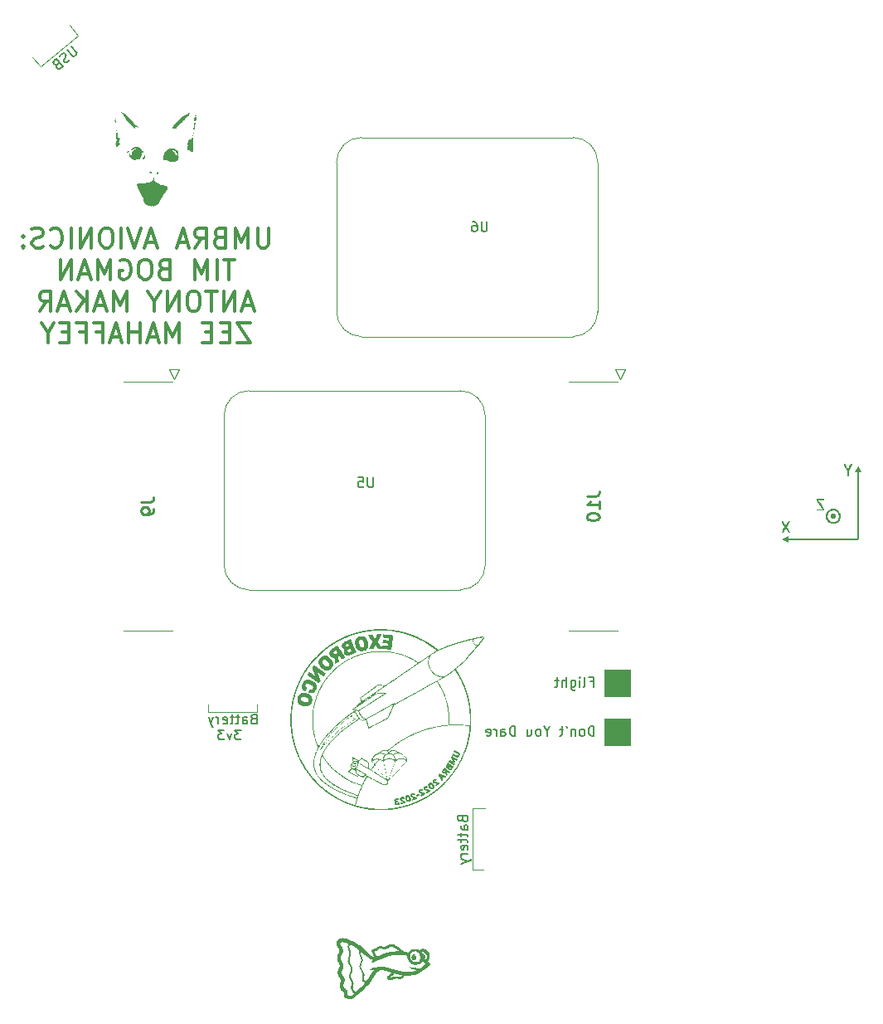
<source format=gbr>
%TF.GenerationSoftware,KiCad,Pcbnew,(6.0.2)*%
%TF.CreationDate,2022-10-10T11:28:08-07:00*%
%TF.ProjectId,AvionicsV0,4176696f-6e69-4637-9356-302e6b696361,rev?*%
%TF.SameCoordinates,Original*%
%TF.FileFunction,Legend,Bot*%
%TF.FilePolarity,Positive*%
%FSLAX46Y46*%
G04 Gerber Fmt 4.6, Leading zero omitted, Abs format (unit mm)*
G04 Created by KiCad (PCBNEW (6.0.2)) date 2022-10-10 11:28:08*
%MOMM*%
%LPD*%
G01*
G04 APERTURE LIST*
%ADD10C,0.120000*%
%ADD11C,0.150000*%
%ADD12C,0.300000*%
%ADD13C,0.254000*%
%ADD14C,0.050000*%
%ADD15C,0.100000*%
G04 APERTURE END LIST*
D10*
X174117000Y-112039400D02*
X176758600Y-112039400D01*
X176758600Y-112039400D02*
X176758600Y-109347000D01*
X176758600Y-109347000D02*
X174117000Y-109347000D01*
X174117000Y-109347000D02*
X174117000Y-112039400D01*
G36*
X174117000Y-112039400D02*
G01*
X176758600Y-112039400D01*
X176758600Y-109347000D01*
X174117000Y-109347000D01*
X174117000Y-112039400D01*
G37*
X133654800Y-107899200D02*
X133654800Y-108661200D01*
X120319800Y-39598600D02*
X119481600Y-38557200D01*
X160642300Y-124739400D02*
X161734500Y-124739400D01*
X116560600Y-42799000D02*
X120319800Y-39598600D01*
X138658600Y-108635800D02*
X138658600Y-107899200D01*
X174117000Y-107010200D02*
X176758600Y-107010200D01*
X176758600Y-107010200D02*
X176758600Y-104317800D01*
X176758600Y-104317800D02*
X174117000Y-104317800D01*
X174117000Y-104317800D02*
X174117000Y-107010200D01*
G36*
X174117000Y-107010200D02*
G01*
X176758600Y-107010200D01*
X176758600Y-104317800D01*
X174117000Y-104317800D01*
X174117000Y-107010200D01*
G37*
X133654800Y-108661200D02*
X138658600Y-108635800D01*
X160642300Y-118491000D02*
X160642300Y-124739400D01*
X161937700Y-118491000D02*
X160642300Y-118491000D01*
X115722400Y-41859200D02*
X116560600Y-42799000D01*
D11*
X138266228Y-109334171D02*
X138123371Y-109381790D01*
X138075752Y-109429409D01*
X138028133Y-109524647D01*
X138028133Y-109667504D01*
X138075752Y-109762742D01*
X138123371Y-109810361D01*
X138218609Y-109857980D01*
X138599561Y-109857980D01*
X138599561Y-108857980D01*
X138266228Y-108857980D01*
X138170990Y-108905600D01*
X138123371Y-108953219D01*
X138075752Y-109048457D01*
X138075752Y-109143695D01*
X138123371Y-109238933D01*
X138170990Y-109286552D01*
X138266228Y-109334171D01*
X138599561Y-109334171D01*
X137170990Y-109857980D02*
X137170990Y-109334171D01*
X137218609Y-109238933D01*
X137313847Y-109191314D01*
X137504323Y-109191314D01*
X137599561Y-109238933D01*
X137170990Y-109810361D02*
X137266228Y-109857980D01*
X137504323Y-109857980D01*
X137599561Y-109810361D01*
X137647180Y-109715123D01*
X137647180Y-109619885D01*
X137599561Y-109524647D01*
X137504323Y-109477028D01*
X137266228Y-109477028D01*
X137170990Y-109429409D01*
X136837657Y-109191314D02*
X136456704Y-109191314D01*
X136694800Y-108857980D02*
X136694800Y-109715123D01*
X136647180Y-109810361D01*
X136551942Y-109857980D01*
X136456704Y-109857980D01*
X136266228Y-109191314D02*
X135885276Y-109191314D01*
X136123371Y-108857980D02*
X136123371Y-109715123D01*
X136075752Y-109810361D01*
X135980514Y-109857980D01*
X135885276Y-109857980D01*
X135170990Y-109810361D02*
X135266228Y-109857980D01*
X135456704Y-109857980D01*
X135551942Y-109810361D01*
X135599561Y-109715123D01*
X135599561Y-109334171D01*
X135551942Y-109238933D01*
X135456704Y-109191314D01*
X135266228Y-109191314D01*
X135170990Y-109238933D01*
X135123371Y-109334171D01*
X135123371Y-109429409D01*
X135599561Y-109524647D01*
X134694800Y-109857980D02*
X134694800Y-109191314D01*
X134694800Y-109381790D02*
X134647180Y-109286552D01*
X134599561Y-109238933D01*
X134504323Y-109191314D01*
X134409085Y-109191314D01*
X134170990Y-109191314D02*
X133932895Y-109857980D01*
X133694800Y-109191314D02*
X133932895Y-109857980D01*
X134028133Y-110096076D01*
X134075752Y-110143695D01*
X134170990Y-110191314D01*
X137004323Y-110467980D02*
X136385276Y-110467980D01*
X136718609Y-110848933D01*
X136575752Y-110848933D01*
X136480514Y-110896552D01*
X136432895Y-110944171D01*
X136385276Y-111039409D01*
X136385276Y-111277504D01*
X136432895Y-111372742D01*
X136480514Y-111420361D01*
X136575752Y-111467980D01*
X136861466Y-111467980D01*
X136956704Y-111420361D01*
X137004323Y-111372742D01*
X136051942Y-110801314D02*
X135813847Y-111467980D01*
X135575752Y-110801314D01*
X135290038Y-110467980D02*
X134670990Y-110467980D01*
X135004323Y-110848933D01*
X134861466Y-110848933D01*
X134766228Y-110896552D01*
X134718609Y-110944171D01*
X134670990Y-111039409D01*
X134670990Y-111277504D01*
X134718609Y-111372742D01*
X134766228Y-111420361D01*
X134861466Y-111467980D01*
X135147180Y-111467980D01*
X135242419Y-111420361D01*
X135290038Y-111372742D01*
X159631070Y-119569171D02*
X159678689Y-119712028D01*
X159726308Y-119759647D01*
X159821546Y-119807266D01*
X159964403Y-119807266D01*
X160059641Y-119759647D01*
X160107260Y-119712028D01*
X160154879Y-119616790D01*
X160154879Y-119235838D01*
X159154879Y-119235838D01*
X159154879Y-119569171D01*
X159202499Y-119664409D01*
X159250118Y-119712028D01*
X159345356Y-119759647D01*
X159440594Y-119759647D01*
X159535832Y-119712028D01*
X159583451Y-119664409D01*
X159631070Y-119569171D01*
X159631070Y-119235838D01*
X160154879Y-120664409D02*
X159631070Y-120664409D01*
X159535832Y-120616790D01*
X159488213Y-120521552D01*
X159488213Y-120331076D01*
X159535832Y-120235838D01*
X160107260Y-120664409D02*
X160154879Y-120569171D01*
X160154879Y-120331076D01*
X160107260Y-120235838D01*
X160012022Y-120188219D01*
X159916784Y-120188219D01*
X159821546Y-120235838D01*
X159773927Y-120331076D01*
X159773927Y-120569171D01*
X159726308Y-120664409D01*
X159488213Y-120997742D02*
X159488213Y-121378695D01*
X159154879Y-121140600D02*
X160012022Y-121140600D01*
X160107260Y-121188219D01*
X160154879Y-121283457D01*
X160154879Y-121378695D01*
X159488213Y-121569171D02*
X159488213Y-121950123D01*
X159154879Y-121712028D02*
X160012022Y-121712028D01*
X160107260Y-121759647D01*
X160154879Y-121854885D01*
X160154879Y-121950123D01*
X160107260Y-122664409D02*
X160154879Y-122569171D01*
X160154879Y-122378695D01*
X160107260Y-122283457D01*
X160012022Y-122235838D01*
X159631070Y-122235838D01*
X159535832Y-122283457D01*
X159488213Y-122378695D01*
X159488213Y-122569171D01*
X159535832Y-122664409D01*
X159631070Y-122712028D01*
X159726308Y-122712028D01*
X159821546Y-122235838D01*
X160154879Y-123140600D02*
X159488213Y-123140600D01*
X159678689Y-123140600D02*
X159583451Y-123188219D01*
X159535832Y-123235838D01*
X159488213Y-123331076D01*
X159488213Y-123426314D01*
X159488213Y-123664409D02*
X160154879Y-123902504D01*
X159488213Y-124140600D02*
X160154879Y-123902504D01*
X160392975Y-123807266D01*
X160440594Y-123759647D01*
X160488213Y-123664409D01*
X119680428Y-40697696D02*
X120200780Y-41317827D01*
X120225519Y-41421393D01*
X120219650Y-41488480D01*
X120177302Y-41586176D01*
X120031389Y-41708612D01*
X119927823Y-41733352D01*
X119860736Y-41727482D01*
X119763040Y-41685135D01*
X119242688Y-41065003D01*
X119526562Y-42070050D02*
X119447736Y-42198355D01*
X119265345Y-42351400D01*
X119161779Y-42376139D01*
X119094692Y-42370270D01*
X118996996Y-42327922D01*
X118935778Y-42254966D01*
X118911038Y-42151400D01*
X118916908Y-42084313D01*
X118959255Y-41986617D01*
X119074560Y-41827703D01*
X119116907Y-41730006D01*
X119122777Y-41662919D01*
X119098037Y-41559354D01*
X119036819Y-41486397D01*
X118939123Y-41444049D01*
X118872036Y-41438180D01*
X118768470Y-41462920D01*
X118586079Y-41615964D01*
X118507253Y-41744269D01*
X118199080Y-42562317D02*
X118120254Y-42690622D01*
X118114385Y-42757709D01*
X118139124Y-42861275D01*
X118230951Y-42970710D01*
X118328647Y-43013058D01*
X118395735Y-43018927D01*
X118499300Y-42994187D01*
X118791127Y-42749316D01*
X118148339Y-41983271D01*
X117892991Y-42197534D01*
X117850643Y-42295230D01*
X117844774Y-42362317D01*
X117869513Y-42465883D01*
X117930731Y-42538840D01*
X118028427Y-42581187D01*
X118095515Y-42587057D01*
X118199080Y-42562317D01*
X118454428Y-42348055D01*
X173039990Y-111069380D02*
X173039990Y-110069380D01*
X172801895Y-110069380D01*
X172659038Y-110117000D01*
X172563800Y-110212238D01*
X172516180Y-110307476D01*
X172468561Y-110497952D01*
X172468561Y-110640809D01*
X172516180Y-110831285D01*
X172563800Y-110926523D01*
X172659038Y-111021761D01*
X172801895Y-111069380D01*
X173039990Y-111069380D01*
X171897133Y-111069380D02*
X171992371Y-111021761D01*
X172039990Y-110974142D01*
X172087609Y-110878904D01*
X172087609Y-110593190D01*
X172039990Y-110497952D01*
X171992371Y-110450333D01*
X171897133Y-110402714D01*
X171754276Y-110402714D01*
X171659038Y-110450333D01*
X171611419Y-110497952D01*
X171563800Y-110593190D01*
X171563800Y-110878904D01*
X171611419Y-110974142D01*
X171659038Y-111021761D01*
X171754276Y-111069380D01*
X171897133Y-111069380D01*
X171135228Y-110402714D02*
X171135228Y-111069380D01*
X171135228Y-110497952D02*
X171087609Y-110450333D01*
X170992371Y-110402714D01*
X170849514Y-110402714D01*
X170754276Y-110450333D01*
X170706657Y-110545571D01*
X170706657Y-111069380D01*
X170182847Y-110069380D02*
X170278085Y-110259857D01*
X169897133Y-110402714D02*
X169516180Y-110402714D01*
X169754276Y-110069380D02*
X169754276Y-110926523D01*
X169706657Y-111021761D01*
X169611419Y-111069380D01*
X169516180Y-111069380D01*
X168230466Y-110593190D02*
X168230466Y-111069380D01*
X168563800Y-110069380D02*
X168230466Y-110593190D01*
X167897133Y-110069380D01*
X167420942Y-111069380D02*
X167516180Y-111021761D01*
X167563800Y-110974142D01*
X167611419Y-110878904D01*
X167611419Y-110593190D01*
X167563800Y-110497952D01*
X167516180Y-110450333D01*
X167420942Y-110402714D01*
X167278085Y-110402714D01*
X167182847Y-110450333D01*
X167135228Y-110497952D01*
X167087609Y-110593190D01*
X167087609Y-110878904D01*
X167135228Y-110974142D01*
X167182847Y-111021761D01*
X167278085Y-111069380D01*
X167420942Y-111069380D01*
X166230466Y-110402714D02*
X166230466Y-111069380D01*
X166659038Y-110402714D02*
X166659038Y-110926523D01*
X166611419Y-111021761D01*
X166516180Y-111069380D01*
X166373323Y-111069380D01*
X166278085Y-111021761D01*
X166230466Y-110974142D01*
X164992371Y-111069380D02*
X164992371Y-110069380D01*
X164754276Y-110069380D01*
X164611419Y-110117000D01*
X164516180Y-110212238D01*
X164468561Y-110307476D01*
X164420942Y-110497952D01*
X164420942Y-110640809D01*
X164468561Y-110831285D01*
X164516180Y-110926523D01*
X164611419Y-111021761D01*
X164754276Y-111069380D01*
X164992371Y-111069380D01*
X163563800Y-111069380D02*
X163563800Y-110545571D01*
X163611419Y-110450333D01*
X163706657Y-110402714D01*
X163897133Y-110402714D01*
X163992371Y-110450333D01*
X163563800Y-111021761D02*
X163659038Y-111069380D01*
X163897133Y-111069380D01*
X163992371Y-111021761D01*
X164039990Y-110926523D01*
X164039990Y-110831285D01*
X163992371Y-110736047D01*
X163897133Y-110688428D01*
X163659038Y-110688428D01*
X163563800Y-110640809D01*
X163087609Y-111069380D02*
X163087609Y-110402714D01*
X163087609Y-110593190D02*
X163039990Y-110497952D01*
X162992371Y-110450333D01*
X162897133Y-110402714D01*
X162801895Y-110402714D01*
X162087609Y-111021761D02*
X162182847Y-111069380D01*
X162373323Y-111069380D01*
X162468561Y-111021761D01*
X162516180Y-110926523D01*
X162516180Y-110545571D01*
X162468561Y-110450333D01*
X162373323Y-110402714D01*
X162182847Y-110402714D01*
X162087609Y-110450333D01*
X162039990Y-110545571D01*
X162039990Y-110640809D01*
X162516180Y-110736047D01*
D12*
X139828609Y-59276561D02*
X139828609Y-60895609D01*
X139733371Y-61086085D01*
X139638133Y-61181323D01*
X139447657Y-61276561D01*
X139066704Y-61276561D01*
X138876228Y-61181323D01*
X138780990Y-61086085D01*
X138685752Y-60895609D01*
X138685752Y-59276561D01*
X137733371Y-61276561D02*
X137733371Y-59276561D01*
X137066704Y-60705133D01*
X136400038Y-59276561D01*
X136400038Y-61276561D01*
X134780990Y-60228942D02*
X134495276Y-60324180D01*
X134400038Y-60419419D01*
X134304800Y-60609895D01*
X134304800Y-60895609D01*
X134400038Y-61086085D01*
X134495276Y-61181323D01*
X134685752Y-61276561D01*
X135447657Y-61276561D01*
X135447657Y-59276561D01*
X134780990Y-59276561D01*
X134590514Y-59371800D01*
X134495276Y-59467038D01*
X134400038Y-59657514D01*
X134400038Y-59847990D01*
X134495276Y-60038466D01*
X134590514Y-60133704D01*
X134780990Y-60228942D01*
X135447657Y-60228942D01*
X132304800Y-61276561D02*
X132971466Y-60324180D01*
X133447657Y-61276561D02*
X133447657Y-59276561D01*
X132685752Y-59276561D01*
X132495276Y-59371800D01*
X132400038Y-59467038D01*
X132304800Y-59657514D01*
X132304800Y-59943228D01*
X132400038Y-60133704D01*
X132495276Y-60228942D01*
X132685752Y-60324180D01*
X133447657Y-60324180D01*
X131542895Y-60705133D02*
X130590514Y-60705133D01*
X131733371Y-61276561D02*
X131066704Y-59276561D01*
X130400038Y-61276561D01*
X128304800Y-60705133D02*
X127352419Y-60705133D01*
X128495276Y-61276561D02*
X127828609Y-59276561D01*
X127161942Y-61276561D01*
X126780990Y-59276561D02*
X126114323Y-61276561D01*
X125447657Y-59276561D01*
X124780990Y-61276561D02*
X124780990Y-59276561D01*
X123447657Y-59276561D02*
X123066704Y-59276561D01*
X122876228Y-59371800D01*
X122685752Y-59562276D01*
X122590514Y-59943228D01*
X122590514Y-60609895D01*
X122685752Y-60990847D01*
X122876228Y-61181323D01*
X123066704Y-61276561D01*
X123447657Y-61276561D01*
X123638133Y-61181323D01*
X123828609Y-60990847D01*
X123923847Y-60609895D01*
X123923847Y-59943228D01*
X123828609Y-59562276D01*
X123638133Y-59371800D01*
X123447657Y-59276561D01*
X121733371Y-61276561D02*
X121733371Y-59276561D01*
X120590514Y-61276561D01*
X120590514Y-59276561D01*
X119638133Y-61276561D02*
X119638133Y-59276561D01*
X117542895Y-61086085D02*
X117638133Y-61181323D01*
X117923847Y-61276561D01*
X118114323Y-61276561D01*
X118400038Y-61181323D01*
X118590514Y-60990847D01*
X118685752Y-60800371D01*
X118780990Y-60419419D01*
X118780990Y-60133704D01*
X118685752Y-59752752D01*
X118590514Y-59562276D01*
X118400038Y-59371800D01*
X118114323Y-59276561D01*
X117923847Y-59276561D01*
X117638133Y-59371800D01*
X117542895Y-59467038D01*
X116780990Y-61181323D02*
X116495276Y-61276561D01*
X116019085Y-61276561D01*
X115828609Y-61181323D01*
X115733371Y-61086085D01*
X115638133Y-60895609D01*
X115638133Y-60705133D01*
X115733371Y-60514657D01*
X115828609Y-60419419D01*
X116019085Y-60324180D01*
X116400038Y-60228942D01*
X116590514Y-60133704D01*
X116685752Y-60038466D01*
X116780990Y-59847990D01*
X116780990Y-59657514D01*
X116685752Y-59467038D01*
X116590514Y-59371800D01*
X116400038Y-59276561D01*
X115923847Y-59276561D01*
X115638133Y-59371800D01*
X114780990Y-61086085D02*
X114685752Y-61181323D01*
X114780990Y-61276561D01*
X114876228Y-61181323D01*
X114780990Y-61086085D01*
X114780990Y-61276561D01*
X114780990Y-60038466D02*
X114685752Y-60133704D01*
X114780990Y-60228942D01*
X114876228Y-60133704D01*
X114780990Y-60038466D01*
X114780990Y-60228942D01*
X136352419Y-62496561D02*
X135209561Y-62496561D01*
X135780990Y-64496561D02*
X135780990Y-62496561D01*
X134542895Y-64496561D02*
X134542895Y-62496561D01*
X133590514Y-64496561D02*
X133590514Y-62496561D01*
X132923847Y-63925133D01*
X132257180Y-62496561D01*
X132257180Y-64496561D01*
X129114323Y-63448942D02*
X128828609Y-63544180D01*
X128733371Y-63639419D01*
X128638133Y-63829895D01*
X128638133Y-64115609D01*
X128733371Y-64306085D01*
X128828609Y-64401323D01*
X129019085Y-64496561D01*
X129780990Y-64496561D01*
X129780990Y-62496561D01*
X129114323Y-62496561D01*
X128923847Y-62591800D01*
X128828609Y-62687038D01*
X128733371Y-62877514D01*
X128733371Y-63067990D01*
X128828609Y-63258466D01*
X128923847Y-63353704D01*
X129114323Y-63448942D01*
X129780990Y-63448942D01*
X127400038Y-62496561D02*
X127019085Y-62496561D01*
X126828609Y-62591800D01*
X126638133Y-62782276D01*
X126542895Y-63163228D01*
X126542895Y-63829895D01*
X126638133Y-64210847D01*
X126828609Y-64401323D01*
X127019085Y-64496561D01*
X127400038Y-64496561D01*
X127590514Y-64401323D01*
X127780990Y-64210847D01*
X127876228Y-63829895D01*
X127876228Y-63163228D01*
X127780990Y-62782276D01*
X127590514Y-62591800D01*
X127400038Y-62496561D01*
X124638133Y-62591800D02*
X124828609Y-62496561D01*
X125114323Y-62496561D01*
X125400038Y-62591800D01*
X125590514Y-62782276D01*
X125685752Y-62972752D01*
X125780990Y-63353704D01*
X125780990Y-63639419D01*
X125685752Y-64020371D01*
X125590514Y-64210847D01*
X125400038Y-64401323D01*
X125114323Y-64496561D01*
X124923847Y-64496561D01*
X124638133Y-64401323D01*
X124542895Y-64306085D01*
X124542895Y-63639419D01*
X124923847Y-63639419D01*
X123685752Y-64496561D02*
X123685752Y-62496561D01*
X123019085Y-63925133D01*
X122352419Y-62496561D01*
X122352419Y-64496561D01*
X121495276Y-63925133D02*
X120542895Y-63925133D01*
X121685752Y-64496561D02*
X121019085Y-62496561D01*
X120352419Y-64496561D01*
X119685752Y-64496561D02*
X119685752Y-62496561D01*
X118542895Y-64496561D01*
X118542895Y-62496561D01*
X138161942Y-67145133D02*
X137209561Y-67145133D01*
X138352419Y-67716561D02*
X137685752Y-65716561D01*
X137019085Y-67716561D01*
X136352419Y-67716561D02*
X136352419Y-65716561D01*
X135209561Y-67716561D01*
X135209561Y-65716561D01*
X134542895Y-65716561D02*
X133400038Y-65716561D01*
X133971466Y-67716561D02*
X133971466Y-65716561D01*
X132352419Y-65716561D02*
X131971466Y-65716561D01*
X131780990Y-65811800D01*
X131590514Y-66002276D01*
X131495276Y-66383228D01*
X131495276Y-67049895D01*
X131590514Y-67430847D01*
X131780990Y-67621323D01*
X131971466Y-67716561D01*
X132352419Y-67716561D01*
X132542895Y-67621323D01*
X132733371Y-67430847D01*
X132828609Y-67049895D01*
X132828609Y-66383228D01*
X132733371Y-66002276D01*
X132542895Y-65811800D01*
X132352419Y-65716561D01*
X130638133Y-67716561D02*
X130638133Y-65716561D01*
X129495276Y-67716561D01*
X129495276Y-65716561D01*
X128161942Y-66764180D02*
X128161942Y-67716561D01*
X128828609Y-65716561D02*
X128161942Y-66764180D01*
X127495276Y-65716561D01*
X125304800Y-67716561D02*
X125304800Y-65716561D01*
X124638133Y-67145133D01*
X123971466Y-65716561D01*
X123971466Y-67716561D01*
X123114323Y-67145133D02*
X122161942Y-67145133D01*
X123304800Y-67716561D02*
X122638133Y-65716561D01*
X121971466Y-67716561D01*
X121304800Y-67716561D02*
X121304800Y-65716561D01*
X120161942Y-67716561D02*
X121019085Y-66573704D01*
X120161942Y-65716561D02*
X121304800Y-66859419D01*
X119400038Y-67145133D02*
X118447657Y-67145133D01*
X119590514Y-67716561D02*
X118923847Y-65716561D01*
X118257180Y-67716561D01*
X116447657Y-67716561D02*
X117114323Y-66764180D01*
X117590514Y-67716561D02*
X117590514Y-65716561D01*
X116828609Y-65716561D01*
X116638133Y-65811800D01*
X116542895Y-65907038D01*
X116447657Y-66097514D01*
X116447657Y-66383228D01*
X116542895Y-66573704D01*
X116638133Y-66668942D01*
X116828609Y-66764180D01*
X117590514Y-66764180D01*
X137923847Y-68936561D02*
X136590514Y-68936561D01*
X137923847Y-70936561D01*
X136590514Y-70936561D01*
X135828609Y-69888942D02*
X135161942Y-69888942D01*
X134876228Y-70936561D02*
X135828609Y-70936561D01*
X135828609Y-68936561D01*
X134876228Y-68936561D01*
X134019085Y-69888942D02*
X133352419Y-69888942D01*
X133066704Y-70936561D02*
X134019085Y-70936561D01*
X134019085Y-68936561D01*
X133066704Y-68936561D01*
X130685752Y-70936561D02*
X130685752Y-68936561D01*
X130019085Y-70365133D01*
X129352419Y-68936561D01*
X129352419Y-70936561D01*
X128495276Y-70365133D02*
X127542895Y-70365133D01*
X128685752Y-70936561D02*
X128019085Y-68936561D01*
X127352419Y-70936561D01*
X126685752Y-70936561D02*
X126685752Y-68936561D01*
X126685752Y-69888942D02*
X125542895Y-69888942D01*
X125542895Y-70936561D02*
X125542895Y-68936561D01*
X124685752Y-70365133D02*
X123733371Y-70365133D01*
X124876228Y-70936561D02*
X124209561Y-68936561D01*
X123542895Y-70936561D01*
X122209561Y-69888942D02*
X122876228Y-69888942D01*
X122876228Y-70936561D02*
X122876228Y-68936561D01*
X121923847Y-68936561D01*
X120495276Y-69888942D02*
X121161942Y-69888942D01*
X121161942Y-70936561D02*
X121161942Y-68936561D01*
X120209561Y-68936561D01*
X119447657Y-69888942D02*
X118780990Y-69888942D01*
X118495276Y-70936561D02*
X119447657Y-70936561D01*
X119447657Y-68936561D01*
X118495276Y-68936561D01*
X117257180Y-69984180D02*
X117257180Y-70936561D01*
X117923847Y-68936561D02*
X117257180Y-69984180D01*
X116590514Y-68936561D01*
D11*
X172642019Y-105541771D02*
X172975352Y-105541771D01*
X172975352Y-106065580D02*
X172975352Y-105065580D01*
X172499161Y-105065580D01*
X171975352Y-106065580D02*
X172070590Y-106017961D01*
X172118209Y-105922723D01*
X172118209Y-105065580D01*
X171594400Y-106065580D02*
X171594400Y-105398914D01*
X171594400Y-105065580D02*
X171642019Y-105113200D01*
X171594400Y-105160819D01*
X171546780Y-105113200D01*
X171594400Y-105065580D01*
X171594400Y-105160819D01*
X170689638Y-105398914D02*
X170689638Y-106208438D01*
X170737257Y-106303676D01*
X170784876Y-106351295D01*
X170880114Y-106398914D01*
X171022971Y-106398914D01*
X171118209Y-106351295D01*
X170689638Y-106017961D02*
X170784876Y-106065580D01*
X170975352Y-106065580D01*
X171070590Y-106017961D01*
X171118209Y-105970342D01*
X171165828Y-105875104D01*
X171165828Y-105589390D01*
X171118209Y-105494152D01*
X171070590Y-105446533D01*
X170975352Y-105398914D01*
X170784876Y-105398914D01*
X170689638Y-105446533D01*
X170213447Y-106065580D02*
X170213447Y-105065580D01*
X169784876Y-106065580D02*
X169784876Y-105541771D01*
X169832495Y-105446533D01*
X169927733Y-105398914D01*
X170070590Y-105398914D01*
X170165828Y-105446533D01*
X170213447Y-105494152D01*
X169451542Y-105398914D02*
X169070590Y-105398914D01*
X169308685Y-105065580D02*
X169308685Y-105922723D01*
X169261066Y-106017961D01*
X169165828Y-106065580D01*
X169070590Y-106065580D01*
%TO.C,U5*%
X150507904Y-84706380D02*
X150507904Y-85515904D01*
X150460285Y-85611142D01*
X150412666Y-85658761D01*
X150317428Y-85706380D01*
X150126952Y-85706380D01*
X150031714Y-85658761D01*
X149984095Y-85611142D01*
X149936476Y-85515904D01*
X149936476Y-84706380D01*
X148984095Y-84706380D02*
X149460285Y-84706380D01*
X149507904Y-85182571D01*
X149460285Y-85134952D01*
X149365047Y-85087333D01*
X149126952Y-85087333D01*
X149031714Y-85134952D01*
X148984095Y-85182571D01*
X148936476Y-85277809D01*
X148936476Y-85515904D01*
X148984095Y-85611142D01*
X149031714Y-85658761D01*
X149126952Y-85706380D01*
X149365047Y-85706380D01*
X149460285Y-85658761D01*
X149507904Y-85611142D01*
D13*
%TO.C,J10*%
X172304523Y-86601904D02*
X173211666Y-86601904D01*
X173393095Y-86541428D01*
X173514047Y-86420476D01*
X173574523Y-86239047D01*
X173574523Y-86118095D01*
X173574523Y-87871904D02*
X173574523Y-87146190D01*
X173574523Y-87509047D02*
X172304523Y-87509047D01*
X172485952Y-87388095D01*
X172606904Y-87267142D01*
X172667380Y-87146190D01*
X172304523Y-88658095D02*
X172304523Y-88779047D01*
X172365000Y-88900000D01*
X172425476Y-88960476D01*
X172546428Y-89020952D01*
X172788333Y-89081428D01*
X173090714Y-89081428D01*
X173332619Y-89020952D01*
X173453571Y-88960476D01*
X173514047Y-88900000D01*
X173574523Y-88779047D01*
X173574523Y-88658095D01*
X173514047Y-88537142D01*
X173453571Y-88476666D01*
X173332619Y-88416190D01*
X173090714Y-88355714D01*
X172788333Y-88355714D01*
X172546428Y-88416190D01*
X172425476Y-88476666D01*
X172365000Y-88537142D01*
X172304523Y-88658095D01*
D11*
%TO.C,U6*%
X162128104Y-58608980D02*
X162128104Y-59418504D01*
X162080485Y-59513742D01*
X162032866Y-59561361D01*
X161937628Y-59608980D01*
X161747152Y-59608980D01*
X161651914Y-59561361D01*
X161604295Y-59513742D01*
X161556676Y-59418504D01*
X161556676Y-58608980D01*
X160651914Y-58608980D02*
X160842390Y-58608980D01*
X160937628Y-58656600D01*
X160985247Y-58704219D01*
X161080485Y-58847076D01*
X161128104Y-59037552D01*
X161128104Y-59418504D01*
X161080485Y-59513742D01*
X161032866Y-59561361D01*
X160937628Y-59608980D01*
X160747152Y-59608980D01*
X160651914Y-59561361D01*
X160604295Y-59513742D01*
X160556676Y-59418504D01*
X160556676Y-59180409D01*
X160604295Y-59085171D01*
X160651914Y-59037552D01*
X160747152Y-58989933D01*
X160937628Y-58989933D01*
X161032866Y-59037552D01*
X161080485Y-59085171D01*
X161128104Y-59180409D01*
D13*
%TO.C,J9*%
X126804523Y-87206666D02*
X127711666Y-87206666D01*
X127893095Y-87146190D01*
X128014047Y-87025238D01*
X128074523Y-86843809D01*
X128074523Y-86722857D01*
X128074523Y-87871904D02*
X128074523Y-88113809D01*
X128014047Y-88234761D01*
X127953571Y-88295238D01*
X127772142Y-88416190D01*
X127530238Y-88476666D01*
X127046428Y-88476666D01*
X126925476Y-88416190D01*
X126865000Y-88355714D01*
X126804523Y-88234761D01*
X126804523Y-87992857D01*
X126865000Y-87871904D01*
X126925476Y-87811428D01*
X127046428Y-87750952D01*
X127348809Y-87750952D01*
X127469761Y-87811428D01*
X127530238Y-87871904D01*
X127590714Y-87992857D01*
X127590714Y-88234761D01*
X127530238Y-88355714D01*
X127469761Y-88416190D01*
X127348809Y-88476666D01*
D11*
%TO.C,*%
D14*
%TO.C,U5*%
X161938000Y-93636000D02*
X161938000Y-78396000D01*
X159398000Y-75856000D02*
X137808000Y-75856000D01*
X135268000Y-78396000D02*
X135268000Y-93636000D01*
X137808000Y-96176000D02*
X159398000Y-96176000D01*
X159398000Y-96176000D02*
G75*
G03*
X161938000Y-93636000I-1J2540001D01*
G01*
X135268000Y-93636000D02*
G75*
G03*
X137808000Y-96176000I2540001J1D01*
G01*
X161938000Y-78396000D02*
G75*
G03*
X159398000Y-75856000I-2540001J-1D01*
G01*
X137808000Y-75856000D02*
G75*
G03*
X135268000Y-78396000I1J-2540001D01*
G01*
D15*
%TO.C,J10*%
X175700000Y-74700000D02*
X176200000Y-73700000D01*
X170500000Y-100330000D02*
X175500000Y-100330000D01*
X175200000Y-73700000D02*
X175700000Y-74700000D01*
X176200000Y-73700000D02*
X175200000Y-73700000D01*
X175500000Y-74930000D02*
X170500000Y-74930000D01*
%TO.C,G\u002A\u002A\u002A*%
G36*
X156207057Y-133797243D02*
G01*
X156131379Y-133948877D01*
X156063069Y-134062102D01*
X156189986Y-134193468D01*
X156218427Y-134223564D01*
X156268949Y-134280853D01*
X156274854Y-134288458D01*
X156303868Y-134325827D01*
X156316903Y-134350706D01*
X156316235Y-134356800D01*
X156296577Y-134399634D01*
X156253312Y-134461836D01*
X156191360Y-134537640D01*
X156115646Y-134621283D01*
X156031090Y-134706999D01*
X155942615Y-134789025D01*
X155940634Y-134790770D01*
X155691372Y-134992235D01*
X155439935Y-135158393D01*
X155179510Y-135293256D01*
X154903286Y-135400831D01*
X154766066Y-135444537D01*
X154622949Y-135483604D01*
X154489411Y-135510678D01*
X154398909Y-135521980D01*
X154353209Y-135527687D01*
X154202099Y-135536557D01*
X154023839Y-135539215D01*
X153682336Y-135539553D01*
X153662175Y-135597227D01*
X153624923Y-135673057D01*
X153550271Y-135763793D01*
X153457760Y-135831465D01*
X153437162Y-135841886D01*
X153393489Y-135858908D01*
X153344815Y-135867956D01*
X153279645Y-135870595D01*
X153186482Y-135868390D01*
X153097329Y-135865107D01*
X152968441Y-135860794D01*
X152869112Y-135858866D01*
X152792946Y-135859955D01*
X152733545Y-135864695D01*
X152684516Y-135873720D01*
X152639460Y-135887663D01*
X152591981Y-135907158D01*
X152535684Y-135932837D01*
X152474983Y-135959807D01*
X152394558Y-135989668D01*
X152326151Y-136004871D01*
X152256200Y-136009116D01*
X152243823Y-136008982D01*
X152125510Y-135991537D01*
X152032019Y-135946087D01*
X151965950Y-135874469D01*
X151929905Y-135778522D01*
X151925347Y-135739560D01*
X151930349Y-135701742D01*
X152222094Y-135701742D01*
X152223487Y-135724657D01*
X152253978Y-135746890D01*
X152264394Y-135752423D01*
X152286704Y-135761686D01*
X152310102Y-135762400D01*
X152343226Y-135752379D01*
X152394719Y-135729434D01*
X152473221Y-135691377D01*
X152621817Y-135618804D01*
X152974483Y-135623754D01*
X153085044Y-135624818D01*
X153201200Y-135623752D01*
X153288102Y-135618970D01*
X153351634Y-135609497D01*
X153397681Y-135594358D01*
X153432124Y-135572578D01*
X153460848Y-135543183D01*
X153464550Y-135538410D01*
X153468139Y-135521980D01*
X153445530Y-135510702D01*
X153390060Y-135500566D01*
X153343387Y-135491593D01*
X153266845Y-135474557D01*
X153168996Y-135451559D01*
X153058346Y-135424692D01*
X152943404Y-135396049D01*
X152832675Y-135367724D01*
X152734666Y-135341810D01*
X152657885Y-135320401D01*
X152629192Y-135318037D01*
X152603750Y-135337065D01*
X152574848Y-135385934D01*
X152530598Y-135454067D01*
X152435193Y-135549747D01*
X152305600Y-135639203D01*
X152252330Y-135672862D01*
X152222094Y-135701742D01*
X151930349Y-135701742D01*
X151934289Y-135671958D01*
X151968925Y-135605944D01*
X152032818Y-135535755D01*
X152129530Y-135455627D01*
X152171833Y-135422374D01*
X152249597Y-135354019D01*
X152304131Y-135295069D01*
X152332042Y-135249492D01*
X152329937Y-135221255D01*
X152315844Y-135214283D01*
X152267928Y-135197600D01*
X152193212Y-135174508D01*
X152098466Y-135146892D01*
X151990458Y-135116640D01*
X151875961Y-135085639D01*
X151761742Y-135055776D01*
X151654572Y-135028937D01*
X151561222Y-135007009D01*
X151487337Y-134990930D01*
X151403321Y-134975050D01*
X151342467Y-134968054D01*
X151295744Y-134969066D01*
X151254124Y-134977211D01*
X151241041Y-134980914D01*
X151096864Y-135040510D01*
X150955888Y-135130843D01*
X150829460Y-135244766D01*
X150816919Y-135258295D01*
X150780347Y-135299728D01*
X150744728Y-135344166D01*
X150707143Y-135396109D01*
X150664671Y-135460058D01*
X150614393Y-135540512D01*
X150553390Y-135641970D01*
X150478742Y-135768934D01*
X150387529Y-135925902D01*
X150354069Y-135982964D01*
X150301773Y-136068315D01*
X150248979Y-136148241D01*
X150192784Y-136225927D01*
X150170072Y-136254500D01*
X150130284Y-136304556D01*
X150058574Y-136387314D01*
X149974752Y-136477384D01*
X149875914Y-136577951D01*
X149759156Y-136692198D01*
X149621574Y-136823310D01*
X149460266Y-136974472D01*
X149272326Y-137148867D01*
X149175325Y-137238387D01*
X149031202Y-137370128D01*
X149011386Y-137388242D01*
X148871071Y-137513946D01*
X148751280Y-137617805D01*
X148648913Y-137702127D01*
X148560869Y-137769220D01*
X148484049Y-137821392D01*
X148415353Y-137860950D01*
X148351680Y-137890201D01*
X148289931Y-137911454D01*
X148227006Y-137927016D01*
X148135838Y-137938266D01*
X147987354Y-137929350D01*
X147841303Y-137891032D01*
X147711602Y-137826037D01*
X147624733Y-137754741D01*
X147561120Y-137666275D01*
X147520707Y-137555851D01*
X147499774Y-137416269D01*
X147486380Y-137247635D01*
X147357503Y-137126667D01*
X147313201Y-137083473D01*
X147215451Y-136969574D01*
X147145411Y-136852143D01*
X147095741Y-136719771D01*
X147082791Y-136670980D01*
X147067000Y-136570272D01*
X147069846Y-136470709D01*
X147092252Y-136360794D01*
X147135141Y-136229030D01*
X147168419Y-136132486D01*
X147191317Y-136041289D01*
X147194811Y-135965372D01*
X147177611Y-135893593D01*
X147138427Y-135814812D01*
X147075969Y-135717887D01*
X147042399Y-135667826D01*
X146973971Y-135558630D01*
X146926586Y-135467880D01*
X146896883Y-135387200D01*
X146881498Y-135308215D01*
X146877067Y-135222548D01*
X146877066Y-135220293D01*
X146878957Y-135155454D01*
X146886514Y-135098478D01*
X146902641Y-135038483D01*
X146930241Y-134964590D01*
X146972216Y-134865918D01*
X146974382Y-134860957D01*
X147023153Y-134743716D01*
X147054874Y-134647920D01*
X147069184Y-134564219D01*
X147065720Y-134483262D01*
X147044123Y-134395701D01*
X147004031Y-134292185D01*
X146945083Y-134163365D01*
X146886554Y-134032673D01*
X146837333Y-133895904D01*
X146811991Y-133774456D01*
X146810582Y-133659353D01*
X146833160Y-133541623D01*
X146879780Y-133412291D01*
X146950495Y-133262382D01*
X146988911Y-133182520D01*
X147024572Y-133086019D01*
X147036194Y-133002432D01*
X147023195Y-132921137D01*
X146984995Y-132831507D01*
X146921013Y-132722919D01*
X146885782Y-132665428D01*
X146814455Y-132528714D01*
X146771825Y-132406481D01*
X146755897Y-132291770D01*
X146756052Y-132289758D01*
X147142417Y-132289758D01*
X147155993Y-132360062D01*
X147192959Y-132447459D01*
X147254897Y-132558108D01*
X147320293Y-132671825D01*
X147380167Y-132797076D01*
X147414193Y-132908136D01*
X147422847Y-133013459D01*
X147406609Y-133121497D01*
X147365956Y-133240703D01*
X147301366Y-133379531D01*
X147291904Y-133398339D01*
X147247914Y-133488509D01*
X147219264Y-133555441D01*
X147202811Y-133608943D01*
X147195410Y-133658825D01*
X147193921Y-133714897D01*
X147195749Y-133765418D01*
X147203595Y-133818139D01*
X147220852Y-133873489D01*
X147250944Y-133942056D01*
X147297297Y-134034426D01*
X147330269Y-134099644D01*
X147373232Y-134188517D01*
X147408351Y-134265577D01*
X147430225Y-134319249D01*
X147439051Y-134346983D01*
X147459464Y-134487550D01*
X147446484Y-134647360D01*
X147400324Y-134825033D01*
X147321200Y-135019191D01*
X147296948Y-135073222D01*
X147269264Y-135155475D01*
X147262551Y-135228172D01*
X147278066Y-135301181D01*
X147317064Y-135384367D01*
X147380800Y-135487595D01*
X147444586Y-135585634D01*
X147500915Y-135676252D01*
X147540302Y-135747650D01*
X147565762Y-135807042D01*
X147580309Y-135861644D01*
X147586956Y-135918672D01*
X147588717Y-135985340D01*
X147587084Y-136061518D01*
X147578028Y-136130274D01*
X147557455Y-136198036D01*
X147521349Y-136282532D01*
X147499099Y-136334821D01*
X147459612Y-136471865D01*
X147455476Y-136591262D01*
X147486700Y-136692902D01*
X147494382Y-136705256D01*
X147534140Y-136752627D01*
X147592712Y-136810259D01*
X147660399Y-136868355D01*
X147715534Y-136913315D01*
X147787266Y-136979106D01*
X147834063Y-137038580D01*
X147861099Y-137101509D01*
X147873547Y-137177670D01*
X147876579Y-137276835D01*
X147878966Y-137380331D01*
X147888445Y-137461931D01*
X147907563Y-137517861D01*
X147938856Y-137555250D01*
X147984861Y-137581229D01*
X147987545Y-137582330D01*
X148054274Y-137601843D01*
X148118724Y-137609796D01*
X148192072Y-137597034D01*
X148283269Y-137561149D01*
X148378383Y-137507862D01*
X148465512Y-137442901D01*
X148549144Y-137370128D01*
X148434001Y-137257258D01*
X148344783Y-137153432D01*
X148270146Y-137015807D01*
X148233264Y-136866232D01*
X148234119Y-136704620D01*
X148272691Y-136530887D01*
X148303145Y-136407247D01*
X148307850Y-136300188D01*
X148306190Y-136284397D01*
X148299708Y-136243888D01*
X148288148Y-136202688D01*
X148268589Y-136154057D01*
X148238107Y-136091255D01*
X148193780Y-136007543D01*
X148132688Y-135896183D01*
X148096625Y-135829565D01*
X148068354Y-135769291D01*
X148053211Y-135718220D01*
X148047393Y-135662702D01*
X148047094Y-135589085D01*
X148047907Y-135557259D01*
X148054024Y-135483978D01*
X148068147Y-135410707D01*
X148092998Y-135325384D01*
X148131299Y-135215948D01*
X148171424Y-135099239D01*
X148203300Y-134977530D01*
X148214992Y-134871122D01*
X148205444Y-134770881D01*
X148173599Y-134667675D01*
X148118403Y-134552372D01*
X148038799Y-134415839D01*
X148010308Y-134368087D01*
X147951793Y-134254344D01*
X147915852Y-134149657D01*
X147901885Y-134045324D01*
X147909291Y-133932643D01*
X147937472Y-133802913D01*
X147985827Y-133647431D01*
X148011392Y-133570575D01*
X148046093Y-133452402D01*
X148065310Y-133353565D01*
X148069079Y-133263001D01*
X148057431Y-133169647D01*
X148030403Y-133062443D01*
X147988027Y-132930325D01*
X147953285Y-132823241D01*
X147919756Y-132702144D01*
X147902015Y-132604544D01*
X147899399Y-132523310D01*
X147905307Y-132487389D01*
X148066183Y-132487389D01*
X148066207Y-132597256D01*
X148094713Y-132727666D01*
X148151433Y-132875756D01*
X148200138Y-132997009D01*
X148230740Y-133113556D01*
X148241232Y-133229630D01*
X148231622Y-133353890D01*
X148201917Y-133494995D01*
X148152126Y-133661602D01*
X148145870Y-133680884D01*
X148111806Y-133800660D01*
X148093058Y-133903826D01*
X148086583Y-134006389D01*
X148086343Y-134044406D01*
X148089254Y-134112880D01*
X148100232Y-134168439D01*
X148123281Y-134226775D01*
X148162404Y-134303580D01*
X148199294Y-134373027D01*
X148260063Y-134488099D01*
X148305585Y-134576601D01*
X148338056Y-134644157D01*
X148359673Y-134696393D01*
X148372634Y-134738936D01*
X148379136Y-134777411D01*
X148381378Y-134817445D01*
X148381555Y-134864662D01*
X148381476Y-134875804D01*
X148377210Y-134950902D01*
X148364560Y-135025619D01*
X148340876Y-135112114D01*
X148303504Y-135222548D01*
X148264939Y-135335810D01*
X148235552Y-135443804D01*
X148223168Y-135536561D01*
X148228524Y-135623886D01*
X148252360Y-135715585D01*
X148295414Y-135821463D01*
X148358426Y-135951326D01*
X148375349Y-135985315D01*
X148422011Y-136083946D01*
X148461199Y-136173856D01*
X148489215Y-136246282D01*
X148502363Y-136292464D01*
X148504409Y-136341508D01*
X148494612Y-136436479D01*
X148470823Y-136556295D01*
X148457498Y-136619851D01*
X148443161Y-136763113D01*
X148457662Y-136887609D01*
X148502460Y-137000804D01*
X148579011Y-137110163D01*
X148596307Y-137130765D01*
X148624021Y-137161922D01*
X148649341Y-137182160D01*
X148676195Y-137189474D01*
X148708514Y-137181858D01*
X148750227Y-137157308D01*
X148805265Y-137113819D01*
X148877555Y-137049387D01*
X148971030Y-136962007D01*
X149089617Y-136849674D01*
X149177623Y-136765811D01*
X149283758Y-136663407D01*
X149381779Y-136567502D01*
X149466479Y-136483239D01*
X149532653Y-136415759D01*
X149575094Y-136370205D01*
X149676586Y-136254500D01*
X149613710Y-136216964D01*
X149505121Y-136137615D01*
X149417513Y-136034076D01*
X149366322Y-135915023D01*
X149351380Y-135780042D01*
X149372517Y-135628720D01*
X149390991Y-135541957D01*
X149401411Y-135429293D01*
X149388899Y-135327732D01*
X149351376Y-135224633D01*
X149286762Y-135107355D01*
X149266282Y-135073658D01*
X149184766Y-134929530D01*
X149128529Y-134805569D01*
X149096802Y-134693885D01*
X149088816Y-134586586D01*
X149103804Y-134475782D01*
X149140999Y-134353582D01*
X149199631Y-134212096D01*
X149223787Y-134156274D01*
X149252750Y-134075167D01*
X149267533Y-134002992D01*
X149272156Y-133923774D01*
X149271997Y-133884510D01*
X149268262Y-133834409D01*
X149257784Y-133785797D01*
X149237687Y-133729508D01*
X149205094Y-133656377D01*
X149157129Y-133557238D01*
X149097655Y-133427194D01*
X149049454Y-133292321D01*
X149026462Y-133177480D01*
X149027323Y-133111449D01*
X149184534Y-133111449D01*
X149202357Y-133205730D01*
X149239702Y-133331748D01*
X149296349Y-133488657D01*
X149372078Y-133675608D01*
X149403046Y-133754315D01*
X149430443Y-133850665D01*
X149438404Y-133939363D01*
X149426372Y-134030618D01*
X149393791Y-134134637D01*
X149340103Y-134261628D01*
X149315936Y-134315772D01*
X149284100Y-134394483D01*
X149265416Y-134457710D01*
X149256542Y-134518160D01*
X149254137Y-134588539D01*
X149255062Y-134647865D01*
X149262973Y-134714401D01*
X149283134Y-134774037D01*
X149320530Y-134846105D01*
X149354855Y-134904521D01*
X149408263Y-134989204D01*
X149457129Y-135060693D01*
X149484386Y-135100835D01*
X149535520Y-135190662D01*
X149578556Y-135284280D01*
X149608338Y-135369807D01*
X149619709Y-135435360D01*
X149619535Y-135440944D01*
X149611242Y-135490637D01*
X149592975Y-135561611D01*
X149568112Y-135640446D01*
X149567355Y-135642637D01*
X149541501Y-135722485D01*
X149529065Y-135778016D01*
X149528422Y-135821282D01*
X149537950Y-135864338D01*
X149539030Y-135867802D01*
X149570748Y-135933368D01*
X149614784Y-135990065D01*
X149618073Y-135993151D01*
X149677308Y-136037696D01*
X149742184Y-136072950D01*
X149814657Y-136103224D01*
X149932675Y-135930359D01*
X149972991Y-135869070D01*
X150039375Y-135761739D01*
X150106895Y-135646476D01*
X150165840Y-135539553D01*
X150238499Y-135404964D01*
X150301500Y-135295935D01*
X150359951Y-135204765D01*
X150419742Y-135122274D01*
X150486761Y-135039280D01*
X150499106Y-135024549D01*
X150534527Y-134979770D01*
X150549145Y-134951663D01*
X150539449Y-134938886D01*
X150501931Y-134940098D01*
X150433081Y-134953957D01*
X150329387Y-134979121D01*
X150285581Y-134989830D01*
X150215699Y-135005191D01*
X150172446Y-135010604D01*
X150147982Y-135006668D01*
X150134466Y-134993980D01*
X150132262Y-134990408D01*
X150122164Y-134965138D01*
X150128695Y-134942135D01*
X150156742Y-134916787D01*
X150211189Y-134884481D01*
X150296922Y-134840606D01*
X150521463Y-134748862D01*
X150771001Y-134683239D01*
X151038458Y-134644837D01*
X151317897Y-134634186D01*
X151603381Y-134651818D01*
X151888972Y-134698262D01*
X151944437Y-134711107D01*
X152043025Y-134735893D01*
X152165805Y-134768209D01*
X152305049Y-134805980D01*
X152453026Y-134847131D01*
X152602004Y-134889589D01*
X152779908Y-134940652D01*
X152963239Y-134992139D01*
X153118668Y-135033938D01*
X153251629Y-135067145D01*
X153367555Y-135092852D01*
X153471881Y-135112154D01*
X153570039Y-135126143D01*
X153667464Y-135135914D01*
X153769590Y-135142560D01*
X153881851Y-135147174D01*
X153983712Y-135149993D01*
X154110976Y-135150847D01*
X154216740Y-135147226D01*
X154311785Y-135138670D01*
X154406890Y-135124717D01*
X154430721Y-135120412D01*
X154510642Y-135103480D01*
X154600384Y-135081669D01*
X154693042Y-135057015D01*
X154781714Y-135031549D01*
X154859495Y-135007306D01*
X154919482Y-134986319D01*
X154954772Y-134970622D01*
X154958460Y-134962248D01*
X154949310Y-134960236D01*
X154906671Y-134952269D01*
X154839650Y-134940473D01*
X154758033Y-134926588D01*
X154669711Y-134910064D01*
X154508870Y-134868194D01*
X154384175Y-134817290D01*
X154296951Y-134757838D01*
X154257604Y-134716693D01*
X154237819Y-134680181D01*
X154252278Y-134662365D01*
X154300951Y-134663917D01*
X154339020Y-134670550D01*
X154409712Y-134682868D01*
X154499407Y-134698499D01*
X154597455Y-134715587D01*
X154661615Y-134726254D01*
X154796649Y-134746501D01*
X154936184Y-134765165D01*
X155058521Y-134779251D01*
X155287475Y-134802462D01*
X155424867Y-134707733D01*
X155468336Y-134675492D01*
X155535899Y-134619917D01*
X155609835Y-134554649D01*
X155684033Y-134485562D01*
X155752380Y-134418527D01*
X155808766Y-134359416D01*
X155847080Y-134314103D01*
X155861209Y-134288458D01*
X155855823Y-134280806D01*
X155823614Y-134254858D01*
X155768816Y-134217446D01*
X155698909Y-134173850D01*
X155625177Y-134130345D01*
X155575443Y-134103900D01*
X155545341Y-134093811D01*
X155527774Y-134097733D01*
X155515641Y-134113322D01*
X155505175Y-134130587D01*
X155429115Y-134223881D01*
X155330186Y-134308322D01*
X155222196Y-134371750D01*
X155080156Y-134417862D01*
X154919280Y-134439064D01*
X154753763Y-134434256D01*
X154596829Y-134402782D01*
X154483842Y-134357448D01*
X154363957Y-134288621D01*
X154256530Y-134207014D01*
X154174979Y-134121572D01*
X154116452Y-134034068D01*
X154043123Y-133882245D01*
X153995785Y-133723151D01*
X153978994Y-133569613D01*
X153978994Y-133568180D01*
X154257001Y-133568180D01*
X154262490Y-133647787D01*
X154300885Y-133787994D01*
X154372742Y-133914058D01*
X154474276Y-134020138D01*
X154601701Y-134100389D01*
X154617571Y-134107382D01*
X154718089Y-134137411D01*
X154831834Y-134153371D01*
X154942667Y-134153876D01*
X155034452Y-134137541D01*
X155121929Y-134098707D01*
X155209162Y-134026470D01*
X155267913Y-133928296D01*
X155298812Y-133803037D01*
X155302489Y-133649548D01*
X155301186Y-133630476D01*
X155270398Y-133463251D01*
X155206146Y-133316960D01*
X155108608Y-133192022D01*
X155080873Y-133165741D01*
X155436296Y-133165741D01*
X155456977Y-133201808D01*
X155470512Y-133220525D01*
X155502976Y-133242705D01*
X155551917Y-133240373D01*
X155608273Y-133238085D01*
X155669621Y-133249895D01*
X155700851Y-133263325D01*
X155712030Y-133278909D01*
X155694181Y-133302157D01*
X155682178Y-133316196D01*
X155665133Y-133365247D01*
X155679250Y-133409831D01*
X155718722Y-133439973D01*
X155777741Y-133445696D01*
X155815566Y-133442586D01*
X155837283Y-133455804D01*
X155845361Y-133497458D01*
X155844517Y-133590555D01*
X155831946Y-133649548D01*
X155823685Y-133688314D01*
X155785665Y-133765530D01*
X155745127Y-133820361D01*
X155802366Y-133862679D01*
X155809145Y-133867604D01*
X155850788Y-133894167D01*
X155877082Y-133904997D01*
X155893076Y-133887954D01*
X155912632Y-133841763D01*
X155932629Y-133776689D01*
X155950287Y-133703005D01*
X155962825Y-133630987D01*
X155967465Y-133570909D01*
X155961916Y-133510897D01*
X155925116Y-133396888D01*
X155859528Y-133290509D01*
X155771822Y-133201401D01*
X155668670Y-133139202D01*
X155626669Y-133123883D01*
X155551908Y-133113996D01*
X155475526Y-133132045D01*
X155442226Y-133147112D01*
X155436296Y-133165741D01*
X155080873Y-133165741D01*
X155075035Y-133160209D01*
X154986332Y-133096781D01*
X154890853Y-133063007D01*
X154774561Y-133053047D01*
X154731294Y-133054266D01*
X154619905Y-133073268D01*
X154520502Y-133119300D01*
X154420453Y-133197515D01*
X154380220Y-133237126D01*
X154308630Y-133333559D01*
X154269214Y-133440154D01*
X154257001Y-133568180D01*
X153978994Y-133568180D01*
X153978994Y-133493746D01*
X153825444Y-133470106D01*
X153768808Y-133462423D01*
X153623188Y-133448749D01*
X153454705Y-133439220D01*
X153274686Y-133434081D01*
X153094458Y-133433577D01*
X152925347Y-133437953D01*
X152778680Y-133447454D01*
X152641335Y-133461688D01*
X152454446Y-133487116D01*
X152273001Y-133520066D01*
X152091266Y-133562196D01*
X151903507Y-133615165D01*
X151703989Y-133680633D01*
X151486976Y-133760260D01*
X151246735Y-133855705D01*
X150977530Y-133968626D01*
X150926682Y-133990309D01*
X150788926Y-134048279D01*
X150662787Y-134100263D01*
X150553208Y-134144296D01*
X150465131Y-134178410D01*
X150403501Y-134200640D01*
X150373260Y-134209020D01*
X150369434Y-134209218D01*
X150331768Y-134200826D01*
X150316899Y-134165047D01*
X150318390Y-134138965D01*
X150341971Y-134092503D01*
X150394894Y-134031726D01*
X150433184Y-133990914D01*
X150462835Y-133955041D01*
X150470894Y-133938647D01*
X150460088Y-133933364D01*
X150420283Y-133917438D01*
X150363159Y-133896305D01*
X150330532Y-133884277D01*
X150226016Y-133840447D01*
X150125413Y-133788555D01*
X150023692Y-133725000D01*
X149915822Y-133646183D01*
X149796774Y-133548502D01*
X149661515Y-133428358D01*
X149505016Y-133282150D01*
X149490992Y-133268856D01*
X149404374Y-133188351D01*
X149327622Y-133119667D01*
X149265366Y-133066759D01*
X149222239Y-133033583D01*
X149202870Y-133024094D01*
X149186453Y-133049752D01*
X149184534Y-133111449D01*
X149027323Y-133111449D01*
X149027763Y-133077697D01*
X149052443Y-132987999D01*
X149083714Y-132913157D01*
X148963518Y-132824674D01*
X148893846Y-132775178D01*
X148720833Y-132663383D01*
X148527485Y-132551191D01*
X148325944Y-132445815D01*
X148293700Y-132429937D01*
X148218163Y-132393777D01*
X148168563Y-132373116D01*
X148137914Y-132366020D01*
X148119227Y-132370552D01*
X148105516Y-132384780D01*
X148094908Y-132400926D01*
X148066183Y-132487389D01*
X147905307Y-132487389D01*
X147911241Y-132451311D01*
X147936879Y-132381415D01*
X147949810Y-132351768D01*
X147966452Y-132308012D01*
X147970299Y-132288139D01*
X147949330Y-132277259D01*
X147896887Y-132257834D01*
X147822691Y-132233548D01*
X147735657Y-132207027D01*
X147644702Y-132180900D01*
X147558740Y-132157792D01*
X147486687Y-132140331D01*
X147437459Y-132131144D01*
X147367925Y-132127082D01*
X147276315Y-132136383D01*
X147205195Y-132161890D01*
X147163241Y-132201381D01*
X147150648Y-132230388D01*
X147142417Y-132289758D01*
X146756052Y-132289758D01*
X146764675Y-132177621D01*
X146798673Y-132058983D01*
X146867799Y-131938101D01*
X146964958Y-131840665D01*
X147086776Y-131768583D01*
X147229876Y-131723770D01*
X147390884Y-131708135D01*
X147566423Y-131723591D01*
X147741085Y-131764182D01*
X147939058Y-131827989D01*
X148153846Y-131912089D01*
X148378966Y-132013558D01*
X148607934Y-132129474D01*
X148834266Y-132256914D01*
X149051477Y-132392956D01*
X149051938Y-132393261D01*
X149170554Y-132473880D01*
X149280475Y-132553590D01*
X149387640Y-132637386D01*
X149497984Y-132730266D01*
X149617445Y-132837226D01*
X149751959Y-132963263D01*
X149907465Y-133113373D01*
X149977378Y-133181031D01*
X150079055Y-133277638D01*
X150173505Y-133365368D01*
X150255507Y-133439457D01*
X150319844Y-133495140D01*
X150361295Y-133527652D01*
X150408757Y-133557068D01*
X150471234Y-133590774D01*
X150535840Y-133622031D01*
X150593377Y-133646654D01*
X150634644Y-133660455D01*
X150650444Y-133659248D01*
X150641365Y-133642071D01*
X150615413Y-133600910D01*
X150578503Y-133545405D01*
X150522593Y-133457904D01*
X150453686Y-133332907D01*
X150400191Y-133214188D01*
X150365563Y-133109688D01*
X150359357Y-133068176D01*
X150610819Y-133068176D01*
X150611180Y-133071212D01*
X150625166Y-133105368D01*
X150656459Y-133163694D01*
X150700933Y-133238857D01*
X150754462Y-133323522D01*
X150764292Y-133338597D01*
X150818546Y-133421515D01*
X150865383Y-133492637D01*
X150900080Y-133544818D01*
X150917917Y-133570912D01*
X150928790Y-133578471D01*
X150953946Y-133577711D01*
X150997048Y-133563644D01*
X151063693Y-133534347D01*
X151159474Y-133487897D01*
X151291872Y-133426145D01*
X151587253Y-133311621D01*
X151906589Y-133215646D01*
X152241462Y-133140266D01*
X152583456Y-133087523D01*
X152924152Y-133059462D01*
X153206674Y-133046862D01*
X153023216Y-132911499D01*
X152938711Y-132851344D01*
X152755167Y-132737871D01*
X152587115Y-132659568D01*
X152433596Y-132615956D01*
X152420854Y-132613726D01*
X152336241Y-132604113D01*
X152260796Y-132608358D01*
X152184393Y-132629058D01*
X152096903Y-132668812D01*
X151988201Y-132730217D01*
X151957590Y-132748272D01*
X151883857Y-132788524D01*
X151824797Y-132812748D01*
X151766912Y-132825655D01*
X151696701Y-132831957D01*
X151684656Y-132832486D01*
X151593568Y-132830711D01*
X151486498Y-132821463D01*
X151382814Y-132806324D01*
X151346152Y-132800042D01*
X151261117Y-132788782D01*
X151189791Y-132783678D01*
X151144691Y-132785810D01*
X151119106Y-132795813D01*
X151063828Y-132834147D01*
X151005710Y-132891085D01*
X150983139Y-132916343D01*
X150922428Y-132976121D01*
X150867408Y-133011242D01*
X150805654Y-133027961D01*
X150724742Y-133032532D01*
X150693340Y-133033009D01*
X150641641Y-133037243D01*
X150617061Y-133048050D01*
X150610819Y-133068176D01*
X150359357Y-133068176D01*
X150353253Y-133027348D01*
X150353271Y-133021093D01*
X150358314Y-132957606D01*
X150378009Y-132911581D01*
X150420616Y-132862844D01*
X150480642Y-132814868D01*
X150544446Y-132795370D01*
X150609927Y-132789985D01*
X150722072Y-132751742D01*
X150824973Y-132675672D01*
X150886533Y-132621635D01*
X150971129Y-132567018D01*
X151062151Y-132534140D01*
X151167082Y-132521507D01*
X151293405Y-132527620D01*
X151448604Y-132550985D01*
X151546214Y-132566243D01*
X151641422Y-132570788D01*
X151724419Y-132557756D01*
X151809001Y-132524698D01*
X151908964Y-132469159D01*
X152042417Y-132400156D01*
X152193555Y-132353241D01*
X152348669Y-132340815D01*
X152516825Y-132361268D01*
X152607888Y-132386805D01*
X152741641Y-132441666D01*
X152885613Y-132516711D01*
X153030419Y-132606941D01*
X153166669Y-132707355D01*
X153228489Y-132756557D01*
X153329603Y-132835142D01*
X153429450Y-132910870D01*
X153513393Y-132972548D01*
X153549586Y-132998319D01*
X153612694Y-133040790D01*
X153623929Y-133046862D01*
X153665409Y-133069279D01*
X153720131Y-133088709D01*
X153789262Y-133103998D01*
X153885205Y-133120067D01*
X154098516Y-133154090D01*
X154196756Y-133053230D01*
X154206166Y-133043789D01*
X154310851Y-132958106D01*
X154429234Y-132888785D01*
X154486758Y-132862628D01*
X154542389Y-132842473D01*
X154597916Y-132831242D01*
X154666574Y-132826411D01*
X154761599Y-132825460D01*
X154784092Y-132825544D01*
X154879505Y-132828142D01*
X154951437Y-132835924D01*
X155013325Y-132851014D01*
X155078604Y-132875532D01*
X155197480Y-132925343D01*
X155294795Y-132865365D01*
X155296191Y-132864505D01*
X155352029Y-132833119D01*
X155401483Y-132815421D01*
X155459857Y-132807776D01*
X155542455Y-132806549D01*
X155620008Y-132810282D01*
X155762769Y-132838149D01*
X155895955Y-132896410D01*
X156029836Y-132988906D01*
X156094744Y-133047265D01*
X156159072Y-133116089D01*
X156205348Y-133177467D01*
X156229702Y-133223184D01*
X156267312Y-133348677D01*
X156275654Y-133490568D01*
X156264907Y-133570909D01*
X156255359Y-133642282D01*
X156207057Y-133797243D01*
G37*
G36*
X154759414Y-133372661D02*
G01*
X154785540Y-133386043D01*
X154797087Y-133405644D01*
X154779709Y-133439214D01*
X154763974Y-133475908D01*
X154763480Y-133516407D01*
X154785767Y-133548837D01*
X154831492Y-133575694D01*
X154879040Y-133575895D01*
X154884507Y-133574111D01*
X154900564Y-133578101D01*
X154908233Y-133606122D01*
X154910195Y-133665913D01*
X154906247Y-133722649D01*
X154880709Y-133820057D01*
X154835740Y-133900479D01*
X154776349Y-133953160D01*
X154722757Y-133975083D01*
X154638290Y-133981836D01*
X154560983Y-133957134D01*
X154495067Y-133906037D01*
X154444775Y-133833606D01*
X154414338Y-133744902D01*
X154407989Y-133644986D01*
X154429959Y-133538919D01*
X154450249Y-133491948D01*
X154508859Y-133413909D01*
X154584122Y-133365896D01*
X154669740Y-133351087D01*
X154759414Y-133372661D01*
G37*
D14*
%TO.C,U6*%
X173431200Y-67792600D02*
X173431200Y-52552600D01*
X170891200Y-50012600D02*
X149301200Y-50012600D01*
X146761200Y-52552600D02*
X146761200Y-67792600D01*
X149301200Y-70332600D02*
X170891200Y-70332600D01*
X146761200Y-67792600D02*
G75*
G03*
X149301200Y-70332600I2540001J1D01*
G01*
X173431200Y-52552600D02*
G75*
G03*
X170891200Y-50012600I-2540001J-1D01*
G01*
X170891200Y-70332600D02*
G75*
G03*
X173431200Y-67792600I-1J2540001D01*
G01*
X149301200Y-50012600D02*
G75*
G03*
X146761200Y-52552600I1J-2540001D01*
G01*
%TO.C,G\u002A\u002A\u002A*%
G36*
X151314582Y-100699917D02*
G01*
X151330947Y-100702059D01*
X151340198Y-100705668D01*
X151344902Y-100710945D01*
X151347625Y-100718093D01*
X151349181Y-100725590D01*
X151348434Y-100737796D01*
X151343467Y-100754743D01*
X151333208Y-100778887D01*
X151316587Y-100812687D01*
X151292529Y-100858600D01*
X151259964Y-100919084D01*
X151237912Y-100960127D01*
X151213320Y-101006497D01*
X151192629Y-101046084D01*
X151176840Y-101076012D01*
X151164072Y-101099006D01*
X151157354Y-101109584D01*
X151157208Y-101109738D01*
X151150143Y-101121013D01*
X151137055Y-101144569D01*
X151120660Y-101175527D01*
X151104913Y-101205865D01*
X151079906Y-101254047D01*
X151057279Y-101297642D01*
X151056440Y-101299258D01*
X151040073Y-101329975D01*
X151027054Y-101353046D01*
X151020135Y-101363584D01*
X151015588Y-101369028D01*
X151004307Y-101389697D01*
X150993477Y-101416205D01*
X150986028Y-101440868D01*
X150984891Y-101456002D01*
X150990489Y-101466916D01*
X151005835Y-101492513D01*
X151028958Y-101529104D01*
X151058317Y-101574412D01*
X151092374Y-101626156D01*
X151129589Y-101682060D01*
X151168421Y-101739843D01*
X151207332Y-101797227D01*
X151244782Y-101851935D01*
X151279232Y-101901686D01*
X151309140Y-101944203D01*
X151332969Y-101977208D01*
X151349178Y-101998420D01*
X151356227Y-102005563D01*
X151358068Y-102004759D01*
X151369653Y-101988535D01*
X151377542Y-101955902D01*
X151381073Y-101909415D01*
X151383727Y-101878019D01*
X151392364Y-101857613D01*
X151410276Y-101846826D01*
X151440765Y-101843689D01*
X151487132Y-101846237D01*
X151525925Y-101849767D01*
X151605141Y-101857830D01*
X151701586Y-101868504D01*
X151813947Y-101881643D01*
X151940910Y-101897100D01*
X151955722Y-101899022D01*
X151971514Y-101899921D01*
X151982319Y-101896023D01*
X151989698Y-101884419D01*
X151995213Y-101862202D01*
X152000427Y-101826467D01*
X152006902Y-101774305D01*
X152010846Y-101739141D01*
X152012565Y-101708374D01*
X152010480Y-101689661D01*
X152004491Y-101678996D01*
X151997376Y-101675161D01*
X151973056Y-101668322D01*
X151937147Y-101661583D01*
X151894523Y-101655964D01*
X151878837Y-101654287D01*
X151821936Y-101648115D01*
X151763575Y-101641673D01*
X151714200Y-101636111D01*
X151709825Y-101635613D01*
X151660298Y-101630278D01*
X151609459Y-101625237D01*
X151567662Y-101621520D01*
X151536364Y-101617960D01*
X151502867Y-101611780D01*
X151480946Y-101604927D01*
X151475947Y-101602349D01*
X151466047Y-101594704D01*
X151461435Y-101582568D01*
X151461044Y-101560962D01*
X151463809Y-101524907D01*
X151468940Y-101470451D01*
X151476744Y-101401400D01*
X151484482Y-101350382D01*
X151492303Y-101316483D01*
X151500354Y-101298787D01*
X151502369Y-101296297D01*
X151506599Y-101291697D01*
X151512445Y-101288593D01*
X151522453Y-101287068D01*
X151539166Y-101287203D01*
X151565130Y-101289081D01*
X151602889Y-101292782D01*
X151654987Y-101298389D01*
X151723969Y-101305985D01*
X151745623Y-101308373D01*
X151826222Y-101317380D01*
X151890088Y-101324745D01*
X151939414Y-101330733D01*
X151976390Y-101335608D01*
X152003207Y-101339633D01*
X152012024Y-101341025D01*
X152033784Y-101342371D01*
X152045414Y-101335763D01*
X152053920Y-101318249D01*
X152055339Y-101313960D01*
X152060660Y-101287214D01*
X152065080Y-101249408D01*
X152067759Y-101207277D01*
X152070777Y-101124238D01*
X152017046Y-101116933D01*
X152009611Y-101115935D01*
X151970565Y-101110898D01*
X151922940Y-101104977D01*
X151875392Y-101099253D01*
X151867993Y-101098379D01*
X151815250Y-101092139D01*
X151760401Y-101085632D01*
X151714200Y-101080132D01*
X151673238Y-101075403D01*
X151620580Y-101069633D01*
X151574734Y-101064909D01*
X151558936Y-101063237D01*
X151523898Y-101057037D01*
X151502152Y-101045941D01*
X151491139Y-101026349D01*
X151488295Y-100994658D01*
X151491060Y-100947270D01*
X151496228Y-100887964D01*
X151502121Y-100828888D01*
X151507617Y-100785457D01*
X151513050Y-100755514D01*
X151518754Y-100736898D01*
X151525063Y-100727453D01*
X151525090Y-100727431D01*
X151539269Y-100722459D01*
X151567000Y-100720415D01*
X151609424Y-100721353D01*
X151667689Y-100725330D01*
X151742938Y-100732401D01*
X151836316Y-100742623D01*
X151837419Y-100742750D01*
X151897669Y-100749634D01*
X151960780Y-100756783D01*
X152019329Y-100763358D01*
X152065892Y-100768524D01*
X152076487Y-100769688D01*
X152132472Y-100775889D01*
X152191261Y-100782459D01*
X152241739Y-100788158D01*
X152242791Y-100788278D01*
X152295153Y-100794011D01*
X152352617Y-100799977D01*
X152402931Y-100804902D01*
X152410438Y-100805649D01*
X152449968Y-100811017D01*
X152483013Y-100817713D01*
X152503066Y-100824465D01*
X152511524Y-100830249D01*
X152519721Y-100841382D01*
X152523899Y-100858973D01*
X152524294Y-100886231D01*
X152521142Y-100926365D01*
X152514679Y-100982584D01*
X152514088Y-100987405D01*
X152507738Y-101040594D01*
X152500886Y-101099965D01*
X152494915Y-101153546D01*
X152491017Y-101189407D01*
X152480434Y-101286250D01*
X152470837Y-101373018D01*
X152461668Y-101454621D01*
X152452365Y-101535972D01*
X152442370Y-101621981D01*
X152431121Y-101717561D01*
X152418060Y-101827623D01*
X152402366Y-101961414D01*
X152379467Y-102164661D01*
X152376811Y-102188808D01*
X152372873Y-102224512D01*
X152370111Y-102249418D01*
X152369003Y-102259214D01*
X152366049Y-102263041D01*
X152354294Y-102275402D01*
X152349341Y-102278988D01*
X152325440Y-102285137D01*
X152285502Y-102286057D01*
X152228603Y-102281735D01*
X152153816Y-102272155D01*
X152124278Y-102268051D01*
X152077136Y-102262033D01*
X152036585Y-102257414D01*
X152035548Y-102257307D01*
X151997784Y-102253303D01*
X151950866Y-102248163D01*
X151904700Y-102242974D01*
X151899593Y-102242391D01*
X151857468Y-102237613D01*
X151803359Y-102231510D01*
X151743692Y-102224804D01*
X151684892Y-102218221D01*
X151678004Y-102217450D01*
X151617323Y-102210591D01*
X151555386Y-102203483D01*
X151499087Y-102196922D01*
X151455316Y-102191704D01*
X151446475Y-102190697D01*
X151390830Y-102186357D01*
X151329625Y-102184124D01*
X151274585Y-102184468D01*
X151266584Y-102184756D01*
X151208453Y-102186457D01*
X151145139Y-102187795D01*
X151088994Y-102188504D01*
X150996210Y-102189084D01*
X150901671Y-102047431D01*
X150876146Y-102008772D01*
X150848504Y-101965840D01*
X150826472Y-101930402D01*
X150811840Y-101905347D01*
X150806397Y-101893565D01*
X150805458Y-101889126D01*
X150795892Y-101881354D01*
X150792140Y-101880383D01*
X150786123Y-101868773D01*
X150781061Y-101854092D01*
X150767137Y-101833664D01*
X150749163Y-101813725D01*
X150731988Y-101799604D01*
X150720464Y-101796631D01*
X150719638Y-101797317D01*
X150710328Y-101810744D01*
X150694834Y-101837668D01*
X150675107Y-101874576D01*
X150653099Y-101917952D01*
X150648970Y-101926259D01*
X150627592Y-101968247D01*
X150609173Y-102002795D01*
X150595563Y-102026518D01*
X150588607Y-102036033D01*
X150584565Y-102040489D01*
X150580969Y-102057200D01*
X150579846Y-102067173D01*
X150573600Y-102078366D01*
X150573010Y-102078748D01*
X150564410Y-102090475D01*
X150550399Y-102114539D01*
X150533703Y-102146302D01*
X150501175Y-102210980D01*
X150450707Y-102217044D01*
X150417261Y-102219985D01*
X150371907Y-102222314D01*
X150326969Y-102223266D01*
X150325351Y-102223272D01*
X150277320Y-102224714D01*
X150222056Y-102228167D01*
X150171198Y-102232910D01*
X150159491Y-102234230D01*
X150121862Y-102237689D01*
X150097708Y-102237745D01*
X150082338Y-102234095D01*
X150071064Y-102226437D01*
X150058030Y-102207065D01*
X150053745Y-102180891D01*
X150061928Y-102159288D01*
X150064624Y-102155634D01*
X150076057Y-102137011D01*
X150092857Y-102107591D01*
X150112435Y-102071854D01*
X150119551Y-102058635D01*
X150140723Y-102019520D01*
X150159440Y-101985224D01*
X150172322Y-101961950D01*
X150189981Y-101930564D01*
X150208030Y-101898450D01*
X150221094Y-101874558D01*
X150239515Y-101840015D01*
X150258808Y-101803200D01*
X150277593Y-101767894D01*
X150295214Y-101736291D01*
X150307834Y-101715277D01*
X150311352Y-101709703D01*
X150325821Y-101685066D01*
X150345045Y-101650857D01*
X150365844Y-101612700D01*
X150377531Y-101590957D01*
X150401031Y-101547210D01*
X150417004Y-101516455D01*
X150426475Y-101495568D01*
X150430471Y-101481424D01*
X150430019Y-101470899D01*
X150426144Y-101460868D01*
X150419874Y-101448206D01*
X150419055Y-101446505D01*
X150402589Y-101417901D01*
X150385098Y-101394620D01*
X150372126Y-101378175D01*
X150366046Y-101364807D01*
X150365956Y-101363347D01*
X150358247Y-101352187D01*
X150355953Y-101349956D01*
X150343884Y-101334407D01*
X150323394Y-101306100D01*
X150296151Y-101267391D01*
X150263822Y-101220638D01*
X150228077Y-101168200D01*
X150191037Y-101113502D01*
X150144312Y-101044538D01*
X150106779Y-100989211D01*
X150077389Y-100945995D01*
X150055095Y-100913364D01*
X150038849Y-100889792D01*
X150027603Y-100873754D01*
X150020310Y-100863724D01*
X150015921Y-100858176D01*
X150013390Y-100855584D01*
X150013251Y-100855469D01*
X150000936Y-100838294D01*
X149989857Y-100813387D01*
X149985046Y-100792029D01*
X149985493Y-100784021D01*
X149989231Y-100772978D01*
X149998706Y-100764566D01*
X150016217Y-100758315D01*
X150044065Y-100753754D01*
X150084550Y-100750414D01*
X150139972Y-100747824D01*
X150212631Y-100745514D01*
X150243619Y-100744633D01*
X150307098Y-100743035D01*
X150354876Y-100742756D01*
X150389674Y-100744431D01*
X150414215Y-100748700D01*
X150431222Y-100756199D01*
X150443418Y-100767567D01*
X150453525Y-100783442D01*
X150464266Y-100804461D01*
X150476737Y-100827385D01*
X150493982Y-100855584D01*
X150500366Y-100865296D01*
X150522142Y-100900195D01*
X150542780Y-100935507D01*
X150559090Y-100965646D01*
X150567884Y-100985027D01*
X150572220Y-100994165D01*
X150582109Y-101002123D01*
X150583837Y-101002310D01*
X150590739Y-101011369D01*
X150590818Y-101012632D01*
X150596998Y-101029873D01*
X150610674Y-101055464D01*
X150628514Y-101084282D01*
X150647187Y-101111207D01*
X150663361Y-101131117D01*
X150673703Y-101138892D01*
X150675274Y-101138642D01*
X150681256Y-101134270D01*
X150689620Y-101123235D01*
X150701196Y-101103955D01*
X150716810Y-101074847D01*
X150737293Y-101034328D01*
X150763474Y-100980815D01*
X150796180Y-100912725D01*
X150836241Y-100828476D01*
X150841661Y-100817120D01*
X150863715Y-100773390D01*
X150881212Y-100744212D01*
X150896189Y-100726544D01*
X150910683Y-100717346D01*
X150912602Y-100716707D01*
X150933631Y-100713169D01*
X150970188Y-100709662D01*
X151018889Y-100706419D01*
X151076352Y-100703672D01*
X151139192Y-100701652D01*
X151197153Y-100700261D01*
X151250251Y-100699220D01*
X151288539Y-100699038D01*
X151314582Y-100699917D01*
G37*
G36*
X153512548Y-117293270D02*
G01*
X153559639Y-117297900D01*
X153596995Y-117309943D01*
X153630854Y-117331868D01*
X153667454Y-117366141D01*
X153682800Y-117384052D01*
X153702788Y-117417520D01*
X153711708Y-117448619D01*
X153707622Y-117472238D01*
X153698732Y-117477467D01*
X153676154Y-117486185D01*
X153645379Y-117496391D01*
X153611733Y-117506493D01*
X153580543Y-117514900D01*
X153557136Y-117520021D01*
X153546839Y-117520265D01*
X153545845Y-117518857D01*
X153536803Y-117505850D01*
X153522188Y-117484730D01*
X153506978Y-117465576D01*
X153489673Y-117455864D01*
X153464363Y-117455422D01*
X153439895Y-117461148D01*
X153416860Y-117479842D01*
X153409273Y-117508339D01*
X153418606Y-117543795D01*
X153422626Y-117550389D01*
X153440825Y-117571024D01*
X153466590Y-117594455D01*
X153494666Y-117616443D01*
X153519798Y-117632746D01*
X153536730Y-117639123D01*
X153542100Y-117641333D01*
X153560088Y-117651965D01*
X153585008Y-117668431D01*
X153601613Y-117679533D01*
X153622918Y-117692632D01*
X153633854Y-117697738D01*
X153639414Y-117699935D01*
X153657659Y-117710566D01*
X153682700Y-117727046D01*
X153699275Y-117738049D01*
X153721323Y-117751237D01*
X153733307Y-117756402D01*
X153734601Y-117756462D01*
X153754608Y-117765802D01*
X153777196Y-117787293D01*
X153797629Y-117815537D01*
X153811169Y-117845135D01*
X153819953Y-117877676D01*
X153823544Y-117904415D01*
X153818761Y-117918396D01*
X153805392Y-117922431D01*
X153794216Y-117923836D01*
X153781060Y-117931120D01*
X153780745Y-117931569D01*
X153767281Y-117939039D01*
X153743848Y-117945077D01*
X153727844Y-117947812D01*
X153671170Y-117959537D01*
X153633854Y-117971277D01*
X153617469Y-117977145D01*
X153589892Y-117984391D01*
X153586559Y-117985087D01*
X153562318Y-117990832D01*
X153527103Y-117999777D01*
X153487316Y-118010307D01*
X153479089Y-118012524D01*
X153438602Y-118023360D01*
X153403235Y-118032710D01*
X153379854Y-118038756D01*
X153366344Y-118041779D01*
X153346962Y-118042743D01*
X153333488Y-118035303D01*
X153324059Y-118016690D01*
X153316809Y-117984136D01*
X153309873Y-117934873D01*
X153309342Y-117930560D01*
X153307985Y-117905766D01*
X153313298Y-117892707D01*
X153327600Y-117884833D01*
X153330828Y-117883610D01*
X153375360Y-117868245D01*
X153413348Y-117857797D01*
X153439163Y-117853829D01*
X153457677Y-117849149D01*
X153480767Y-117836104D01*
X153503526Y-117818596D01*
X153463880Y-117792359D01*
X153450604Y-117783925D01*
X153427713Y-117771152D01*
X153414256Y-117766123D01*
X153411740Y-117765806D01*
X153404277Y-117756354D01*
X153403857Y-117753617D01*
X153393826Y-117746584D01*
X153381739Y-117742425D01*
X153357891Y-117728508D01*
X153328549Y-117708170D01*
X153298726Y-117684920D01*
X153273437Y-117662272D01*
X153242160Y-117622208D01*
X153218057Y-117568841D01*
X153209107Y-117514251D01*
X153216356Y-117459029D01*
X153241462Y-117404831D01*
X153283908Y-117358532D01*
X153343063Y-117321041D01*
X153372504Y-117307906D01*
X153402518Y-117298847D01*
X153436590Y-117294387D01*
X153482431Y-117292972D01*
X153512548Y-117293270D01*
G37*
G36*
X155481191Y-116486631D02*
G01*
X155538976Y-116512324D01*
X155590142Y-116554159D01*
X155608694Y-116575681D01*
X155620394Y-116598357D01*
X155616576Y-116617464D01*
X155596242Y-116636272D01*
X155558392Y-116658052D01*
X155549820Y-116662547D01*
X155519891Y-116678829D01*
X155496699Y-116692244D01*
X155485518Y-116698493D01*
X155471634Y-116699549D01*
X155457501Y-116685965D01*
X155453631Y-116681472D01*
X155422755Y-116658059D01*
X155390470Y-116651629D01*
X155360646Y-116662077D01*
X155337155Y-116689294D01*
X155330761Y-116717706D01*
X155343320Y-116745524D01*
X155375255Y-116771802D01*
X155426508Y-116796469D01*
X155432514Y-116798770D01*
X155451449Y-116805394D01*
X155476781Y-116813274D01*
X155512670Y-116823670D01*
X155563277Y-116837839D01*
X155575108Y-116841193D01*
X155605439Y-116850360D01*
X155626777Y-116857584D01*
X155633193Y-116859902D01*
X155659116Y-116868209D01*
X155690277Y-116877275D01*
X155699669Y-116879912D01*
X155745000Y-116894749D01*
X155776310Y-116910404D01*
X155798177Y-116929751D01*
X155815178Y-116955662D01*
X155830193Y-116986598D01*
X155835290Y-117008644D01*
X155828643Y-117023573D01*
X155809950Y-117036004D01*
X155805218Y-117038460D01*
X155776807Y-117053817D01*
X155746450Y-117070912D01*
X155742513Y-117073180D01*
X155707317Y-117093325D01*
X155673181Y-117112686D01*
X155670952Y-117113944D01*
X155642927Y-117129988D01*
X155606219Y-117151256D01*
X155568162Y-117173503D01*
X155564624Y-117175579D01*
X155525840Y-117198188D01*
X155488664Y-117219612D01*
X155460700Y-117235468D01*
X155449430Y-117241517D01*
X155425094Y-117252952D01*
X155410077Y-117257690D01*
X155402515Y-117255023D01*
X155385352Y-117237765D01*
X155365154Y-117207258D01*
X155344265Y-117166743D01*
X155337094Y-117150434D01*
X155333227Y-117134740D01*
X155337242Y-117121612D01*
X155351431Y-117108022D01*
X155378085Y-117090942D01*
X155419496Y-117067344D01*
X155429706Y-117061456D01*
X155460937Y-117041421D01*
X155483445Y-117023871D01*
X155492916Y-117012054D01*
X155492888Y-117008881D01*
X155486021Y-117000155D01*
X155467429Y-116989899D01*
X155434722Y-116976957D01*
X155385513Y-116960178D01*
X155373047Y-116956067D01*
X155313614Y-116935252D01*
X155268928Y-116916724D01*
X155235375Y-116898585D01*
X155209341Y-116878931D01*
X155187213Y-116855863D01*
X155165225Y-116825851D01*
X155140530Y-116770509D01*
X155134876Y-116714121D01*
X155148491Y-116657849D01*
X155153537Y-116647354D01*
X155171500Y-116618943D01*
X155194768Y-116589036D01*
X155219381Y-116562118D01*
X155241376Y-116542677D01*
X155256791Y-116535200D01*
X155262343Y-116534533D01*
X155270200Y-116527815D01*
X155270688Y-116525984D01*
X155282750Y-116516778D01*
X155311775Y-116504256D01*
X155358817Y-116487944D01*
X155359703Y-116487657D01*
X155420272Y-116478076D01*
X155481191Y-116486631D01*
G37*
G36*
X147391498Y-102664659D02*
G01*
X147427860Y-102719247D01*
X147449845Y-102752105D01*
X147485568Y-102805919D01*
X147517243Y-102854154D01*
X147543146Y-102894159D01*
X147561551Y-102923282D01*
X147570734Y-102938873D01*
X147570858Y-102939120D01*
X147582862Y-102957928D01*
X147592805Y-102965738D01*
X147596155Y-102966769D01*
X147601354Y-102978550D01*
X147606653Y-102992987D01*
X147620892Y-103012334D01*
X147634061Y-103031248D01*
X147640431Y-103051491D01*
X147634705Y-103066929D01*
X147619008Y-103087470D01*
X147599792Y-103104912D01*
X147583583Y-103112277D01*
X147573803Y-103116469D01*
X147556792Y-103129373D01*
X147537520Y-103144160D01*
X147510989Y-103160331D01*
X147510610Y-103160527D01*
X147491890Y-103172609D01*
X147484123Y-103182312D01*
X147483746Y-103184484D01*
X147473818Y-103190431D01*
X147473308Y-103190469D01*
X147459537Y-103196438D01*
X147435147Y-103210604D01*
X147405066Y-103230121D01*
X147377337Y-103248625D01*
X147354604Y-103261317D01*
X147334921Y-103266869D01*
X147316283Y-103263993D01*
X147296685Y-103251400D01*
X147274123Y-103227802D01*
X147246593Y-103191909D01*
X147212091Y-103142432D01*
X147168612Y-103078084D01*
X147147652Y-103047018D01*
X147111802Y-102994406D01*
X147084330Y-102955272D01*
X147063655Y-102927696D01*
X147048195Y-102909762D01*
X147036367Y-102899551D01*
X147026591Y-102895146D01*
X147017283Y-102894630D01*
X146998761Y-102898691D01*
X146987615Y-102906841D01*
X146985738Y-102910258D01*
X146971939Y-102916892D01*
X146963862Y-102918171D01*
X146944602Y-102932170D01*
X146932472Y-102955970D01*
X146931802Y-102982492D01*
X146935785Y-103001470D01*
X146941515Y-103035332D01*
X146946923Y-103073200D01*
X146951886Y-103111076D01*
X146958727Y-103162190D01*
X146965249Y-103209969D01*
X146970796Y-103250643D01*
X146978256Y-103306543D01*
X146984817Y-103356873D01*
X146985238Y-103360138D01*
X146990702Y-103399345D01*
X146996084Y-103433155D01*
X147000275Y-103454566D01*
X147001539Y-103471943D01*
X146993655Y-103494589D01*
X146983881Y-103503069D01*
X146960294Y-103520637D01*
X146926435Y-103544670D01*
X146885536Y-103572987D01*
X146840830Y-103603407D01*
X146795546Y-103633750D01*
X146752918Y-103661837D01*
X146716176Y-103685486D01*
X146688552Y-103702517D01*
X146673277Y-103710751D01*
X146660103Y-103715068D01*
X146636861Y-103715817D01*
X146620618Y-103702824D01*
X146609758Y-103674196D01*
X146602665Y-103628041D01*
X146602000Y-103621627D01*
X146597030Y-103574328D01*
X146591229Y-103519892D01*
X146585721Y-103468854D01*
X146584746Y-103459876D01*
X146578792Y-103404255D01*
X146572351Y-103343107D01*
X146566657Y-103288123D01*
X146564604Y-103268640D01*
X146559476Y-103223919D01*
X146554514Y-103185264D01*
X146550554Y-103159366D01*
X146543943Y-103123418D01*
X146474283Y-103112799D01*
X146433710Y-103105898D01*
X146361524Y-103088330D01*
X146301572Y-103064616D01*
X146249082Y-103032627D01*
X146199282Y-102990239D01*
X146145061Y-102931556D01*
X146096893Y-102860409D01*
X146062024Y-102781269D01*
X146037822Y-102689227D01*
X146030939Y-102625098D01*
X146035711Y-102571536D01*
X146448585Y-102571536D01*
X146452619Y-102599187D01*
X146469307Y-102641236D01*
X146495104Y-102681050D01*
X146525842Y-102711100D01*
X146542592Y-102720852D01*
X146571130Y-102728553D01*
X146611285Y-102730077D01*
X146643198Y-102727923D01*
X146678846Y-102721268D01*
X146703284Y-102711428D01*
X146712354Y-102699652D01*
X146713991Y-102696240D01*
X146727008Y-102692200D01*
X146733749Y-102691098D01*
X146741662Y-102682431D01*
X146743032Y-102678205D01*
X146755501Y-102672661D01*
X146761351Y-102672038D01*
X146772598Y-102665334D01*
X146772978Y-102664656D01*
X146784438Y-102654656D01*
X146805162Y-102641566D01*
X146813580Y-102636756D01*
X146832233Y-102624046D01*
X146841977Y-102610758D01*
X146842354Y-102593805D01*
X146832907Y-102570099D01*
X146813179Y-102536556D01*
X146782711Y-102490086D01*
X146765152Y-102463765D01*
X146734547Y-102418109D01*
X146712260Y-102385635D01*
X146696562Y-102364249D01*
X146685723Y-102351859D01*
X146678014Y-102346373D01*
X146671705Y-102345698D01*
X146665067Y-102347742D01*
X146661958Y-102349106D01*
X146642798Y-102359839D01*
X146613984Y-102377719D01*
X146580469Y-102399705D01*
X146544390Y-102425152D01*
X146499529Y-102462742D01*
X146469917Y-102497963D01*
X146453590Y-102533374D01*
X146448585Y-102571536D01*
X146035711Y-102571536D01*
X146038501Y-102540222D01*
X146064179Y-102455861D01*
X146107305Y-102374043D01*
X146167209Y-102296795D01*
X146182139Y-102281395D01*
X146208408Y-102257420D01*
X146242096Y-102229935D01*
X146285035Y-102197574D01*
X146339054Y-102158968D01*
X146405986Y-102112752D01*
X146487663Y-102057558D01*
X146525973Y-102031935D01*
X146587193Y-101991307D01*
X146642241Y-101955169D01*
X146689114Y-101924813D01*
X146725809Y-101901530D01*
X146750327Y-101886613D01*
X146760664Y-101881354D01*
X146763405Y-101881087D01*
X146770969Y-101873969D01*
X146771538Y-101871797D01*
X146783395Y-101861808D01*
X146804699Y-101852140D01*
X146827604Y-101845806D01*
X146844265Y-101845820D01*
X146844419Y-101845883D01*
X146855216Y-101856196D01*
X146873774Y-101879556D01*
X146897530Y-101912553D01*
X146923920Y-101951779D01*
X146943943Y-101982373D01*
X146977564Y-102033433D01*
X147016198Y-102091849D01*
X147056502Y-102152568D01*
X147095129Y-102210533D01*
X147098603Y-102215740D01*
X147130944Y-102264762D01*
X147159006Y-102308268D01*
X147181119Y-102343596D01*
X147195613Y-102368078D01*
X147200816Y-102379052D01*
X147201112Y-102381806D01*
X147208934Y-102389354D01*
X147209050Y-102389356D01*
X147218842Y-102397371D01*
X147230915Y-102416219D01*
X147244376Y-102438740D01*
X147261873Y-102462023D01*
X147272880Y-102477242D01*
X147278969Y-102493773D01*
X147279763Y-102498816D01*
X147288739Y-102506584D01*
X147291186Y-102506903D01*
X147298508Y-102516536D01*
X147300699Y-102521624D01*
X147312176Y-102541343D01*
X147332144Y-102573336D01*
X147345308Y-102593805D01*
X147359089Y-102615232D01*
X147391498Y-102664659D01*
G37*
G36*
X157945879Y-115229359D02*
G01*
X157934903Y-115248762D01*
X157914865Y-115274547D01*
X157889899Y-115302295D01*
X157864139Y-115327587D01*
X157841722Y-115346002D01*
X157826780Y-115353123D01*
X157816610Y-115351284D01*
X157791435Y-115342424D01*
X157761354Y-115328700D01*
X157741820Y-115319502D01*
X157713431Y-115308549D01*
X157694481Y-115304277D01*
X157678626Y-115311585D01*
X157656228Y-115330590D01*
X157631546Y-115356537D01*
X157608750Y-115384671D01*
X157592014Y-115410237D01*
X157585508Y-115428480D01*
X157587799Y-115439249D01*
X157598437Y-115464194D01*
X157614816Y-115493203D01*
X157626323Y-115512586D01*
X157639139Y-115538360D01*
X157644123Y-115554745D01*
X157642954Y-115558959D01*
X157631632Y-115576994D01*
X157610852Y-115602894D01*
X157583790Y-115632560D01*
X157571399Y-115645155D01*
X157544618Y-115670705D01*
X157523667Y-115688419D01*
X157512269Y-115695046D01*
X157512019Y-115695015D01*
X157503363Y-115686270D01*
X157487984Y-115664878D01*
X157468472Y-115635026D01*
X157447414Y-115600905D01*
X157427402Y-115566704D01*
X157411024Y-115536612D01*
X157400870Y-115514820D01*
X157399929Y-115512577D01*
X157391101Y-115499661D01*
X157388095Y-115495950D01*
X157377326Y-115478637D01*
X157363258Y-115453258D01*
X157359012Y-115445237D01*
X157338651Y-115406779D01*
X157319296Y-115370219D01*
X157312030Y-115356721D01*
X157299534Y-115334678D01*
X157292431Y-115323815D01*
X157290246Y-115320887D01*
X157280442Y-115304466D01*
X157267070Y-115279854D01*
X157263965Y-115273965D01*
X157244459Y-115237912D01*
X157225550Y-115204142D01*
X157214970Y-115185802D01*
X157210889Y-115178695D01*
X157421671Y-115178695D01*
X157430573Y-115196824D01*
X157449757Y-115227710D01*
X157463355Y-115247848D01*
X157478465Y-115267406D01*
X157487131Y-115274969D01*
X157487197Y-115274968D01*
X157499287Y-115267911D01*
X157515806Y-115251715D01*
X157530387Y-115233432D01*
X157536662Y-115220113D01*
X157536427Y-115218986D01*
X157525924Y-115208836D01*
X157504267Y-115195469D01*
X157477602Y-115182030D01*
X157452072Y-115171662D01*
X157433823Y-115167508D01*
X157431231Y-115167552D01*
X157422180Y-115170033D01*
X157421671Y-115178695D01*
X157210889Y-115178695D01*
X157189727Y-115141841D01*
X157173390Y-115109924D01*
X157165945Y-115086063D01*
X157167379Y-115066273D01*
X157177678Y-115046567D01*
X157196828Y-115022959D01*
X157224815Y-114991462D01*
X157247244Y-114966744D01*
X157274085Y-114939228D01*
X157294745Y-114920452D01*
X157306008Y-114913508D01*
X157307345Y-114913631D01*
X157324099Y-114918962D01*
X157352101Y-114930596D01*
X157386066Y-114946364D01*
X157425522Y-114965304D01*
X157468024Y-114985279D01*
X157502469Y-115001047D01*
X157508135Y-115003590D01*
X157543394Y-115019697D01*
X157586525Y-115039710D01*
X157629469Y-115059895D01*
X157633892Y-115061988D01*
X157681760Y-115084524D01*
X157732560Y-115108264D01*
X157776008Y-115128401D01*
X157818088Y-115147848D01*
X157866992Y-115170854D01*
X157901872Y-115188071D01*
X157925011Y-115200787D01*
X157938692Y-115210293D01*
X157945199Y-115217876D01*
X157945719Y-115220113D01*
X157946815Y-115224827D01*
X157945879Y-115229359D01*
G37*
G36*
X154620150Y-116897509D02*
G01*
X154646510Y-116900601D01*
X154659623Y-116906431D01*
X154665633Y-116911599D01*
X154684128Y-116916200D01*
X154689716Y-116917064D01*
X154711931Y-116928872D01*
X154738373Y-116950775D01*
X154764308Y-116977981D01*
X154785001Y-117005700D01*
X154795718Y-117029139D01*
X154798059Y-117043592D01*
X154795815Y-117055806D01*
X154785163Y-117066155D01*
X154762835Y-117077620D01*
X154725566Y-117093186D01*
X154703544Y-117102565D01*
X154681737Y-117112724D01*
X154676153Y-117115268D01*
X154652678Y-117120841D01*
X154633419Y-117118938D01*
X154625431Y-117109911D01*
X154625220Y-117107038D01*
X154614842Y-117086943D01*
X154594397Y-117069918D01*
X154571613Y-117062738D01*
X154550686Y-117068710D01*
X154526090Y-117085661D01*
X154506454Y-117107671D01*
X154498431Y-117128740D01*
X154503009Y-117145951D01*
X154519567Y-117166282D01*
X154549495Y-117188775D01*
X154594132Y-117214283D01*
X154654818Y-117243657D01*
X154732892Y-117277748D01*
X154733745Y-117278107D01*
X154788075Y-117301214D01*
X154836610Y-117322267D01*
X154876288Y-117339906D01*
X154904048Y-117352770D01*
X154916828Y-117359498D01*
X154923507Y-117366706D01*
X154938108Y-117388409D01*
X154954018Y-117417031D01*
X154954158Y-117417307D01*
X154967839Y-117447427D01*
X154971687Y-117466253D01*
X154966714Y-117478702D01*
X154959536Y-117485949D01*
X154947333Y-117492584D01*
X154945168Y-117493012D01*
X154928497Y-117499152D01*
X154900364Y-117511058D01*
X154865449Y-117526777D01*
X154853328Y-117532345D01*
X154820797Y-117546958D01*
X154797024Y-117557144D01*
X154786476Y-117560969D01*
X154782407Y-117561975D01*
X154767849Y-117567591D01*
X154741388Y-117578878D01*
X154701077Y-117596674D01*
X154644969Y-117621816D01*
X154631911Y-117627641D01*
X154600432Y-117641335D01*
X154576585Y-117651262D01*
X154557870Y-117659178D01*
X154537508Y-117668988D01*
X154529800Y-117673075D01*
X154519714Y-117677625D01*
X154517564Y-117677314D01*
X154506157Y-117668104D01*
X154494198Y-117652722D01*
X154488662Y-117639688D01*
X154487386Y-117631650D01*
X154480032Y-117612125D01*
X154462169Y-117575441D01*
X154453303Y-117549749D01*
X154454928Y-117532860D01*
X154467511Y-117520570D01*
X154491519Y-117508673D01*
X154546776Y-117484097D01*
X154588392Y-117464658D01*
X154615699Y-117450488D01*
X154630650Y-117440569D01*
X154635200Y-117433886D01*
X154635011Y-117433033D01*
X154624505Y-117423491D01*
X154601104Y-117409442D01*
X154569258Y-117393603D01*
X154518179Y-117370041D01*
X154475274Y-117349571D01*
X154443655Y-117333294D01*
X154419841Y-117319295D01*
X154400349Y-117305660D01*
X154381696Y-117290473D01*
X154361194Y-117270820D01*
X154325767Y-117220084D01*
X154307939Y-117164843D01*
X154307900Y-117107892D01*
X154325841Y-117052031D01*
X154361951Y-117000056D01*
X154371524Y-116990134D01*
X154407133Y-116960478D01*
X154451982Y-116934027D01*
X154511102Y-116907665D01*
X154522493Y-116904145D01*
X154552050Y-116899332D01*
X154586633Y-116897102D01*
X154620150Y-116897509D01*
G37*
G36*
X144473435Y-103858613D02*
G01*
X144495750Y-103871928D01*
X144528407Y-103892764D01*
X144568384Y-103919071D01*
X144612658Y-103948801D01*
X144658207Y-103979903D01*
X144702010Y-104010330D01*
X144741045Y-104038031D01*
X144772289Y-104060957D01*
X144792721Y-104077060D01*
X144796408Y-104079948D01*
X144814317Y-104092982D01*
X144842182Y-104112693D01*
X144875760Y-104136069D01*
X144891433Y-104146942D01*
X144928785Y-104173058D01*
X144972902Y-104204092D01*
X145020941Y-104238026D01*
X145070059Y-104272838D01*
X145117413Y-104306510D01*
X145160158Y-104337021D01*
X145195453Y-104362350D01*
X145220453Y-104380479D01*
X145232316Y-104389386D01*
X145233664Y-104390461D01*
X145248692Y-104401445D01*
X145274226Y-104419459D01*
X145305585Y-104441193D01*
X145312966Y-104446282D01*
X145342351Y-104466837D01*
X145364107Y-104482523D01*
X145373969Y-104490279D01*
X145378267Y-104493736D01*
X145396357Y-104507040D01*
X145425855Y-104528220D01*
X145463952Y-104555263D01*
X145507838Y-104586158D01*
X145535433Y-104605861D01*
X145576504Y-104636604D01*
X145610062Y-104663492D01*
X145633213Y-104684167D01*
X145643061Y-104696271D01*
X145644128Y-104702795D01*
X145637689Y-104727623D01*
X145616654Y-104762927D01*
X145610574Y-104771685D01*
X145587022Y-104805643D01*
X145558837Y-104846321D01*
X145530858Y-104886735D01*
X145528735Y-104889803D01*
X145502524Y-104927313D01*
X145483807Y-104952798D01*
X145469358Y-104970157D01*
X145455948Y-104983290D01*
X145440352Y-104996095D01*
X145434274Y-105000120D01*
X145421954Y-105002007D01*
X145404537Y-104994877D01*
X145376891Y-104977201D01*
X145356577Y-104963099D01*
X145335312Y-104947561D01*
X145325123Y-104939034D01*
X145324205Y-104938090D01*
X145311315Y-104928066D01*
X145287388Y-104911011D01*
X145256739Y-104890019D01*
X145252385Y-104887077D01*
X145219425Y-104864129D01*
X145191515Y-104843624D01*
X145174300Y-104829695D01*
X145158938Y-104818298D01*
X145142550Y-104812123D01*
X145137544Y-104811510D01*
X145129739Y-104804460D01*
X145129718Y-104804145D01*
X145121492Y-104794064D01*
X145102873Y-104780885D01*
X145100714Y-104779582D01*
X145073849Y-104761167D01*
X145046700Y-104739713D01*
X145041162Y-104735105D01*
X145020198Y-104720384D01*
X145005995Y-104714443D01*
X145002571Y-104714103D01*
X144991341Y-104706535D01*
X144984778Y-104699573D01*
X144965753Y-104684443D01*
X144939239Y-104665660D01*
X144917033Y-104650435D01*
X144895663Y-104635197D01*
X144885508Y-104627152D01*
X144880178Y-104622104D01*
X144861769Y-104610858D01*
X144843032Y-104604583D01*
X144832106Y-104606437D01*
X144831485Y-104620611D01*
X144837754Y-104642872D01*
X144847182Y-104666473D01*
X144857417Y-104692450D01*
X144863665Y-104708408D01*
X144874753Y-104736411D01*
X144875232Y-104737617D01*
X144884764Y-104762963D01*
X144895277Y-104792584D01*
X144895732Y-104793907D01*
X144916577Y-104850082D01*
X144935494Y-104892586D01*
X144939809Y-104903081D01*
X144944123Y-104924469D01*
X144945287Y-104934217D01*
X144952753Y-104956352D01*
X144953125Y-104957087D01*
X144972106Y-104999943D01*
X144992969Y-105056354D01*
X144993777Y-105058698D01*
X145004005Y-105087437D01*
X145012563Y-105110084D01*
X145014036Y-105113807D01*
X145022639Y-105136150D01*
X145035252Y-105169377D01*
X145049701Y-105207777D01*
X145050651Y-105210310D01*
X145068696Y-105258219D01*
X145087936Y-105308965D01*
X145104363Y-105351976D01*
X145105134Y-105353989D01*
X145117559Y-105388558D01*
X145126383Y-105416972D01*
X145129739Y-105433254D01*
X145129586Y-105435403D01*
X145124575Y-105449903D01*
X145111692Y-105473023D01*
X145089863Y-105506429D01*
X145058011Y-105551785D01*
X145015060Y-105610758D01*
X145001506Y-105628815D01*
X144973862Y-105660995D01*
X144950028Y-105677591D01*
X144925677Y-105679481D01*
X144896479Y-105667547D01*
X144858106Y-105642668D01*
X144844580Y-105633209D01*
X144806242Y-105606410D01*
X144762164Y-105575610D01*
X144719431Y-105545760D01*
X144694472Y-105528267D01*
X144662281Y-105505498D01*
X144638370Y-105488334D01*
X144626623Y-105479544D01*
X144626048Y-105479075D01*
X144613037Y-105469395D01*
X144587819Y-105451188D01*
X144553774Y-105426879D01*
X144514277Y-105398893D01*
X144472750Y-105369476D01*
X144428824Y-105338177D01*
X144390454Y-105310658D01*
X144362854Y-105290646D01*
X144330658Y-105267490D01*
X144289783Y-105238777D01*
X144250508Y-105211763D01*
X144243337Y-105206887D01*
X144213857Y-105186542D01*
X144192022Y-105171000D01*
X144182123Y-105163300D01*
X144181146Y-105162396D01*
X144168190Y-105152605D01*
X144144297Y-105135607D01*
X144113739Y-105114454D01*
X144106449Y-105109451D01*
X144077022Y-105088932D01*
X144055233Y-105073223D01*
X144045354Y-105065390D01*
X144044431Y-105064512D01*
X144031535Y-105054786D01*
X144007611Y-105037961D01*
X143976969Y-105017081D01*
X143971106Y-105013124D01*
X143940007Y-104991645D01*
X143915454Y-104973904D01*
X143902329Y-104963410D01*
X143901968Y-104963063D01*
X143887782Y-104952068D01*
X143862557Y-104934511D01*
X143831506Y-104914027D01*
X143810041Y-104899484D01*
X143778226Y-104872377D01*
X143762416Y-104847708D01*
X143760824Y-104823183D01*
X143764181Y-104815505D01*
X143777274Y-104793754D01*
X143797983Y-104762504D01*
X143823982Y-104724963D01*
X143852948Y-104684338D01*
X143882554Y-104643835D01*
X143910477Y-104606662D01*
X143934391Y-104576027D01*
X143951970Y-104555136D01*
X143960891Y-104547196D01*
X143962665Y-104547040D01*
X143972318Y-104547380D01*
X143983960Y-104550444D01*
X143999321Y-104557321D01*
X144020134Y-104569103D01*
X144048128Y-104586880D01*
X144085033Y-104611742D01*
X144132582Y-104644779D01*
X144192504Y-104687082D01*
X144266529Y-104739740D01*
X144311094Y-104771352D01*
X144372074Y-104814090D01*
X144427075Y-104852040D01*
X144474124Y-104883870D01*
X144511250Y-104908252D01*
X144536480Y-104923857D01*
X144547841Y-104929354D01*
X144557479Y-104927817D01*
X144562139Y-104919669D01*
X144558826Y-104901133D01*
X144547520Y-104868494D01*
X144541019Y-104851024D01*
X144526580Y-104811884D01*
X144512375Y-104773046D01*
X144501164Y-104742337D01*
X144488444Y-104708111D01*
X144478121Y-104681432D01*
X144467724Y-104655815D01*
X144467343Y-104654890D01*
X144456882Y-104627805D01*
X144445892Y-104597200D01*
X144445438Y-104595877D01*
X144424592Y-104539702D01*
X144405676Y-104497198D01*
X144401361Y-104486704D01*
X144397046Y-104465315D01*
X144395882Y-104455568D01*
X144388417Y-104433433D01*
X144388044Y-104432698D01*
X144369063Y-104389841D01*
X144348200Y-104333431D01*
X144347395Y-104331095D01*
X144337124Y-104302352D01*
X144328473Y-104279700D01*
X144320877Y-104261002D01*
X144298761Y-104204440D01*
X144284076Y-104162211D01*
X144276101Y-104131715D01*
X144274112Y-104110348D01*
X144277389Y-104095508D01*
X144278226Y-104093773D01*
X144289991Y-104073774D01*
X144310013Y-104042985D01*
X144335317Y-104005678D01*
X144362926Y-103966125D01*
X144389863Y-103928600D01*
X144413152Y-103897373D01*
X144429816Y-103876719D01*
X144447543Y-103861577D01*
X144464856Y-103854738D01*
X144473435Y-103858613D01*
G37*
G36*
X158848883Y-112558359D02*
G01*
X158856092Y-112563405D01*
X158877000Y-112568892D01*
X158886496Y-112570449D01*
X158894585Y-112578661D01*
X158895919Y-112582849D01*
X158908315Y-112588431D01*
X158913433Y-112589141D01*
X158934807Y-112596062D01*
X158962046Y-112607969D01*
X158967991Y-112610873D01*
X159005771Y-112629327D01*
X159042046Y-112647046D01*
X159053217Y-112652259D01*
X159079069Y-112662510D01*
X159095777Y-112666584D01*
X159101663Y-112667533D01*
X159109508Y-112676354D01*
X159110695Y-112680379D01*
X159122789Y-112686123D01*
X159135463Y-112688999D01*
X159162540Y-112700293D01*
X159196230Y-112717379D01*
X159231085Y-112737273D01*
X159261654Y-112756992D01*
X159282488Y-112773552D01*
X159295825Y-112788201D01*
X159328096Y-112840897D01*
X159347552Y-112902127D01*
X159352843Y-112966181D01*
X159342616Y-113027352D01*
X159326973Y-113070814D01*
X159288489Y-113146768D01*
X159241220Y-113206657D01*
X159185833Y-113249729D01*
X159122995Y-113275230D01*
X159119278Y-113276127D01*
X159080606Y-113281812D01*
X159040585Y-113279984D01*
X158995478Y-113269830D01*
X158941545Y-113250534D01*
X158875046Y-113221285D01*
X158840796Y-113205432D01*
X158800150Y-113186835D01*
X158767585Y-113172158D01*
X158744648Y-113161745D01*
X158704979Y-113143200D01*
X158666078Y-113124527D01*
X158637100Y-113110995D01*
X158611562Y-113100324D01*
X158597693Y-113096120D01*
X158587506Y-113093156D01*
X158568768Y-113082108D01*
X158561292Y-113076062D01*
X158555714Y-113066803D01*
X158558206Y-113052592D01*
X158568768Y-113027010D01*
X158586358Y-112987076D01*
X158605372Y-112947626D01*
X158621825Y-112922902D01*
X158638752Y-112911089D01*
X158659189Y-112910372D01*
X158686173Y-112918936D01*
X158722740Y-112934967D01*
X158826847Y-112982164D01*
X158936104Y-113031937D01*
X158982230Y-113052781D01*
X159025878Y-113071184D01*
X159057857Y-113081796D01*
X159081459Y-113084972D01*
X159099973Y-113081068D01*
X159116693Y-113070441D01*
X159134908Y-113053446D01*
X159150609Y-113035129D01*
X159167469Y-112997582D01*
X159164891Y-112959417D01*
X159142832Y-112921334D01*
X159137469Y-112915191D01*
X159119945Y-112898130D01*
X159108362Y-112891277D01*
X159106728Y-112891033D01*
X159090556Y-112885384D01*
X159062887Y-112873777D01*
X159028634Y-112858250D01*
X159024819Y-112856465D01*
X158985795Y-112838324D01*
X158949694Y-112821720D01*
X158923892Y-112810047D01*
X158918632Y-112807711D01*
X158844934Y-112774439D01*
X158788747Y-112747913D01*
X158749419Y-112727801D01*
X158726300Y-112713769D01*
X158718739Y-112705488D01*
X158719272Y-112702255D01*
X158725457Y-112683602D01*
X158736650Y-112655159D01*
X158750426Y-112622706D01*
X158764361Y-112592024D01*
X158776030Y-112568892D01*
X158782639Y-112561767D01*
X158804546Y-112552626D01*
X158829968Y-112551007D01*
X158848883Y-112558359D01*
G37*
G36*
X156744494Y-116343319D02*
G01*
X156729961Y-116380568D01*
X156709008Y-116412428D01*
X156676969Y-116447277D01*
X156660526Y-116463238D01*
X156629796Y-116488543D01*
X156597508Y-116506670D01*
X156554854Y-116523087D01*
X156541947Y-116526809D01*
X156509837Y-116532227D01*
X156477440Y-116533889D01*
X156451215Y-116531667D01*
X156437623Y-116525431D01*
X156431478Y-116520207D01*
X156412886Y-116515661D01*
X156411830Y-116515641D01*
X156386084Y-116508704D01*
X156352121Y-116491493D01*
X156315417Y-116467201D01*
X156281446Y-116439019D01*
X156275394Y-116433197D01*
X156238425Y-116393345D01*
X156202540Y-116348224D01*
X156170254Y-116301681D01*
X156144080Y-116257567D01*
X156126531Y-116219729D01*
X156120123Y-116192018D01*
X156118839Y-116182764D01*
X156110354Y-116168854D01*
X156107371Y-116164796D01*
X156102563Y-116145367D01*
X156100732Y-116116989D01*
X156101536Y-116098656D01*
X156291021Y-116098656D01*
X156305699Y-116141643D01*
X156317814Y-116164817D01*
X156346503Y-116210145D01*
X156380569Y-116255974D01*
X156415386Y-116296274D01*
X156446328Y-116325012D01*
X156470989Y-116340335D01*
X156506781Y-116350601D01*
X156537357Y-116346318D01*
X156559562Y-116329128D01*
X156570242Y-116300672D01*
X156566243Y-116262593D01*
X156560129Y-116245133D01*
X156536478Y-116198123D01*
X156503553Y-116148541D01*
X156465417Y-116101593D01*
X156426133Y-116062485D01*
X156389761Y-116036423D01*
X156370925Y-116026711D01*
X156351971Y-116019620D01*
X156337965Y-116021053D01*
X156321646Y-116030365D01*
X156310657Y-116038668D01*
X156292580Y-116064984D01*
X156291021Y-116098656D01*
X156101536Y-116098656D01*
X156101727Y-116094298D01*
X156116925Y-116026106D01*
X156149788Y-115965023D01*
X156199481Y-115912305D01*
X156265172Y-115869209D01*
X156293592Y-115857095D01*
X156329108Y-115849695D01*
X156375328Y-115847922D01*
X156420804Y-115851279D01*
X156474015Y-115865567D01*
X156525105Y-115893132D01*
X156579230Y-115936205D01*
X156598893Y-115955930D01*
X156625606Y-115986589D01*
X156653957Y-116022062D01*
X156681050Y-116058442D01*
X156703989Y-116091821D01*
X156719876Y-116118293D01*
X156725816Y-116133948D01*
X156727086Y-116142046D01*
X156734436Y-116161659D01*
X156750145Y-116205846D01*
X156757438Y-116260183D01*
X156753964Y-116300672D01*
X156753120Y-116310508D01*
X156744494Y-116343319D01*
G37*
G36*
X143930464Y-105342445D02*
G01*
X144021014Y-105362947D01*
X144120745Y-105396202D01*
X144232008Y-105442708D01*
X144290435Y-105469767D01*
X144363264Y-105506249D01*
X144423748Y-105540876D01*
X144475633Y-105576042D01*
X144522664Y-105614137D01*
X144568588Y-105657551D01*
X144617835Y-105711761D01*
X144672786Y-105791025D01*
X144710423Y-105874895D01*
X144732050Y-105966520D01*
X144738969Y-106069045D01*
X144734432Y-106146019D01*
X144711801Y-106255793D01*
X144670004Y-106364558D01*
X144608855Y-106472892D01*
X144604245Y-106479620D01*
X144582074Y-106507794D01*
X144553165Y-106540452D01*
X144520768Y-106574381D01*
X144488130Y-106606365D01*
X144458501Y-106633190D01*
X144435129Y-106651642D01*
X144421262Y-106658508D01*
X144414747Y-106659306D01*
X144406816Y-106665892D01*
X144406594Y-106666853D01*
X144396202Y-106675667D01*
X144375066Y-106686070D01*
X144374150Y-106686440D01*
X144347199Y-106697995D01*
X144326352Y-106707993D01*
X144315684Y-106712431D01*
X144290294Y-106717123D01*
X144278932Y-106718705D01*
X144265162Y-106726892D01*
X144261615Y-106729374D01*
X144241740Y-106733532D01*
X144209086Y-106735865D01*
X144168251Y-106736450D01*
X144123832Y-106735361D01*
X144080426Y-106732673D01*
X144042632Y-106728462D01*
X144015047Y-106722803D01*
X144010964Y-106721552D01*
X143959683Y-106703499D01*
X143917725Y-106684444D01*
X143888350Y-106666079D01*
X143874823Y-106650094D01*
X143872986Y-106641940D01*
X143873092Y-106630542D01*
X143876490Y-106615073D01*
X143884061Y-106593286D01*
X143896687Y-106562934D01*
X143915250Y-106521770D01*
X143940632Y-106467546D01*
X143973712Y-106398017D01*
X143981684Y-106381472D01*
X144000957Y-106344439D01*
X144016908Y-106321959D01*
X144032765Y-106311481D01*
X144051752Y-106310458D01*
X144077097Y-106316341D01*
X144102201Y-106323032D01*
X144158384Y-106332442D01*
X144204714Y-106329716D01*
X144245631Y-106314188D01*
X144285576Y-106285198D01*
X144298914Y-106272550D01*
X144320936Y-106244799D01*
X144339773Y-106208855D01*
X144358635Y-106159181D01*
X144365623Y-106114978D01*
X144355764Y-106068767D01*
X144328209Y-106020016D01*
X144282407Y-105967334D01*
X144270310Y-105955501D01*
X144242512Y-105930308D01*
X144220231Y-105912823D01*
X144207435Y-105906277D01*
X144201510Y-105905643D01*
X144190264Y-105898950D01*
X144182570Y-105892667D01*
X144160018Y-105879804D01*
X144126597Y-105862802D01*
X144086210Y-105843476D01*
X144042757Y-105823642D01*
X144000138Y-105805114D01*
X143962255Y-105789708D01*
X143933008Y-105779239D01*
X143926492Y-105777181D01*
X143895556Y-105766995D01*
X143871491Y-105758489D01*
X143867485Y-105757113D01*
X143832590Y-105751225D01*
X143789109Y-105750590D01*
X143745838Y-105754912D01*
X143711572Y-105763892D01*
X143703173Y-105767679D01*
X143656158Y-105800504D01*
X143619142Y-105846585D01*
X143594898Y-105901559D01*
X143586200Y-105961063D01*
X143587349Y-105988187D01*
X143595563Y-106027167D01*
X143613892Y-106061414D01*
X143644916Y-106095146D01*
X143691219Y-106132580D01*
X143715882Y-106152774D01*
X143735134Y-106172545D01*
X143742508Y-106185833D01*
X143740778Y-106193617D01*
X143731911Y-106217784D01*
X143717040Y-106253359D01*
X143697882Y-106296675D01*
X143676154Y-106344061D01*
X143653572Y-106391849D01*
X143631856Y-106436371D01*
X143612721Y-106473956D01*
X143597886Y-106500937D01*
X143589067Y-106513643D01*
X143587171Y-106515074D01*
X143570391Y-106519601D01*
X143545454Y-106514247D01*
X143510007Y-106498221D01*
X143461697Y-106470731D01*
X143402872Y-106429679D01*
X143333390Y-106363204D01*
X143277999Y-106287035D01*
X143239261Y-106204238D01*
X143232460Y-106181478D01*
X143222647Y-106139558D01*
X143213914Y-106093300D01*
X143207671Y-106050419D01*
X143205329Y-106018627D01*
X143205874Y-106004108D01*
X143211597Y-105956113D01*
X143222337Y-105898995D01*
X143236587Y-105839327D01*
X143252838Y-105783683D01*
X143269581Y-105738637D01*
X143287125Y-105702051D01*
X143312173Y-105655351D01*
X143337220Y-105613200D01*
X143354595Y-105588134D01*
X143382499Y-105552698D01*
X143413980Y-105516374D01*
X143445933Y-105482432D01*
X143475253Y-105454140D01*
X143498834Y-105434768D01*
X143513569Y-105427584D01*
X143517963Y-105427148D01*
X143529213Y-105420258D01*
X143540186Y-105410572D01*
X143562867Y-105397288D01*
X143590530Y-105383740D01*
X143616479Y-105373208D01*
X143634016Y-105368969D01*
X143642656Y-105368061D01*
X143659958Y-105360791D01*
X143661968Y-105359558D01*
X143679859Y-105353817D01*
X143710382Y-105347006D01*
X143748262Y-105340345D01*
X143767505Y-105337711D01*
X143846745Y-105334199D01*
X143930464Y-105342445D01*
G37*
G36*
X146401627Y-103878973D02*
G01*
X146390621Y-103918238D01*
X146385991Y-103929449D01*
X146371657Y-103960714D01*
X146354264Y-103995750D01*
X146336615Y-104029174D01*
X146321513Y-104055605D01*
X146311760Y-104069661D01*
X146308478Y-104073483D01*
X146295744Y-104089716D01*
X146278064Y-104113080D01*
X146268729Y-104125174D01*
X146213208Y-104186225D01*
X146146175Y-104246192D01*
X146073749Y-104299989D01*
X146002051Y-104342527D01*
X145971170Y-104357215D01*
X145943882Y-104368277D01*
X145927741Y-104372508D01*
X145920437Y-104373497D01*
X145906392Y-104382277D01*
X145906222Y-104382535D01*
X145892644Y-104389306D01*
X145869181Y-104392196D01*
X145843285Y-104394995D01*
X145823354Y-104401815D01*
X145809620Y-104406180D01*
X145781307Y-104409934D01*
X145746334Y-104411435D01*
X145745229Y-104411435D01*
X145684726Y-104406618D01*
X145617756Y-104393462D01*
X145549521Y-104373702D01*
X145485220Y-104349076D01*
X145430054Y-104321321D01*
X145389223Y-104292173D01*
X145374386Y-104280804D01*
X145359916Y-104274516D01*
X145356977Y-104273641D01*
X145340494Y-104261992D01*
X145314216Y-104238614D01*
X145280337Y-104205833D01*
X145241051Y-104165975D01*
X145198551Y-104121366D01*
X145155033Y-104074332D01*
X145112690Y-104027200D01*
X145073716Y-103982294D01*
X145040304Y-103941942D01*
X145014650Y-103908469D01*
X145005762Y-103894362D01*
X144990506Y-103866010D01*
X144974114Y-103832411D01*
X144959186Y-103799176D01*
X144948322Y-103771918D01*
X144944123Y-103756250D01*
X144942767Y-103746500D01*
X144934354Y-103732623D01*
X144933201Y-103731667D01*
X144927080Y-103716453D01*
X144924585Y-103691661D01*
X144924546Y-103688644D01*
X144920940Y-103653886D01*
X144913257Y-103618926D01*
X144912525Y-103616311D01*
X144908383Y-103578074D01*
X144911406Y-103526511D01*
X144915456Y-103501255D01*
X145310410Y-103501255D01*
X145317751Y-103561389D01*
X145343371Y-103625727D01*
X145387387Y-103694830D01*
X145449917Y-103769258D01*
X145499313Y-103821442D01*
X145556964Y-103878980D01*
X145605956Y-103923257D01*
X145647919Y-103955723D01*
X145684486Y-103977830D01*
X145696228Y-103983477D01*
X145761804Y-104004252D01*
X145824733Y-104006430D01*
X145883188Y-103990456D01*
X145935344Y-103956777D01*
X145979374Y-103905839D01*
X146000047Y-103872126D01*
X146013780Y-103839141D01*
X146018341Y-103804987D01*
X146015855Y-103761238D01*
X146013111Y-103740660D01*
X146003708Y-103702677D01*
X145987373Y-103665394D01*
X145962135Y-103625449D01*
X145926029Y-103579480D01*
X145877085Y-103524124D01*
X145825563Y-103469063D01*
X145771481Y-103415084D01*
X145724265Y-103373254D01*
X145681402Y-103341556D01*
X145640379Y-103317971D01*
X145598685Y-103300482D01*
X145591068Y-103297964D01*
X145531400Y-103289237D01*
X145472346Y-103299023D01*
X145416496Y-103326535D01*
X145366443Y-103370986D01*
X145350094Y-103391358D01*
X145321230Y-103444765D01*
X145310410Y-103501255D01*
X144915456Y-103501255D01*
X144921128Y-103465888D01*
X144937084Y-103400469D01*
X144944276Y-103379524D01*
X144957447Y-103347277D01*
X144973360Y-103311783D01*
X144989515Y-103278388D01*
X145003408Y-103252437D01*
X145012537Y-103239277D01*
X145014507Y-103237213D01*
X145025722Y-103222583D01*
X145041322Y-103200200D01*
X145063537Y-103171086D01*
X145106417Y-103124835D01*
X145158544Y-103076228D01*
X145215246Y-103029295D01*
X145271856Y-102988063D01*
X145323704Y-102956562D01*
X145338666Y-102948892D01*
X145396049Y-102924479D01*
X145454938Y-102908581D01*
X145521146Y-102899953D01*
X145600485Y-102897354D01*
X145649150Y-102898033D01*
X145690449Y-102900047D01*
X145718654Y-102903158D01*
X145730546Y-102907123D01*
X145736922Y-102912436D01*
X145755679Y-102916892D01*
X145766933Y-102917966D01*
X145791737Y-102925592D01*
X145801440Y-102930400D01*
X145826847Y-102942567D01*
X145857546Y-102956962D01*
X145865782Y-102960832D01*
X145904682Y-102980848D01*
X145940984Y-103003273D01*
X145977790Y-103030556D01*
X146018204Y-103065150D01*
X146065327Y-103109503D01*
X146122262Y-103166068D01*
X146138878Y-103182963D01*
X146210716Y-103259671D01*
X146268951Y-103329458D01*
X146315745Y-103395635D01*
X146353260Y-103461514D01*
X146383655Y-103530406D01*
X146409092Y-103605623D01*
X146411475Y-103615103D01*
X146416699Y-103657098D01*
X146417976Y-103710418D01*
X146415656Y-103769128D01*
X146412224Y-103804987D01*
X146410089Y-103827291D01*
X146401627Y-103878973D01*
G37*
G36*
X158537634Y-113145278D02*
G01*
X158557903Y-113150310D01*
X158582851Y-113161752D01*
X158601508Y-113174584D01*
X158604171Y-113176813D01*
X158621725Y-113188010D01*
X158654678Y-113206671D01*
X158704085Y-113233401D01*
X158721964Y-113243030D01*
X158758809Y-113263242D01*
X158789566Y-113280536D01*
X158793421Y-113282751D01*
X158828649Y-113302989D01*
X158862835Y-113322627D01*
X158868403Y-113325806D01*
X158903777Y-113345469D01*
X158938546Y-113364146D01*
X158949665Y-113370065D01*
X158971562Y-113382367D01*
X158982508Y-113389508D01*
X158988478Y-113393596D01*
X159008305Y-113405104D01*
X159036578Y-113420607D01*
X159067987Y-113437211D01*
X159097220Y-113452022D01*
X159111201Y-113462613D01*
X159119201Y-113478950D01*
X159115039Y-113496143D01*
X159104545Y-113521910D01*
X159091011Y-113549490D01*
X159077728Y-113572176D01*
X159067989Y-113583264D01*
X159064951Y-113585894D01*
X159060662Y-113600667D01*
X159060662Y-113600735D01*
X159056355Y-113614549D01*
X159042466Y-113618403D01*
X159017453Y-113611896D01*
X158979773Y-113594628D01*
X158927884Y-113566198D01*
X158883438Y-113541228D01*
X158835802Y-113516421D01*
X158802787Y-113502200D01*
X158783576Y-113498229D01*
X158777354Y-113504172D01*
X158779977Y-113510557D01*
X158791968Y-113530550D01*
X158811449Y-113559847D01*
X158835969Y-113594661D01*
X158853363Y-113619107D01*
X158874635Y-113650193D01*
X158889190Y-113672993D01*
X158894585Y-113683791D01*
X158892586Y-113692230D01*
X158882688Y-113714540D01*
X158868001Y-113741454D01*
X158852477Y-113765931D01*
X158840067Y-113780930D01*
X158827655Y-113786803D01*
X158805905Y-113787288D01*
X158770692Y-113781596D01*
X158740357Y-113776421D01*
X158696908Y-113771899D01*
X158658609Y-113771008D01*
X158630136Y-113773787D01*
X158616162Y-113780277D01*
X158614589Y-113784020D01*
X158619772Y-113790046D01*
X158626530Y-113791826D01*
X158642329Y-113802628D01*
X158644341Y-113804443D01*
X158663609Y-113817765D01*
X158689431Y-113832030D01*
X158704850Y-113839970D01*
X158738340Y-113858388D01*
X158772469Y-113878248D01*
X158793352Y-113890504D01*
X158822734Y-113906777D01*
X158843296Y-113916989D01*
X158857270Y-113925901D01*
X158865277Y-113939280D01*
X158862113Y-113955444D01*
X158853282Y-113977679D01*
X158842498Y-113996757D01*
X158833527Y-114004893D01*
X158831417Y-114005370D01*
X158826200Y-114015672D01*
X158826096Y-114016907D01*
X158819564Y-114032905D01*
X158805997Y-114054749D01*
X158803573Y-114058057D01*
X158787613Y-114075863D01*
X158775759Y-114083123D01*
X158771774Y-114082493D01*
X158760543Y-114078274D01*
X158741867Y-114069218D01*
X158713865Y-114054313D01*
X158674658Y-114032546D01*
X158622364Y-114002906D01*
X158555104Y-113964382D01*
X158540464Y-113956068D01*
X158505164Y-113936426D01*
X158469623Y-113917046D01*
X158452046Y-113907507D01*
X158414106Y-113886541D01*
X158381700Y-113868206D01*
X158375244Y-113864504D01*
X158338598Y-113844051D01*
X158303546Y-113825176D01*
X158292428Y-113819257D01*
X158270531Y-113806956D01*
X158259585Y-113799815D01*
X158259078Y-113799353D01*
X158246568Y-113790940D01*
X158225392Y-113778489D01*
X158216941Y-113773448D01*
X158192963Y-113754272D01*
X158181960Y-113736621D01*
X158186316Y-113723826D01*
X158189656Y-113720467D01*
X158202438Y-113702198D01*
X158219488Y-113673722D01*
X158237781Y-113640239D01*
X158254294Y-113606949D01*
X158255786Y-113603913D01*
X158265834Y-113591976D01*
X158283393Y-113586387D01*
X158314424Y-113584968D01*
X158327112Y-113585188D01*
X158371296Y-113588266D01*
X158412117Y-113593832D01*
X158416401Y-113594591D01*
X158451980Y-113599236D01*
X158497009Y-113603240D01*
X158542804Y-113605806D01*
X158583184Y-113606707D01*
X158609554Y-113605462D01*
X158623393Y-113601525D01*
X158628233Y-113594424D01*
X158625038Y-113584148D01*
X158612174Y-113560867D01*
X158591805Y-113528997D01*
X158566395Y-113492213D01*
X158538408Y-113454187D01*
X158510307Y-113418595D01*
X158498862Y-113404130D01*
X158475747Y-113371785D01*
X158455409Y-113339695D01*
X158440941Y-113312902D01*
X158435431Y-113296448D01*
X158440454Y-113277589D01*
X158452879Y-113254246D01*
X158468361Y-113229130D01*
X158484629Y-113199008D01*
X158498237Y-113174224D01*
X158517385Y-113152113D01*
X158537443Y-113145277D01*
X158537634Y-113145278D01*
G37*
G36*
X154354025Y-117633338D02*
G01*
X154349031Y-117644291D01*
X154331982Y-117680546D01*
X154318954Y-117705188D01*
X154307027Y-117723357D01*
X154293277Y-117740195D01*
X154289481Y-117744318D01*
X154255783Y-117771777D01*
X154212054Y-117797119D01*
X154166277Y-117815603D01*
X154152658Y-117818515D01*
X154121375Y-117822135D01*
X154085574Y-117823899D01*
X154077178Y-117823900D01*
X154014858Y-117814757D01*
X153958373Y-117788501D01*
X153904991Y-117743920D01*
X153886409Y-117722345D01*
X153861028Y-117686919D01*
X153836385Y-117647211D01*
X153815297Y-117608144D01*
X153800578Y-117574644D01*
X153795046Y-117551636D01*
X153793691Y-117540617D01*
X153786573Y-117527578D01*
X153782743Y-117523465D01*
X153774859Y-117502001D01*
X153768969Y-117468078D01*
X153765402Y-117426639D01*
X153764529Y-117384700D01*
X153961663Y-117384700D01*
X153968631Y-117435551D01*
X153982164Y-117489485D01*
X154001236Y-117542216D01*
X154024821Y-117589454D01*
X154051892Y-117626911D01*
X154074377Y-117643026D01*
X154109606Y-117648892D01*
X154122143Y-117648766D01*
X154138085Y-117646276D01*
X154148915Y-117637435D01*
X154158457Y-117618200D01*
X154170537Y-117584534D01*
X154171019Y-117582553D01*
X154170019Y-117561918D01*
X154163672Y-117528964D01*
X154153370Y-117488732D01*
X154140505Y-117446264D01*
X154126468Y-117406600D01*
X154112650Y-117374783D01*
X154111453Y-117372443D01*
X154084916Y-117331667D01*
X154055191Y-117303069D01*
X154025061Y-117288068D01*
X153997311Y-117288081D01*
X153974722Y-117304527D01*
X153971530Y-117309405D01*
X153962288Y-117341222D01*
X153961663Y-117384700D01*
X153764529Y-117384700D01*
X153764486Y-117382627D01*
X153766548Y-117340983D01*
X153771916Y-117306650D01*
X153776163Y-117292593D01*
X153792970Y-117255213D01*
X153815778Y-117217932D01*
X153840531Y-117186895D01*
X153863177Y-117168253D01*
X153881234Y-117158324D01*
X153892739Y-117150625D01*
X153896908Y-117147287D01*
X153921170Y-117136661D01*
X153957011Y-117127504D01*
X153998339Y-117121138D01*
X154039059Y-117118885D01*
X154049759Y-117119060D01*
X154104493Y-117124983D01*
X154150466Y-117141183D01*
X154195723Y-117170299D01*
X154212397Y-117185766D01*
X154235668Y-117212200D01*
X154259879Y-117243251D01*
X154281520Y-117274143D01*
X154297080Y-117300097D01*
X154303046Y-117316335D01*
X154304326Y-117324305D01*
X154311676Y-117343736D01*
X154327003Y-117376901D01*
X154347453Y-117438854D01*
X154350945Y-117457104D01*
X154355642Y-117495820D01*
X154358497Y-117538677D01*
X154359312Y-117579799D01*
X154359195Y-117582553D01*
X154357887Y-117613311D01*
X154354025Y-117633338D01*
G37*
G36*
X145233686Y-112363959D02*
G01*
X145217535Y-112385099D01*
X145196819Y-112414713D01*
X145178000Y-112443824D01*
X145164326Y-112467370D01*
X145159046Y-112480287D01*
X145158762Y-112483157D01*
X145151662Y-112490738D01*
X145151033Y-112490832D01*
X145142021Y-112500303D01*
X145131077Y-112520561D01*
X145117205Y-112541975D01*
X145102094Y-112548226D01*
X145091105Y-112537199D01*
X145088273Y-112509898D01*
X145092888Y-112479568D01*
X145100485Y-112454104D01*
X145107488Y-112437867D01*
X145118926Y-112410142D01*
X145126777Y-112391686D01*
X145142804Y-112356899D01*
X145151362Y-112339119D01*
X145190441Y-112339119D01*
X145191610Y-112350713D01*
X145194549Y-112352241D01*
X145198123Y-112344200D01*
X145197418Y-112339028D01*
X145191610Y-112337687D01*
X145190441Y-112339119D01*
X145151362Y-112339119D01*
X145158538Y-112324210D01*
X145207613Y-112324210D01*
X145216980Y-112326396D01*
X145231458Y-112309946D01*
X145246385Y-112288282D01*
X145261818Y-112267844D01*
X145263806Y-112265408D01*
X145278369Y-112247200D01*
X145300112Y-112219715D01*
X145325123Y-112187892D01*
X145363981Y-112138517D01*
X145412652Y-112077455D01*
X145452268Y-112028786D01*
X145481943Y-111993592D01*
X145500792Y-111972956D01*
X145503490Y-111970179D01*
X145519419Y-111952575D01*
X145542669Y-111925917D01*
X145569216Y-111894802D01*
X145577745Y-111884713D01*
X145602579Y-111855501D01*
X145622115Y-111832761D01*
X145632716Y-111820736D01*
X145635368Y-111817871D01*
X145649929Y-111802006D01*
X145673953Y-111775751D01*
X145704825Y-111741965D01*
X145739934Y-111703505D01*
X145768622Y-111672777D01*
X145810141Y-111629401D01*
X145861735Y-111576217D01*
X145921436Y-111515201D01*
X145987278Y-111448328D01*
X146057293Y-111377571D01*
X146129515Y-111304905D01*
X146201976Y-111232306D01*
X146272710Y-111161749D01*
X146339750Y-111095207D01*
X146401128Y-111034655D01*
X146454877Y-110982070D01*
X146499032Y-110939424D01*
X146531623Y-110908693D01*
X146552671Y-110889285D01*
X146592473Y-110852575D01*
X146629767Y-110818170D01*
X146658623Y-110791538D01*
X146660531Y-110789780D01*
X146693712Y-110759909D01*
X146733234Y-110725252D01*
X146770956Y-110692955D01*
X146780235Y-110685115D01*
X146810533Y-110659185D01*
X146835028Y-110637749D01*
X146849120Y-110624815D01*
X146858138Y-110616568D01*
X146880596Y-110597710D01*
X146907748Y-110576103D01*
X146925923Y-110561954D01*
X146950624Y-110542507D01*
X146966354Y-110529847D01*
X146971450Y-110525765D01*
X146991194Y-110510383D01*
X147021764Y-110486814D01*
X147060095Y-110457415D01*
X147103123Y-110424546D01*
X147126868Y-110406423D01*
X147167728Y-110375144D01*
X147202228Y-110348614D01*
X147227304Y-110329193D01*
X147239892Y-110319240D01*
X147243393Y-110316414D01*
X147263550Y-110301228D01*
X147288739Y-110283224D01*
X147297059Y-110277359D01*
X147317362Y-110262368D01*
X147327816Y-110253584D01*
X147329938Y-110251543D01*
X147344576Y-110240142D01*
X147366892Y-110224277D01*
X147375086Y-110218573D01*
X147395471Y-110203616D01*
X147405969Y-110194706D01*
X147406758Y-110193899D01*
X147419345Y-110184135D01*
X147443017Y-110167277D01*
X147473427Y-110146439D01*
X147477782Y-110143497D01*
X147509748Y-110121571D01*
X147536128Y-110102935D01*
X147551581Y-110091352D01*
X147561546Y-110083800D01*
X147585655Y-110066274D01*
X147620371Y-110041399D01*
X147662778Y-110011263D01*
X147709957Y-109977957D01*
X147746390Y-109952303D01*
X147795614Y-109917594D01*
X147840227Y-109886085D01*
X147876439Y-109860453D01*
X147900457Y-109843378D01*
X147903778Y-109841025D01*
X147927490Y-109824616D01*
X147964339Y-109799476D01*
X148011790Y-109767321D01*
X148067307Y-109729866D01*
X148128353Y-109688825D01*
X148192392Y-109645915D01*
X148213789Y-109631595D01*
X148274054Y-109591184D01*
X148328559Y-109554521D01*
X148375205Y-109523025D01*
X148411895Y-109498115D01*
X148436528Y-109481211D01*
X148447008Y-109473732D01*
X148459525Y-109464962D01*
X148481200Y-109452366D01*
X148498363Y-109442466D01*
X148509892Y-109433933D01*
X148521151Y-109425765D01*
X148541642Y-109414207D01*
X148560556Y-109399576D01*
X148568508Y-109383611D01*
X148564958Y-109372532D01*
X148548609Y-109362463D01*
X148517099Y-109356798D01*
X148468373Y-109354949D01*
X148465984Y-109354939D01*
X148433682Y-109353475D01*
X148416965Y-109348894D01*
X148412200Y-109340246D01*
X148416011Y-109328196D01*
X148432468Y-109300527D01*
X148462064Y-109259104D01*
X148504948Y-109203712D01*
X148508887Y-109198542D01*
X148520819Y-109178894D01*
X148523235Y-109167077D01*
X148513813Y-109164295D01*
X148488482Y-109161771D01*
X148451428Y-109160060D01*
X148406739Y-109159431D01*
X148384546Y-109159458D01*
X148340617Y-109158985D01*
X148312906Y-109155777D01*
X148299037Y-109147385D01*
X148296633Y-109131357D01*
X148303318Y-109105242D01*
X148316716Y-109066591D01*
X148316722Y-109066572D01*
X148326801Y-109034324D01*
X148332328Y-109009662D01*
X148332106Y-108997926D01*
X148331764Y-108997604D01*
X148316393Y-108995377D01*
X148293529Y-109003849D01*
X148269826Y-109020596D01*
X148266215Y-109023800D01*
X148243489Y-109042044D01*
X148216816Y-109061533D01*
X148208537Y-109067339D01*
X148188206Y-109082278D01*
X148177739Y-109091046D01*
X148175616Y-109093087D01*
X148160979Y-109104489D01*
X148138662Y-109120354D01*
X148130415Y-109126074D01*
X148110064Y-109140751D01*
X148099585Y-109149191D01*
X148093594Y-109154279D01*
X148074609Y-109169316D01*
X148046149Y-109191388D01*
X148011662Y-109217805D01*
X148002443Y-109224836D01*
X147930062Y-109280652D01*
X147860977Y-109334923D01*
X147801473Y-109382719D01*
X147784979Y-109396177D01*
X147735601Y-109436558D01*
X147700447Y-109465484D01*
X147678749Y-109483588D01*
X147669739Y-109491506D01*
X147666845Y-109494072D01*
X147651590Y-109506170D01*
X147629065Y-109523242D01*
X147619751Y-109530258D01*
X147595846Y-109548932D01*
X147579983Y-109562264D01*
X147579971Y-109562275D01*
X147565935Y-109574529D01*
X147541947Y-109594747D01*
X147513195Y-109618560D01*
X147484266Y-109642332D01*
X147457606Y-109664261D01*
X147440162Y-109678635D01*
X147420762Y-109694791D01*
X147390366Y-109720288D01*
X147356032Y-109749204D01*
X147323499Y-109776705D01*
X147298502Y-109797960D01*
X147295080Y-109800882D01*
X147273301Y-109819414D01*
X147243331Y-109844849D01*
X147210592Y-109872584D01*
X147201239Y-109880527D01*
X147170976Y-109906572D01*
X147146514Y-109928127D01*
X147132444Y-109941166D01*
X147128156Y-109945325D01*
X147108148Y-109963210D01*
X147083585Y-109983839D01*
X147069873Y-109995170D01*
X147027242Y-110031691D01*
X146974596Y-110078119D01*
X146914795Y-110131822D01*
X146850701Y-110190171D01*
X146785175Y-110250536D01*
X146721079Y-110310288D01*
X146661275Y-110366795D01*
X146608623Y-110417429D01*
X146565986Y-110459559D01*
X146546009Y-110479818D01*
X146473826Y-110554583D01*
X146401262Y-110631950D01*
X146331974Y-110707928D01*
X146269620Y-110778522D01*
X146217855Y-110839738D01*
X146210698Y-110848407D01*
X146191154Y-110871511D01*
X146177403Y-110886988D01*
X146173466Y-110891371D01*
X146157413Y-110910978D01*
X146138319Y-110935834D01*
X146130493Y-110946238D01*
X146114890Y-110966306D01*
X146106188Y-110976508D01*
X146104168Y-110978657D01*
X146091828Y-110993340D01*
X146071462Y-111018358D01*
X146045957Y-111050091D01*
X146018205Y-111084919D01*
X145991093Y-111119220D01*
X145967513Y-111149375D01*
X145950354Y-111171762D01*
X145945419Y-111178283D01*
X145927921Y-111200637D01*
X145915840Y-111214958D01*
X145913187Y-111217969D01*
X145899323Y-111235812D01*
X145882119Y-111259815D01*
X145876339Y-111268076D01*
X145861422Y-111288418D01*
X145852662Y-111298892D01*
X145850620Y-111301015D01*
X145839219Y-111315652D01*
X145823354Y-111337969D01*
X145817650Y-111346163D01*
X145802693Y-111366548D01*
X145793784Y-111377046D01*
X145792873Y-111377949D01*
X145782981Y-111390823D01*
X145766065Y-111414758D01*
X145745200Y-111445431D01*
X145740573Y-111452317D01*
X145720223Y-111481924D01*
X145704411Y-111503867D01*
X145696238Y-111513815D01*
X145695534Y-111514503D01*
X145686130Y-111526874D01*
X145668622Y-111551736D01*
X145645230Y-111585896D01*
X145618171Y-111626161D01*
X145612626Y-111634457D01*
X145585960Y-111673593D01*
X145563195Y-111705803D01*
X145546596Y-111727947D01*
X145538424Y-111736879D01*
X145537199Y-111737475D01*
X145530277Y-111749466D01*
X145527095Y-111757223D01*
X145514882Y-111778647D01*
X145495644Y-111809481D01*
X145471662Y-111845969D01*
X145452655Y-111874743D01*
X145432171Y-111907151D01*
X145418208Y-111930979D01*
X145413046Y-111942472D01*
X145412966Y-111943884D01*
X145405719Y-111955059D01*
X145396673Y-111964937D01*
X145379880Y-111989686D01*
X145357089Y-112026591D01*
X145329845Y-112073015D01*
X145299694Y-112126321D01*
X145268184Y-112183872D01*
X145236859Y-112243031D01*
X145232128Y-112252350D01*
X145217314Y-112285174D01*
X145208555Y-112310758D01*
X145207613Y-112324210D01*
X145158538Y-112324210D01*
X145163265Y-112314390D01*
X145186324Y-112267780D01*
X145210143Y-112220690D01*
X145232885Y-112176743D01*
X145252713Y-112139559D01*
X145267789Y-112112761D01*
X145276277Y-112099969D01*
X145279555Y-112095360D01*
X145290361Y-112077189D01*
X145304769Y-112051123D01*
X145310702Y-112040343D01*
X145333449Y-112001711D01*
X145356058Y-111966324D01*
X145365552Y-111951681D01*
X145378615Y-111928635D01*
X145383739Y-111915036D01*
X145384131Y-111912108D01*
X145393508Y-111904584D01*
X145395986Y-111904256D01*
X145403277Y-111894581D01*
X145403656Y-111893077D01*
X145411453Y-111878257D01*
X145427721Y-111851412D01*
X145450353Y-111815708D01*
X145477243Y-111774314D01*
X145506284Y-111730396D01*
X145535368Y-111687124D01*
X145562388Y-111647663D01*
X145585237Y-111615181D01*
X145601808Y-111592847D01*
X145609994Y-111583828D01*
X145612629Y-111582144D01*
X145618200Y-111568574D01*
X145622449Y-111556194D01*
X145635772Y-111537638D01*
X145637063Y-111536207D01*
X145652079Y-111517285D01*
X145673134Y-111488401D01*
X145696097Y-111455200D01*
X145700831Y-111448193D01*
X145721199Y-111418640D01*
X145736928Y-111396743D01*
X145744938Y-111386815D01*
X145747035Y-111384700D01*
X145758580Y-111370063D01*
X145774508Y-111347738D01*
X145780218Y-111339526D01*
X145795074Y-111319153D01*
X145803816Y-111308661D01*
X145805857Y-111306539D01*
X145817258Y-111291901D01*
X145833123Y-111269584D01*
X145838843Y-111261340D01*
X145853530Y-111240988D01*
X145861985Y-111230508D01*
X145862523Y-111229965D01*
X145872043Y-111218332D01*
X145889402Y-111195920D01*
X145911277Y-111167008D01*
X145914666Y-111162489D01*
X145936009Y-111134278D01*
X145952268Y-111113193D01*
X145960154Y-111103508D01*
X145962692Y-111100610D01*
X145974734Y-111085356D01*
X145991781Y-111062834D01*
X145998813Y-111053513D01*
X146017529Y-111029699D01*
X146030943Y-111013988D01*
X146038464Y-111005448D01*
X146056237Y-110983742D01*
X146077242Y-110956969D01*
X146091658Y-110938395D01*
X146107882Y-110918009D01*
X146116313Y-110908123D01*
X146116498Y-110907944D01*
X146125484Y-110897676D01*
X146142942Y-110876763D01*
X146165277Y-110849508D01*
X146166652Y-110847818D01*
X146188781Y-110820818D01*
X146205800Y-110800408D01*
X146214124Y-110790892D01*
X146220755Y-110783707D01*
X146237970Y-110764485D01*
X146262792Y-110736523D01*
X146292412Y-110702976D01*
X146326768Y-110664244D01*
X146399902Y-110583805D01*
X146473301Y-110506113D01*
X146549476Y-110428693D01*
X146630938Y-110349067D01*
X146720199Y-110264760D01*
X146819769Y-110173295D01*
X146932162Y-110072196D01*
X146939835Y-110065349D01*
X146976132Y-110032929D01*
X147007045Y-110005269D01*
X147029506Y-109985115D01*
X147040449Y-109975215D01*
X147052871Y-109964287D01*
X147075403Y-109944951D01*
X147103123Y-109921431D01*
X147130744Y-109898013D01*
X147153342Y-109878668D01*
X147165889Y-109867700D01*
X147166056Y-109867548D01*
X147177840Y-109857344D01*
X147201175Y-109837491D01*
X147232760Y-109810787D01*
X147269291Y-109780033D01*
X147271691Y-109778016D01*
X147307273Y-109748020D01*
X147337037Y-109722761D01*
X147357928Y-109704840D01*
X147366892Y-109696860D01*
X147367071Y-109696674D01*
X147377339Y-109687687D01*
X147398253Y-109670228D01*
X147425508Y-109647892D01*
X147427198Y-109646517D01*
X147454198Y-109624388D01*
X147474607Y-109607369D01*
X147484123Y-109599046D01*
X147484303Y-109598863D01*
X147494574Y-109589933D01*
X147515487Y-109572517D01*
X147542739Y-109550200D01*
X147544435Y-109548819D01*
X147571432Y-109526704D01*
X147591839Y-109509716D01*
X147601354Y-109501432D01*
X147604248Y-109498866D01*
X147619502Y-109486768D01*
X147642028Y-109469696D01*
X147651349Y-109462664D01*
X147675163Y-109443948D01*
X147690874Y-109430534D01*
X147699413Y-109423013D01*
X147721120Y-109405240D01*
X147747892Y-109384235D01*
X147766473Y-109369823D01*
X147786854Y-109353644D01*
X147796739Y-109345276D01*
X147803912Y-109339021D01*
X147823844Y-109322731D01*
X147852579Y-109299697D01*
X147886459Y-109272821D01*
X147921822Y-109245003D01*
X147955007Y-109219147D01*
X147982354Y-109198152D01*
X148000782Y-109184012D01*
X148021265Y-109167790D01*
X148031200Y-109159212D01*
X148033329Y-109157217D01*
X148047967Y-109145936D01*
X148070277Y-109130123D01*
X148078490Y-109124413D01*
X148098863Y-109109556D01*
X148109354Y-109100815D01*
X148111477Y-109098774D01*
X148126114Y-109087373D01*
X148148431Y-109071508D01*
X148156643Y-109065797D01*
X148177016Y-109050941D01*
X148187508Y-109042200D01*
X148189671Y-109040114D01*
X148204313Y-109028598D01*
X148226585Y-109012561D01*
X148233551Y-109007680D01*
X148258202Y-108989994D01*
X148275431Y-108977034D01*
X148278591Y-108974520D01*
X148303742Y-108955061D01*
X148331723Y-108934097D01*
X148357952Y-108914976D01*
X148377845Y-108901048D01*
X148386816Y-108895661D01*
X148392607Y-108898879D01*
X148394769Y-108917721D01*
X148387949Y-108952908D01*
X148372227Y-109003857D01*
X148362009Y-109033382D01*
X148349144Y-109073109D01*
X148344974Y-109098802D01*
X148351667Y-109113350D01*
X148371392Y-109119645D01*
X148406315Y-109120576D01*
X148458604Y-109119035D01*
X148502071Y-109118350D01*
X148542197Y-109118937D01*
X148571559Y-109120731D01*
X148585781Y-109123577D01*
X148590177Y-109127856D01*
X148589631Y-109140440D01*
X148576482Y-109162559D01*
X148572675Y-109167958D01*
X148557842Y-109187946D01*
X148548795Y-109198508D01*
X148546823Y-109200377D01*
X148534193Y-109216321D01*
X148517060Y-109241116D01*
X148499419Y-109268594D01*
X148485262Y-109292588D01*
X148478584Y-109306932D01*
X148479266Y-109312026D01*
X148492967Y-109320453D01*
X148524546Y-109326675D01*
X148557991Y-109331097D01*
X148607345Y-109338076D01*
X148641225Y-109343773D01*
X148662207Y-109348733D01*
X148672871Y-109353500D01*
X148675794Y-109358618D01*
X148672444Y-109364422D01*
X148656706Y-109378965D01*
X148650556Y-109383611D01*
X148632977Y-109396891D01*
X148606735Y-109414401D01*
X148583457Y-109427694D01*
X148568621Y-109432969D01*
X148566188Y-109433271D01*
X148558739Y-109442738D01*
X148558442Y-109445117D01*
X148548899Y-109452508D01*
X148541077Y-109455934D01*
X148519635Y-109468268D01*
X148488491Y-109487392D01*
X148451207Y-109511000D01*
X148411344Y-109536783D01*
X148372465Y-109562433D01*
X148338133Y-109585641D01*
X148311908Y-109604101D01*
X148297354Y-109615502D01*
X148287967Y-109622520D01*
X148265604Y-109633257D01*
X148254173Y-109638504D01*
X148246123Y-109647892D01*
X148242916Y-109653670D01*
X148227779Y-109662167D01*
X148225676Y-109662920D01*
X148204931Y-109674444D01*
X148181376Y-109692121D01*
X148177057Y-109695725D01*
X148156262Y-109710335D01*
X148141918Y-109716265D01*
X148138487Y-109716617D01*
X148127264Y-109724424D01*
X148126693Y-109725266D01*
X148114893Y-109735290D01*
X148090507Y-109753298D01*
X148056677Y-109777023D01*
X148016546Y-109804203D01*
X147990206Y-109821904D01*
X147939375Y-109856606D01*
X147882203Y-109896158D01*
X147821498Y-109938571D01*
X147760064Y-109981857D01*
X147700708Y-110024027D01*
X147646236Y-110063094D01*
X147599455Y-110097067D01*
X147563169Y-110123960D01*
X147540185Y-110141783D01*
X147528644Y-110150436D01*
X147518316Y-110155892D01*
X147511787Y-110158927D01*
X147496446Y-110170152D01*
X147492982Y-110172939D01*
X147473332Y-110187965D01*
X147444312Y-110209561D01*
X147410854Y-110234046D01*
X147399671Y-110242180D01*
X147367735Y-110265598D01*
X147342211Y-110284583D01*
X147327816Y-110295637D01*
X147324258Y-110298464D01*
X147304112Y-110313567D01*
X147278969Y-110331610D01*
X147265003Y-110341749D01*
X147238089Y-110361864D01*
X147203707Y-110387909D01*
X147165151Y-110417351D01*
X147125711Y-110447661D01*
X147088681Y-110476304D01*
X147057352Y-110500751D01*
X147035017Y-110518469D01*
X147024969Y-110526927D01*
X147022079Y-110529524D01*
X147006825Y-110541682D01*
X146984296Y-110558781D01*
X146974996Y-110565804D01*
X146951169Y-110584621D01*
X146935450Y-110598202D01*
X146923348Y-110608845D01*
X146901909Y-110625215D01*
X146900530Y-110626186D01*
X146876365Y-110645054D01*
X146839328Y-110676246D01*
X146790610Y-110718710D01*
X146731403Y-110771397D01*
X146662901Y-110833256D01*
X146586296Y-110903238D01*
X146564194Y-110923762D01*
X146515986Y-110969476D01*
X146457748Y-111025585D01*
X146391784Y-111089804D01*
X146320398Y-111159848D01*
X146245894Y-111233431D01*
X146170576Y-111308268D01*
X146096748Y-111382073D01*
X146026713Y-111452562D01*
X145962776Y-111517450D01*
X145907241Y-111574449D01*
X145862412Y-111621277D01*
X145823578Y-111662789D01*
X145773067Y-111717627D01*
X145719071Y-111776963D01*
X145664393Y-111837669D01*
X145611837Y-111896614D01*
X145564206Y-111950668D01*
X145524303Y-111996702D01*
X145494932Y-112031584D01*
X145487774Y-112040253D01*
X145468231Y-112063357D01*
X145454480Y-112078834D01*
X145450543Y-112083218D01*
X145434490Y-112102824D01*
X145415396Y-112127680D01*
X145407576Y-112138045D01*
X145391758Y-112158138D01*
X145382712Y-112168354D01*
X145376453Y-112175638D01*
X145360589Y-112195857D01*
X145337970Y-112225492D01*
X145311201Y-112261161D01*
X145288514Y-112291548D01*
X145263473Y-112324899D01*
X145248862Y-112344200D01*
X145244221Y-112350331D01*
X145233686Y-112363959D01*
G37*
G36*
X144254538Y-107559810D02*
G01*
X144253416Y-107565854D01*
X144246796Y-107589560D01*
X144239659Y-107601905D01*
X144234909Y-107607967D01*
X144230969Y-107626370D01*
X144229915Y-107637621D01*
X144222423Y-107662429D01*
X144219996Y-107667279D01*
X144208630Y-107690277D01*
X144194822Y-107718469D01*
X144173826Y-107760031D01*
X144151983Y-107797699D01*
X144128356Y-107830389D01*
X144098609Y-107864014D01*
X144058405Y-107904489D01*
X144039266Y-107921997D01*
X144001262Y-107952163D01*
X143960225Y-107980421D01*
X143920575Y-108004017D01*
X143886732Y-108020195D01*
X143863118Y-108026200D01*
X143853845Y-108027466D01*
X143832741Y-108035121D01*
X143824703Y-108038476D01*
X143798870Y-108046158D01*
X143766931Y-108053314D01*
X143746385Y-108056872D01*
X143693315Y-108062612D01*
X143637562Y-108063153D01*
X143576003Y-108058167D01*
X143505515Y-108047324D01*
X143422974Y-108030294D01*
X143325256Y-108006749D01*
X143245163Y-107984809D01*
X143156161Y-107954898D01*
X143080359Y-107921976D01*
X143014187Y-107884639D01*
X142969534Y-107852989D01*
X142894091Y-107782987D01*
X142831340Y-107701745D01*
X142783536Y-107612427D01*
X142752936Y-107518200D01*
X142747374Y-107486596D01*
X142742006Y-107414561D01*
X142743721Y-107335005D01*
X142745175Y-107321309D01*
X143106793Y-107321309D01*
X143113486Y-107379566D01*
X143135788Y-107431968D01*
X143146029Y-107446772D01*
X143171845Y-107477500D01*
X143196846Y-107500401D01*
X143197534Y-107500900D01*
X143236750Y-107525332D01*
X143283301Y-107548522D01*
X143331294Y-107568064D01*
X143374835Y-107581554D01*
X143408029Y-107586584D01*
X143421051Y-107588208D01*
X143434110Y-107595274D01*
X143434427Y-107595727D01*
X143447894Y-107603243D01*
X143471321Y-107609386D01*
X143482303Y-107611354D01*
X143516060Y-107617963D01*
X143552008Y-107625542D01*
X143568060Y-107628760D01*
X143612266Y-107635800D01*
X143654585Y-107640574D01*
X143699188Y-107640030D01*
X143761485Y-107625796D01*
X143817730Y-107597650D01*
X143863901Y-107557794D01*
X143895973Y-107508431D01*
X143903604Y-107485330D01*
X143910502Y-107441468D01*
X143911653Y-107393801D01*
X143907033Y-107349814D01*
X143896616Y-107316992D01*
X143881895Y-107294371D01*
X143858959Y-107266574D01*
X143833873Y-107241129D01*
X143811139Y-107222550D01*
X143795262Y-107215354D01*
X143789425Y-107214414D01*
X143781585Y-107205584D01*
X143779884Y-107201049D01*
X143766798Y-107195815D01*
X143757100Y-107194648D01*
X143735048Y-107187186D01*
X143701611Y-107171739D01*
X143639931Y-107152152D01*
X143605887Y-107144533D01*
X143558525Y-107132792D01*
X143495835Y-107116371D01*
X143491233Y-107115236D01*
X143458466Y-107109482D01*
X143415760Y-107104437D01*
X143371125Y-107101083D01*
X143321696Y-107100777D01*
X143263610Y-107109211D01*
X143215273Y-107129229D01*
X143172331Y-107162168D01*
X143137550Y-107207031D01*
X143115038Y-107262147D01*
X143106793Y-107321309D01*
X142745175Y-107321309D01*
X142752225Y-107254885D01*
X142767223Y-107181161D01*
X142771378Y-107166043D01*
X142786061Y-107118044D01*
X142802338Y-107071081D01*
X142818510Y-107029601D01*
X142832877Y-106998055D01*
X142843739Y-106980892D01*
X142844001Y-106980614D01*
X142851834Y-106968445D01*
X142863293Y-106947280D01*
X142863362Y-106947143D01*
X142887417Y-106911317D01*
X142924095Y-106870066D01*
X142968919Y-106827367D01*
X143017413Y-106787195D01*
X143065102Y-106753529D01*
X143107508Y-106730343D01*
X143115917Y-106726697D01*
X143150957Y-106711832D01*
X143175214Y-106702525D01*
X143194587Y-106696684D01*
X143214969Y-106692217D01*
X143220086Y-106691271D01*
X143263480Y-106685902D01*
X143317773Y-106682390D01*
X143376904Y-106680811D01*
X143434810Y-106681238D01*
X143485429Y-106683747D01*
X143522700Y-106688414D01*
X143534905Y-106690927D01*
X143590714Y-106703343D01*
X143652560Y-106718271D01*
X143715415Y-106734392D01*
X143774249Y-106750389D01*
X143824033Y-106764943D01*
X143859739Y-106776738D01*
X143934485Y-106809141D01*
X144028346Y-106866675D01*
X144114254Y-106940985D01*
X144127263Y-106954352D01*
X144182397Y-107020240D01*
X144224353Y-107089201D01*
X144253648Y-107163513D01*
X144270797Y-107245452D01*
X144276318Y-107337296D01*
X144273281Y-107393801D01*
X144270726Y-107441323D01*
X144254538Y-107559810D01*
G37*
G36*
X152928585Y-117424204D02*
G01*
X152989018Y-117427519D01*
X153035938Y-117438204D01*
X153074370Y-117458029D01*
X153109341Y-117488762D01*
X153121901Y-117504414D01*
X153140458Y-117535454D01*
X153154491Y-117567650D01*
X153160046Y-117592885D01*
X153153724Y-117603362D01*
X153130369Y-117615454D01*
X153092330Y-117625919D01*
X153042273Y-117633831D01*
X153015377Y-117636486D01*
X152995353Y-117635813D01*
X152983803Y-117629301D01*
X152974759Y-117615313D01*
X152962269Y-117599570D01*
X152933729Y-117584806D01*
X152900302Y-117583691D01*
X152868534Y-117597332D01*
X152864950Y-117600101D01*
X152843759Y-117625637D01*
X152841755Y-117652033D01*
X152859081Y-117678064D01*
X152867403Y-117685237D01*
X152888123Y-117694556D01*
X152915816Y-117692468D01*
X152920835Y-117691472D01*
X152960985Y-117684462D01*
X152986812Y-117684076D01*
X153002611Y-117692385D01*
X153012676Y-117711463D01*
X153021299Y-117743381D01*
X153027302Y-117772716D01*
X153030922Y-117801493D01*
X153030171Y-117818139D01*
X153024038Y-117824558D01*
X153002809Y-117834989D01*
X152972897Y-117843693D01*
X152932644Y-117855969D01*
X152898551Y-117876342D01*
X152880672Y-117901341D01*
X152880113Y-117929270D01*
X152897980Y-117958436D01*
X152924354Y-117976153D01*
X152958513Y-117980856D01*
X152993297Y-117971279D01*
X153023936Y-117948827D01*
X153045662Y-117914905D01*
X153050848Y-117902763D01*
X153062558Y-117884904D01*
X153080455Y-117874193D01*
X153111119Y-117865684D01*
X153130037Y-117861581D01*
X153177119Y-117854939D01*
X153209273Y-117857267D01*
X153228357Y-117868610D01*
X153232987Y-117875341D01*
X153235937Y-117886151D01*
X153235274Y-117903306D01*
X153230746Y-117931038D01*
X153222099Y-117973580D01*
X153206512Y-118010253D01*
X153173842Y-118048943D01*
X153127839Y-118084334D01*
X153071700Y-118114001D01*
X153008623Y-118135519D01*
X152971550Y-118141411D01*
X152911571Y-118141261D01*
X152850880Y-118132032D01*
X152798652Y-118114637D01*
X152766432Y-118096220D01*
X152723994Y-118055834D01*
X152697776Y-118004614D01*
X152688072Y-117943018D01*
X152688504Y-117924541D01*
X152693123Y-117888796D01*
X152701415Y-117856728D01*
X152711830Y-117833615D01*
X152722816Y-117824738D01*
X152730894Y-117819156D01*
X152727909Y-117803195D01*
X152714537Y-117780658D01*
X152692455Y-117755383D01*
X152671956Y-117733039D01*
X152656347Y-117705607D01*
X152648850Y-117671427D01*
X152647368Y-117616981D01*
X152660842Y-117562729D01*
X152691579Y-117516252D01*
X152740545Y-117475488D01*
X152762195Y-117462322D01*
X152789392Y-117448928D01*
X152807664Y-117443738D01*
X152819006Y-117442159D01*
X152832777Y-117433969D01*
X152835896Y-117431955D01*
X152854863Y-117427982D01*
X152886451Y-117425229D01*
X152925864Y-117424200D01*
X152928585Y-117424204D01*
G37*
G36*
X148749746Y-102465347D02*
G01*
X148763577Y-102495749D01*
X148772494Y-102519528D01*
X148774905Y-102538559D01*
X148769219Y-102554718D01*
X148753844Y-102569883D01*
X148727189Y-102585929D01*
X148687661Y-102604734D01*
X148633670Y-102628172D01*
X148563623Y-102658121D01*
X148524354Y-102675049D01*
X148478427Y-102694910D01*
X148439160Y-102711955D01*
X148412200Y-102723739D01*
X148400919Y-102728698D01*
X148364919Y-102744410D01*
X148334046Y-102757747D01*
X148324667Y-102761790D01*
X148290635Y-102776689D01*
X148255892Y-102792146D01*
X148228926Y-102804177D01*
X148185138Y-102822899D01*
X148147290Y-102837317D01*
X148109121Y-102849533D01*
X148064370Y-102861648D01*
X148006777Y-102875765D01*
X147988464Y-102879469D01*
X147918755Y-102884412D01*
X147842775Y-102878226D01*
X147767420Y-102861801D01*
X147699583Y-102836029D01*
X147659913Y-102811922D01*
X147607389Y-102766343D01*
X147560033Y-102710199D01*
X147522569Y-102648496D01*
X147516230Y-102635429D01*
X147501760Y-102601850D01*
X147493002Y-102571358D01*
X147488204Y-102536413D01*
X147485613Y-102489474D01*
X147484916Y-102459694D01*
X147487393Y-102407139D01*
X147495493Y-102369286D01*
X147875040Y-102369286D01*
X147877318Y-102384140D01*
X147885670Y-102413027D01*
X147897330Y-102444159D01*
X147909278Y-102468768D01*
X147911464Y-102471851D01*
X147928707Y-102488237D01*
X147953046Y-102505366D01*
X147955450Y-102506791D01*
X147987103Y-102520101D01*
X148022395Y-102523865D01*
X148064409Y-102517654D01*
X148116225Y-102501038D01*
X148180924Y-102473588D01*
X148207947Y-102461666D01*
X148232580Y-102451770D01*
X148245217Y-102447969D01*
X148251860Y-102445474D01*
X148265871Y-102433062D01*
X148266962Y-102431692D01*
X148271996Y-102419114D01*
X148268664Y-102401091D01*
X148256061Y-102372005D01*
X148248258Y-102355547D01*
X148234921Y-102326385D01*
X148226371Y-102306315D01*
X148225542Y-102304163D01*
X148202836Y-102250414D01*
X148181542Y-102209538D01*
X148162852Y-102183542D01*
X148147957Y-102174431D01*
X148131215Y-102178092D01*
X148100095Y-102189149D01*
X148059199Y-102205996D01*
X148012463Y-102227006D01*
X147963818Y-102250554D01*
X147947275Y-102261832D01*
X147922185Y-102286719D01*
X147898831Y-102316871D01*
X147881640Y-102346367D01*
X147875040Y-102369286D01*
X147495493Y-102369286D01*
X147496883Y-102362792D01*
X147515376Y-102319251D01*
X147544863Y-102269111D01*
X147556822Y-102248342D01*
X147566029Y-102226325D01*
X147566103Y-102214932D01*
X147563228Y-102213024D01*
X147544792Y-102204441D01*
X147518316Y-102194581D01*
X147475253Y-102176467D01*
X147411766Y-102133812D01*
X147359689Y-102077479D01*
X147320567Y-102009777D01*
X147295944Y-101933014D01*
X147287366Y-101849500D01*
X147288034Y-101841652D01*
X147708816Y-101841652D01*
X147709547Y-101860468D01*
X147717042Y-101890496D01*
X147735681Y-101917372D01*
X147748445Y-101930343D01*
X147780926Y-101951442D01*
X147819138Y-101959833D01*
X147865289Y-101955433D01*
X147921584Y-101938162D01*
X147990227Y-101907938D01*
X148003723Y-101901130D01*
X148025906Y-101888612D01*
X148036558Y-101880588D01*
X148035547Y-101870316D01*
X148028134Y-101847036D01*
X148015840Y-101816462D01*
X148003153Y-101787411D01*
X147981229Y-101737850D01*
X147964765Y-101703020D01*
X147952107Y-101680786D01*
X147941605Y-101669009D01*
X147931607Y-101665554D01*
X147920459Y-101668283D01*
X147906510Y-101675060D01*
X147890542Y-101682630D01*
X147865123Y-101693602D01*
X147843602Y-101702543D01*
X147788995Y-101728291D01*
X147750494Y-101752915D01*
X147725818Y-101778575D01*
X147712686Y-101807434D01*
X147708816Y-101841652D01*
X147288034Y-101841652D01*
X147293334Y-101779335D01*
X147315268Y-101706375D01*
X147354127Y-101639536D01*
X147410751Y-101577422D01*
X147485978Y-101518633D01*
X147486844Y-101518045D01*
X147515223Y-101499268D01*
X147536740Y-101485905D01*
X147546798Y-101480815D01*
X147554002Y-101478549D01*
X147574844Y-101470069D01*
X147603507Y-101457461D01*
X147629597Y-101445794D01*
X147670576Y-101427700D01*
X147718460Y-101406719D01*
X147767431Y-101385409D01*
X147811566Y-101366240D01*
X147859073Y-101345529D01*
X147899982Y-101327617D01*
X147928623Y-101314982D01*
X147947484Y-101306668D01*
X147977054Y-101293924D01*
X147997008Y-101285695D01*
X148010035Y-101280354D01*
X148041812Y-101266574D01*
X148084671Y-101247460D01*
X148134633Y-101224776D01*
X148136146Y-101224103D01*
X148169698Y-101217664D01*
X148200370Y-101225626D01*
X148221573Y-101246354D01*
X148223826Y-101250588D01*
X148231354Y-101265515D01*
X148240110Y-101284412D01*
X148251645Y-101310804D01*
X148267511Y-101348215D01*
X148289258Y-101400171D01*
X148301505Y-101429118D01*
X148321801Y-101475988D01*
X148340208Y-101517401D01*
X148351990Y-101543569D01*
X148367647Y-101578832D01*
X148379181Y-101605373D01*
X148395609Y-101643980D01*
X148414011Y-101686861D01*
X148429218Y-101721706D01*
X148443762Y-101754354D01*
X148449870Y-101768065D01*
X148462579Y-101797331D01*
X148471057Y-101817854D01*
X148472930Y-101822617D01*
X148483012Y-101847205D01*
X148495402Y-101876469D01*
X148497172Y-101880588D01*
X148497965Y-101882432D01*
X148512696Y-101916804D01*
X148525705Y-101947296D01*
X148530614Y-101958822D01*
X148550295Y-102004771D01*
X148574067Y-102059976D01*
X148599964Y-102119900D01*
X148626020Y-102180008D01*
X148650270Y-102235765D01*
X148670751Y-102282635D01*
X148685495Y-102316084D01*
X148693809Y-102334945D01*
X148706553Y-102364515D01*
X148714782Y-102384469D01*
X148717832Y-102392068D01*
X148728646Y-102417684D01*
X148729271Y-102419114D01*
X148741882Y-102447969D01*
X148749746Y-102465347D01*
G37*
G36*
X148754089Y-113974591D02*
G01*
X148752682Y-114012772D01*
X148749628Y-114043716D01*
X148745494Y-114061275D01*
X148735781Y-114081385D01*
X148723781Y-114107546D01*
X148721085Y-114112904D01*
X148702217Y-114140112D01*
X148674391Y-114172294D01*
X148642695Y-114204238D01*
X148612217Y-114230732D01*
X148588046Y-114246566D01*
X148579374Y-114249669D01*
X148549708Y-114255635D01*
X148515707Y-114258308D01*
X148498718Y-114258220D01*
X148474484Y-114254607D01*
X148454789Y-114243298D01*
X148431232Y-114220538D01*
X148416830Y-114204232D01*
X148397521Y-114172430D01*
X148388199Y-114135035D01*
X148386833Y-114109197D01*
X148462134Y-114109197D01*
X148472006Y-114145335D01*
X148484658Y-114164032D01*
X148507374Y-114174059D01*
X148542048Y-114171531D01*
X148543898Y-114171123D01*
X148572102Y-114157494D01*
X148603109Y-114132346D01*
X148631168Y-114101103D01*
X148650533Y-114069188D01*
X148653461Y-114062370D01*
X148669810Y-114023283D01*
X148679649Y-113996886D01*
X148684464Y-113978763D01*
X148685739Y-113964498D01*
X148680333Y-113941974D01*
X148665116Y-113916270D01*
X148645216Y-113895978D01*
X148625816Y-113887738D01*
X148603116Y-113891378D01*
X148565808Y-113911001D01*
X148529805Y-113944985D01*
X148498030Y-113990332D01*
X148473405Y-114044046D01*
X148465813Y-114069306D01*
X148462134Y-114109197D01*
X148386833Y-114109197D01*
X148386143Y-114096136D01*
X148395042Y-114031823D01*
X148417009Y-113968858D01*
X148449831Y-113911673D01*
X148491299Y-113864699D01*
X148539200Y-113832371D01*
X148557009Y-113824486D01*
X148607219Y-113808917D01*
X148649192Y-113808695D01*
X148686414Y-113824272D01*
X148722373Y-113856100D01*
X148732025Y-113866985D01*
X148744281Y-113884063D01*
X148750899Y-113902494D01*
X148753605Y-113928337D01*
X148754081Y-113964498D01*
X148754123Y-113967652D01*
X148754089Y-113974591D01*
G37*
G36*
X150006800Y-101910661D02*
G01*
X149997071Y-101957182D01*
X149988427Y-101992804D01*
X149979551Y-102020579D01*
X149968566Y-102046344D01*
X149953593Y-102075932D01*
X149914662Y-102141117D01*
X149851709Y-102218989D01*
X149776769Y-102283888D01*
X149688567Y-102336687D01*
X149585828Y-102378262D01*
X149467277Y-102409487D01*
X149464224Y-102410111D01*
X149412382Y-102418632D01*
X149356164Y-102424893D01*
X149307218Y-102427578D01*
X149287213Y-102427639D01*
X149247417Y-102426100D01*
X149210220Y-102421344D01*
X149168613Y-102412282D01*
X149115585Y-102397825D01*
X149105085Y-102394558D01*
X149069562Y-102381017D01*
X149032516Y-102364154D01*
X149000623Y-102347163D01*
X148980560Y-102333237D01*
X148972901Y-102326916D01*
X148960650Y-102320969D01*
X148959360Y-102320796D01*
X148944686Y-102311725D01*
X148921810Y-102291437D01*
X148894135Y-102263505D01*
X148865064Y-102231498D01*
X148838000Y-102198988D01*
X148816346Y-102169546D01*
X148778587Y-102106235D01*
X148738153Y-102017634D01*
X148704366Y-101915994D01*
X148676090Y-101798315D01*
X148670316Y-101772070D01*
X148661359Y-101736670D01*
X148653571Y-101711316D01*
X148652297Y-101707123D01*
X148648330Y-101681790D01*
X148645448Y-101643809D01*
X148643638Y-101597200D01*
X148642888Y-101545984D01*
X148643006Y-101525442D01*
X149060729Y-101525442D01*
X149071712Y-101607815D01*
X149080987Y-101650630D01*
X149090166Y-101692811D01*
X149097222Y-101725046D01*
X149099284Y-101734563D01*
X149106665Y-101770572D01*
X149112322Y-101800848D01*
X149112611Y-101802489D01*
X149118944Y-101825541D01*
X149126433Y-101838059D01*
X149131097Y-101843877D01*
X149135123Y-101862095D01*
X149135299Y-101865141D01*
X149143302Y-101891259D01*
X149162184Y-101928961D01*
X149190523Y-101975338D01*
X149197526Y-101984297D01*
X149220418Y-102006668D01*
X149248273Y-102028445D01*
X149253828Y-102032222D01*
X149276351Y-102045590D01*
X149298131Y-102053041D01*
X149325917Y-102056182D01*
X149366460Y-102056625D01*
X149388628Y-102056301D01*
X149424809Y-102053812D01*
X149452660Y-102046902D01*
X149479781Y-102033180D01*
X149513771Y-102010255D01*
X149519039Y-102006327D01*
X149554329Y-101966797D01*
X149578572Y-101913528D01*
X149591253Y-101848964D01*
X149591858Y-101775552D01*
X149579874Y-101695738D01*
X149567973Y-101642459D01*
X149552805Y-101573423D01*
X149540335Y-101515008D01*
X149536193Y-101497538D01*
X149513655Y-101433844D01*
X149481740Y-101373545D01*
X149443665Y-101322021D01*
X149402646Y-101284652D01*
X149383788Y-101272556D01*
X149360106Y-101262070D01*
X149332544Y-101257271D01*
X149293306Y-101256123D01*
X149257432Y-101257792D01*
X149219569Y-101262881D01*
X149192489Y-101270196D01*
X149157162Y-101289613D01*
X149113212Y-101331132D01*
X149082085Y-101385406D01*
X149064389Y-101450741D01*
X149060729Y-101525442D01*
X148643006Y-101525442D01*
X148643185Y-101494179D01*
X148644519Y-101445808D01*
X148646877Y-101404889D01*
X148650247Y-101375443D01*
X148654617Y-101361491D01*
X148660307Y-101353438D01*
X148666200Y-101331707D01*
X148669389Y-101317336D01*
X148679821Y-101289254D01*
X148695056Y-101254305D01*
X148712547Y-101217995D01*
X148729745Y-101185829D01*
X148744104Y-101163315D01*
X148760915Y-101142645D01*
X148805720Y-101095620D01*
X148856739Y-101050269D01*
X148908275Y-101011445D01*
X148954632Y-100984000D01*
X148959670Y-100981576D01*
X148994366Y-100964795D01*
X149022979Y-100950825D01*
X149039741Y-100942481D01*
X149050237Y-100938286D01*
X149075799Y-100933738D01*
X149087117Y-100932309D01*
X149100293Y-100925001D01*
X149110772Y-100918123D01*
X149137864Y-100911434D01*
X149181887Y-100905934D01*
X149243702Y-100901518D01*
X149324173Y-100898083D01*
X149356619Y-100897268D01*
X149426831Y-100898309D01*
X149485565Y-100904708D01*
X149538332Y-100917654D01*
X149590643Y-100938336D01*
X149648008Y-100967942D01*
X149705001Y-101005589D01*
X149776507Y-101071512D01*
X149839784Y-101152460D01*
X149893502Y-101246361D01*
X149936330Y-101351142D01*
X149966938Y-101464731D01*
X149970149Y-101480113D01*
X149978856Y-101520067D01*
X149986710Y-101554084D01*
X150003942Y-101639711D01*
X150015179Y-101738650D01*
X150015596Y-101775552D01*
X150016218Y-101830510D01*
X150006800Y-101910661D01*
G37*
G36*
X158278237Y-114701097D02*
G01*
X158304136Y-114722151D01*
X158319217Y-114736160D01*
X158326242Y-114745760D01*
X158327969Y-114753591D01*
X158324899Y-114762751D01*
X158311561Y-114784308D01*
X158291009Y-114811840D01*
X158266927Y-114840952D01*
X158243003Y-114867250D01*
X158222921Y-114886337D01*
X158210367Y-114893819D01*
X158204235Y-114890326D01*
X158185432Y-114876804D01*
X158157462Y-114855462D01*
X158123695Y-114828828D01*
X158110370Y-114818242D01*
X158075994Y-114792195D01*
X158052418Y-114777148D01*
X158036819Y-114771501D01*
X158026374Y-114773653D01*
X158025741Y-114774056D01*
X158013244Y-114786777D01*
X158009315Y-114805282D01*
X158014448Y-114832238D01*
X158029136Y-114870311D01*
X158053874Y-114922166D01*
X158068288Y-114951480D01*
X158089400Y-114998503D01*
X158100669Y-115031479D01*
X158102573Y-115052005D01*
X158095589Y-115061674D01*
X158089390Y-115066951D01*
X158073846Y-115084294D01*
X158054069Y-115108883D01*
X158040144Y-115126466D01*
X158018122Y-115152521D01*
X158001648Y-115169940D01*
X157987485Y-115181047D01*
X157974375Y-115187046D01*
X157972975Y-115186220D01*
X157963726Y-115173047D01*
X157948631Y-115146303D01*
X157929438Y-115109195D01*
X157907892Y-115064931D01*
X157850091Y-114942815D01*
X157769088Y-114942598D01*
X157735872Y-114942037D01*
X157702909Y-114939268D01*
X157680556Y-114933329D01*
X157663662Y-114923277D01*
X157663434Y-114923099D01*
X157643402Y-114909662D01*
X157629346Y-114903955D01*
X157623429Y-114901778D01*
X157606224Y-114885482D01*
X157583915Y-114855526D01*
X157558642Y-114814612D01*
X157542419Y-114773100D01*
X157537274Y-114716321D01*
X157545965Y-114664635D01*
X157721472Y-114664635D01*
X157724014Y-114686357D01*
X157733254Y-114710604D01*
X157748032Y-114731445D01*
X157756658Y-114739344D01*
X157787806Y-114755704D01*
X157819602Y-114753130D01*
X157852585Y-114731466D01*
X157887293Y-114690553D01*
X157893880Y-114681135D01*
X157903714Y-114664310D01*
X157902856Y-114654446D01*
X157891964Y-114645170D01*
X157884564Y-114639766D01*
X157861631Y-114622279D01*
X157835109Y-114601426D01*
X157796517Y-114570609D01*
X157769166Y-114599875D01*
X157763376Y-114606305D01*
X157747988Y-114626336D01*
X157741816Y-114639439D01*
X157741448Y-114642234D01*
X157732046Y-114649738D01*
X157726790Y-114651369D01*
X157721472Y-114664635D01*
X157545965Y-114664635D01*
X157547441Y-114655859D01*
X157572648Y-114595961D01*
X157581357Y-114582963D01*
X157600635Y-114556839D01*
X157627408Y-114521818D01*
X157659087Y-114481215D01*
X157693084Y-114438345D01*
X157726809Y-114396523D01*
X157757673Y-114359064D01*
X157792420Y-114317506D01*
X157823291Y-114339055D01*
X157828540Y-114342751D01*
X157848489Y-114357419D01*
X157859046Y-114366212D01*
X157864990Y-114371545D01*
X157883027Y-114386198D01*
X157907892Y-114405619D01*
X157925993Y-114419730D01*
X157950090Y-114439150D01*
X157964911Y-114451919D01*
X157969291Y-114455872D01*
X157988898Y-114471967D01*
X158013757Y-114491081D01*
X158024150Y-114498905D01*
X158044225Y-114514571D01*
X158054431Y-114523374D01*
X158056722Y-114525500D01*
X158071570Y-114537644D01*
X158096515Y-114557279D01*
X158127700Y-114581354D01*
X158141224Y-114591742D01*
X158170273Y-114614323D01*
X158191473Y-114631185D01*
X158200969Y-114639277D01*
X158206951Y-114644653D01*
X158224983Y-114659380D01*
X158231251Y-114664310D01*
X158249816Y-114678912D01*
X158278237Y-114701097D01*
G37*
G36*
X158619352Y-114344554D02*
G01*
X158588906Y-114388592D01*
X158558728Y-114430930D01*
X158530845Y-114468598D01*
X158507283Y-114498626D01*
X158490070Y-114518043D01*
X158455609Y-114548618D01*
X158416930Y-114572568D01*
X158376816Y-114584857D01*
X158347214Y-114586647D01*
X158308722Y-114584079D01*
X158271609Y-114577985D01*
X158244931Y-114569427D01*
X158210773Y-114546206D01*
X158175241Y-114506676D01*
X158151195Y-114460759D01*
X158142354Y-114414084D01*
X158141391Y-114398163D01*
X158135294Y-114389718D01*
X158119260Y-114386489D01*
X158088491Y-114385969D01*
X158065861Y-114385358D01*
X158030516Y-114379468D01*
X157999495Y-114364685D01*
X157964559Y-114337806D01*
X157941868Y-114313826D01*
X158301925Y-114313826D01*
X158302041Y-114347880D01*
X158320042Y-114375819D01*
X158337582Y-114388221D01*
X158368188Y-114394661D01*
X158396752Y-114383216D01*
X158404289Y-114376530D01*
X158424202Y-114354344D01*
X158443819Y-114327946D01*
X158458783Y-114303491D01*
X158464739Y-114287134D01*
X158459271Y-114277493D01*
X158440863Y-114260632D01*
X158413962Y-114241956D01*
X158363186Y-114210730D01*
X158330924Y-114256108D01*
X158319751Y-114273048D01*
X158301925Y-114313826D01*
X157941868Y-114313826D01*
X157938975Y-114310769D01*
X157914759Y-114263263D01*
X157908516Y-114209252D01*
X157920576Y-114150139D01*
X157921719Y-114147215D01*
X157922890Y-114144910D01*
X158093243Y-114144910D01*
X158094613Y-114165544D01*
X158101007Y-114187548D01*
X158111373Y-114203724D01*
X158113124Y-114205258D01*
X158140920Y-114218163D01*
X158170282Y-114212967D01*
X158199043Y-114190649D01*
X158225038Y-114152193D01*
X158229980Y-114142281D01*
X158233773Y-114127632D01*
X158226683Y-114115449D01*
X158206256Y-114098745D01*
X158188158Y-114086227D01*
X158159152Y-114074569D01*
X158137378Y-114080023D01*
X158121250Y-114102661D01*
X158120380Y-114104591D01*
X158109475Y-114123991D01*
X158100892Y-114131969D01*
X158097950Y-114132845D01*
X158093243Y-114144910D01*
X157922890Y-114144910D01*
X157932406Y-114126180D01*
X157950738Y-114094413D01*
X157974736Y-114054962D01*
X158002422Y-114010873D01*
X158031818Y-113965192D01*
X158060945Y-113920967D01*
X158087826Y-113881245D01*
X158110483Y-113849072D01*
X158126937Y-113827495D01*
X158135209Y-113819561D01*
X158135238Y-113819561D01*
X158145313Y-113824903D01*
X158169193Y-113839756D01*
X158204605Y-113862589D01*
X158249277Y-113891873D01*
X158300934Y-113926078D01*
X158357304Y-113963675D01*
X158416112Y-114003134D01*
X158475087Y-114042926D01*
X158531954Y-114081521D01*
X158584440Y-114117389D01*
X158599290Y-114127632D01*
X158630272Y-114149002D01*
X158667177Y-114174829D01*
X158692881Y-114193340D01*
X158705110Y-114203007D01*
X158703264Y-114210791D01*
X158692021Y-114231933D01*
X158672936Y-114263255D01*
X158657505Y-114287134D01*
X158648037Y-114301785D01*
X158619352Y-114344554D01*
G37*
G36*
X155167220Y-116975460D02*
G01*
X155180666Y-116983043D01*
X155194600Y-117002001D01*
X155211992Y-117035873D01*
X155226534Y-117068292D01*
X155236920Y-117094654D01*
X155240885Y-117109216D01*
X155238424Y-117112787D01*
X155221905Y-117124978D01*
X155192409Y-117142869D01*
X155152955Y-117164675D01*
X155106566Y-117188611D01*
X155082071Y-117200734D01*
X155036552Y-117222631D01*
X154998037Y-117240341D01*
X154969991Y-117252294D01*
X154955876Y-117256921D01*
X154946817Y-117252817D01*
X154930673Y-117235166D01*
X154912819Y-117208379D01*
X154896299Y-117177686D01*
X154884155Y-117148321D01*
X154879431Y-117125513D01*
X154879805Y-117121586D01*
X154884888Y-117111494D01*
X154897874Y-117099865D01*
X154921231Y-117085055D01*
X154957427Y-117065423D01*
X155008931Y-117039324D01*
X155028350Y-117029774D01*
X155074399Y-117008111D01*
X155114310Y-116990672D01*
X155144346Y-116979044D01*
X155160769Y-116974815D01*
X155167220Y-116975460D01*
G37*
G36*
X161134840Y-101998986D02*
G01*
X161100351Y-102040470D01*
X161072536Y-102073668D01*
X161053280Y-102096291D01*
X161044468Y-102106046D01*
X161042706Y-102107820D01*
X161030513Y-102121480D01*
X161010226Y-102144950D01*
X160985139Y-102174431D01*
X160976583Y-102184545D01*
X160951748Y-102213803D01*
X160932243Y-102236634D01*
X160921700Y-102248782D01*
X160891636Y-102282246D01*
X160854645Y-102323748D01*
X160819681Y-102363494D01*
X160780120Y-102408975D01*
X160763496Y-102428077D01*
X160736240Y-102459047D01*
X160714501Y-102483311D01*
X160701893Y-102496815D01*
X160696033Y-102502964D01*
X160677792Y-102523116D01*
X160652492Y-102551726D01*
X160623739Y-102584738D01*
X160607127Y-102603869D01*
X160579901Y-102634868D01*
X160558185Y-102659151D01*
X160545585Y-102672661D01*
X160539726Y-102678804D01*
X160521471Y-102698939D01*
X160496144Y-102727523D01*
X160467357Y-102760502D01*
X160450704Y-102779695D01*
X160402906Y-102834416D01*
X160364507Y-102877678D01*
X160333090Y-102912185D01*
X160306239Y-102940638D01*
X160298413Y-102948913D01*
X160274468Y-102975016D01*
X160244581Y-103008273D01*
X160213431Y-103043502D01*
X160204674Y-103053428D01*
X160157637Y-103105263D01*
X160099649Y-103167266D01*
X160032585Y-103237563D01*
X159958323Y-103314281D01*
X159878739Y-103395548D01*
X159795709Y-103479490D01*
X159711109Y-103564236D01*
X159626815Y-103647910D01*
X159544705Y-103728642D01*
X159466654Y-103804558D01*
X159394538Y-103873784D01*
X159330235Y-103934448D01*
X159275619Y-103984678D01*
X159232569Y-104022599D01*
X159221964Y-104031694D01*
X159190916Y-104058964D01*
X159164184Y-104083224D01*
X159163346Y-104084006D01*
X159131909Y-104112941D01*
X159095077Y-104146297D01*
X159056809Y-104180550D01*
X159021064Y-104212174D01*
X158991803Y-104237645D01*
X158972984Y-104253437D01*
X158948806Y-104272691D01*
X159014503Y-104371365D01*
X159014942Y-104372024D01*
X159040298Y-104410902D01*
X159061046Y-104444185D01*
X159075057Y-104468352D01*
X159080200Y-104479888D01*
X159080497Y-104482293D01*
X159089969Y-104489738D01*
X159092706Y-104490158D01*
X159099739Y-104500190D01*
X159101836Y-104507111D01*
X159112460Y-104527283D01*
X159129046Y-104553238D01*
X159139906Y-104569770D01*
X159153174Y-104592843D01*
X159158354Y-104606287D01*
X159158694Y-104609185D01*
X159166984Y-104616738D01*
X159172469Y-104619403D01*
X159181209Y-104633834D01*
X159183779Y-104640322D01*
X159196160Y-104665005D01*
X159214529Y-104697654D01*
X159235495Y-104732376D01*
X159255668Y-104763277D01*
X159264484Y-104777144D01*
X159281703Y-104806029D01*
X159303439Y-104843652D01*
X159326993Y-104885392D01*
X159345018Y-104917676D01*
X159369634Y-104961643D01*
X159391186Y-105000013D01*
X159406458Y-105027046D01*
X159411216Y-105035743D01*
X159425234Y-105062518D01*
X159445195Y-105101456D01*
X159469870Y-105150089D01*
X159498030Y-105205950D01*
X159528445Y-105266573D01*
X159559886Y-105329490D01*
X159591124Y-105392236D01*
X159620929Y-105452342D01*
X159648071Y-105507343D01*
X159671322Y-105554772D01*
X159689452Y-105592161D01*
X159701231Y-105617044D01*
X159705431Y-105626953D01*
X159705528Y-105627558D01*
X159710401Y-105640499D01*
X159721169Y-105665651D01*
X159735799Y-105698242D01*
X159737003Y-105700876D01*
X159752836Y-105736012D01*
X159765906Y-105765845D01*
X159773489Y-105784161D01*
X159776383Y-105791347D01*
X159787602Y-105816517D01*
X159801736Y-105846142D01*
X159807883Y-105859434D01*
X159818473Y-105887563D01*
X159822662Y-105907200D01*
X159824367Y-105917675D01*
X159832431Y-105925815D01*
X159837998Y-105929218D01*
X159842200Y-105944777D01*
X159843763Y-105955998D01*
X159851969Y-105969777D01*
X159858137Y-105978976D01*
X159861739Y-105999661D01*
X159864100Y-106015165D01*
X159871508Y-106023508D01*
X159877211Y-106027232D01*
X159881277Y-106043179D01*
X159882423Y-106055194D01*
X159889907Y-106079813D01*
X159893077Y-106086231D01*
X159901301Y-106104414D01*
X159912672Y-106131635D01*
X159929137Y-106172488D01*
X159929616Y-106173694D01*
X159939149Y-106199040D01*
X159949662Y-106228661D01*
X159950466Y-106230996D01*
X159960742Y-106259740D01*
X159969403Y-106282392D01*
X159981193Y-106312842D01*
X159998496Y-106360557D01*
X160018202Y-106417181D01*
X160038507Y-106477523D01*
X160057608Y-106536392D01*
X160067122Y-106565911D01*
X160080182Y-106604942D01*
X160090793Y-106634923D01*
X160097290Y-106651048D01*
X160101630Y-106662202D01*
X160105969Y-106687815D01*
X160107125Y-106700004D01*
X160114539Y-106724582D01*
X160120198Y-106737007D01*
X160132229Y-106770803D01*
X160141398Y-106805601D01*
X160145046Y-106832028D01*
X160146855Y-106845116D01*
X160154816Y-106858777D01*
X160161514Y-106870624D01*
X160164585Y-106892969D01*
X160167259Y-106913927D01*
X160174354Y-106927161D01*
X160181053Y-106939008D01*
X160184123Y-106961354D01*
X160186514Y-106982175D01*
X160192813Y-106994879D01*
X160193252Y-106995186D01*
X160200603Y-107008645D01*
X160206371Y-107032090D01*
X160207175Y-107036701D01*
X160212713Y-107062504D01*
X160221894Y-107101393D01*
X160233652Y-107148936D01*
X160246922Y-107200700D01*
X160250297Y-107213678D01*
X160264052Y-107267303D01*
X160276608Y-107317354D01*
X160286696Y-107358726D01*
X160293049Y-107386315D01*
X160315531Y-107493072D01*
X160334492Y-107586976D01*
X160349057Y-107664073D01*
X160359433Y-107725451D01*
X160365824Y-107772200D01*
X160367224Y-107783036D01*
X160372999Y-107813927D01*
X160379547Y-107835700D01*
X160382487Y-107844065D01*
X160388651Y-107871285D01*
X160393346Y-107904084D01*
X160393464Y-107905230D01*
X160396414Y-107931922D01*
X160400249Y-107962686D01*
X160405394Y-108000568D01*
X160412275Y-108048616D01*
X160421318Y-108109875D01*
X160432950Y-108187392D01*
X160433881Y-108193596D01*
X160458070Y-108378869D01*
X160477892Y-108579699D01*
X160493254Y-108792696D01*
X160504062Y-109014470D01*
X160510224Y-109241632D01*
X160511281Y-109412110D01*
X160511645Y-109470791D01*
X160508234Y-109698557D01*
X160499895Y-109921541D01*
X160487179Y-110126046D01*
X160486538Y-110136354D01*
X160481820Y-110195055D01*
X160474110Y-110281703D01*
X160465212Y-110373716D01*
X160455518Y-110467547D01*
X160445419Y-110559645D01*
X160435307Y-110646462D01*
X160425575Y-110724449D01*
X160416615Y-110790057D01*
X160408819Y-110839738D01*
X160406918Y-110850638D01*
X160400037Y-110890300D01*
X160391761Y-110938200D01*
X160383483Y-110986277D01*
X160380302Y-111004771D01*
X160368990Y-111070024D01*
X160359503Y-111123666D01*
X160350741Y-111171853D01*
X160341607Y-111220738D01*
X160338584Y-111236630D01*
X160333986Y-111260098D01*
X160328842Y-111285169D01*
X160322230Y-111316212D01*
X160313229Y-111357593D01*
X160300917Y-111413681D01*
X160298166Y-111426383D01*
X160290913Y-111461499D01*
X160285597Y-111489392D01*
X160280036Y-111513901D01*
X160272046Y-111538238D01*
X160265166Y-111558726D01*
X160258659Y-111587084D01*
X160257316Y-111594518D01*
X160250706Y-111626153D01*
X160242634Y-111660354D01*
X160240217Y-111670184D01*
X160232139Y-111706041D01*
X160226300Y-111736156D01*
X160226021Y-111737781D01*
X160219798Y-111760843D01*
X160212352Y-111773367D01*
X160211677Y-111773883D01*
X160205994Y-111787870D01*
X160203662Y-111811777D01*
X160203635Y-111814253D01*
X160200546Y-111837839D01*
X160193893Y-111850854D01*
X160187194Y-111862701D01*
X160184123Y-111885046D01*
X160181449Y-111906004D01*
X160174354Y-111919238D01*
X160167656Y-111931085D01*
X160164585Y-111953431D01*
X160161911Y-111974388D01*
X160154816Y-111987623D01*
X160148117Y-111999470D01*
X160145046Y-112021815D01*
X160142372Y-112042773D01*
X160135277Y-112056007D01*
X160129196Y-112064858D01*
X160125508Y-112085315D01*
X160123370Y-112101123D01*
X160115739Y-112114623D01*
X160109040Y-112126470D01*
X160105969Y-112148815D01*
X160103295Y-112169773D01*
X160096200Y-112183008D01*
X160090119Y-112191858D01*
X160086431Y-112212315D01*
X160084293Y-112228123D01*
X160076662Y-112241623D01*
X160070580Y-112250474D01*
X160066892Y-112270931D01*
X160064755Y-112286738D01*
X160057123Y-112300238D01*
X160051042Y-112309089D01*
X160047354Y-112329546D01*
X160045216Y-112345353D01*
X160037585Y-112358854D01*
X160031503Y-112367705D01*
X160027816Y-112388161D01*
X160025678Y-112403969D01*
X160018046Y-112417469D01*
X160011965Y-112426320D01*
X160008277Y-112446777D01*
X160006139Y-112462584D01*
X159998508Y-112476084D01*
X159993195Y-112482460D01*
X159988739Y-112501217D01*
X159987610Y-112512581D01*
X159979750Y-112537275D01*
X159974477Y-112548691D01*
X159963576Y-112575502D01*
X159951392Y-112607969D01*
X159925512Y-112678479D01*
X159839914Y-112897211D01*
X159743962Y-113123472D01*
X159639970Y-113352280D01*
X159530255Y-113578648D01*
X159417131Y-113797594D01*
X159302912Y-114004133D01*
X159114836Y-114317631D01*
X158882470Y-114670577D01*
X158635009Y-115012053D01*
X158373177Y-115341109D01*
X158097699Y-115656797D01*
X157809301Y-115958169D01*
X157794330Y-115973050D01*
X157744904Y-116021602D01*
X157691423Y-116073409D01*
X157636455Y-116126048D01*
X157582569Y-116177095D01*
X157532333Y-116224126D01*
X157488314Y-116264718D01*
X157453081Y-116296448D01*
X157429200Y-116316892D01*
X157422963Y-116322000D01*
X157394511Y-116346687D01*
X157370585Y-116369298D01*
X157369989Y-116369899D01*
X157351584Y-116386972D01*
X157321036Y-116413801D01*
X157281224Y-116447975D01*
X157235030Y-116487078D01*
X157185332Y-116528700D01*
X157135013Y-116570426D01*
X157086951Y-116609844D01*
X157044028Y-116644541D01*
X157009123Y-116672103D01*
X156990485Y-116686685D01*
X156970142Y-116703015D01*
X156960277Y-116711517D01*
X156958142Y-116713458D01*
X156943503Y-116724602D01*
X156921200Y-116740354D01*
X156912988Y-116746064D01*
X156892615Y-116760920D01*
X156882123Y-116769661D01*
X156880001Y-116771703D01*
X156865363Y-116783104D01*
X156843046Y-116798969D01*
X156834815Y-116804685D01*
X156814454Y-116819439D01*
X156803969Y-116828009D01*
X156798874Y-116832369D01*
X156780182Y-116846723D01*
X156751297Y-116868223D01*
X156715658Y-116894361D01*
X156676707Y-116922632D01*
X156637886Y-116950531D01*
X156602634Y-116975551D01*
X156574392Y-116995188D01*
X156552094Y-117010648D01*
X156530787Y-117025994D01*
X156520662Y-117034075D01*
X156517375Y-117037263D01*
X156499916Y-117050617D01*
X156474994Y-117067456D01*
X156448453Y-117084073D01*
X156426134Y-117096762D01*
X156413882Y-117101815D01*
X156410996Y-117102132D01*
X156403431Y-117109934D01*
X156403428Y-117110049D01*
X156395414Y-117119842D01*
X156376566Y-117131914D01*
X156354044Y-117145376D01*
X156330762Y-117162873D01*
X156315542Y-117173879D01*
X156299012Y-117179969D01*
X156293969Y-117180762D01*
X156286200Y-117189738D01*
X156285899Y-117192133D01*
X156276335Y-117199508D01*
X156270734Y-117201433D01*
X156250873Y-117211947D01*
X156221272Y-117229561D01*
X156185970Y-117251934D01*
X156155846Y-117271404D01*
X156096067Y-117309349D01*
X156034676Y-117347562D01*
X155976156Y-117383290D01*
X155924990Y-117413781D01*
X155885662Y-117436284D01*
X155873885Y-117442802D01*
X155836341Y-117463820D01*
X155802623Y-117482976D01*
X155801593Y-117483568D01*
X155753972Y-117510335D01*
X155699328Y-117539898D01*
X155635529Y-117573362D01*
X155560445Y-117611831D01*
X155471943Y-117656409D01*
X155367892Y-117708199D01*
X155366110Y-117709082D01*
X155302451Y-117740640D01*
X155244009Y-117769634D01*
X155193243Y-117794842D01*
X155152611Y-117815044D01*
X155124571Y-117829017D01*
X155111583Y-117835540D01*
X155101049Y-117839928D01*
X155079833Y-117844277D01*
X155072968Y-117845401D01*
X155065046Y-117854046D01*
X155063712Y-117858234D01*
X155051316Y-117863815D01*
X155045045Y-117864829D01*
X155023007Y-117872331D01*
X154995143Y-117884741D01*
X154982463Y-117890902D01*
X154953636Y-117904315D01*
X154933162Y-117913052D01*
X154919224Y-117918520D01*
X154893502Y-117929143D01*
X154856021Y-117945057D01*
X154803719Y-117967551D01*
X154797140Y-117970387D01*
X154764998Y-117984079D01*
X154734226Y-117996795D01*
X154699913Y-118010505D01*
X154657144Y-118027177D01*
X154601008Y-118048779D01*
X154560666Y-118064427D01*
X154521626Y-118079937D01*
X154492145Y-118092055D01*
X154476583Y-118099021D01*
X154465938Y-118103587D01*
X154444700Y-118108046D01*
X154432869Y-118109763D01*
X154410375Y-118117815D01*
X154397436Y-118124329D01*
X154371564Y-118137354D01*
X154357807Y-118142701D01*
X154333063Y-118147123D01*
X154321701Y-118148705D01*
X154307931Y-118156892D01*
X154299080Y-118162974D01*
X154278623Y-118166661D01*
X154262816Y-118168799D01*
X154249316Y-118176431D01*
X154240465Y-118182512D01*
X154220008Y-118186200D01*
X154204200Y-118188338D01*
X154190700Y-118195969D01*
X154184325Y-118201282D01*
X154165568Y-118205738D01*
X154154287Y-118206831D01*
X154129510Y-118214555D01*
X154123567Y-118217263D01*
X154099055Y-118226110D01*
X154068585Y-118235207D01*
X154056830Y-118238449D01*
X154026456Y-118247459D01*
X154005085Y-118254665D01*
X154002825Y-118255521D01*
X153979039Y-118263576D01*
X153942120Y-118275230D01*
X153896954Y-118289009D01*
X153848430Y-118303438D01*
X153801434Y-118317043D01*
X153760854Y-118328350D01*
X153734368Y-118335540D01*
X153696714Y-118345841D01*
X153668046Y-118353773D01*
X153615127Y-118368049D01*
X153561634Y-118380703D01*
X153519004Y-118388297D01*
X153513075Y-118389226D01*
X153489306Y-118395231D01*
X153476909Y-118402155D01*
X153476647Y-118402531D01*
X153463263Y-118408449D01*
X153439847Y-118410892D01*
X153439210Y-118410894D01*
X153414489Y-118413526D01*
X153398904Y-118419661D01*
X153396444Y-118421413D01*
X153377701Y-118428281D01*
X153350546Y-118433683D01*
X153338733Y-118435418D01*
X153300772Y-118442034D01*
X153262623Y-118449786D01*
X153249629Y-118452646D01*
X153207674Y-118461652D01*
X153169816Y-118469508D01*
X153162928Y-118470902D01*
X153121549Y-118479385D01*
X153081892Y-118487648D01*
X153055467Y-118493170D01*
X152924421Y-118519112D01*
X152801167Y-118541128D01*
X152691123Y-118558239D01*
X152649840Y-118564083D01*
X152598477Y-118571395D01*
X152554354Y-118577717D01*
X152531998Y-118580866D01*
X152427477Y-118594091D01*
X152304640Y-118607465D01*
X152163081Y-118621031D01*
X152002392Y-118634830D01*
X151954526Y-118638749D01*
X151889114Y-118644116D01*
X151825617Y-118649338D01*
X151772816Y-118653693D01*
X151772480Y-118653721D01*
X151730147Y-118656295D01*
X151672432Y-118658482D01*
X151602245Y-118660277D01*
X151522495Y-118661675D01*
X151436092Y-118662671D01*
X151345945Y-118663257D01*
X151254965Y-118663430D01*
X151166060Y-118663182D01*
X151082141Y-118662510D01*
X151006116Y-118661406D01*
X150940896Y-118659866D01*
X150889390Y-118657884D01*
X150854508Y-118655455D01*
X150821232Y-118652364D01*
X150768301Y-118648132D01*
X150705504Y-118643615D01*
X150638064Y-118639188D01*
X150571200Y-118635224D01*
X150488568Y-118630225D01*
X150393144Y-118623215D01*
X150299864Y-118614775D01*
X150204466Y-118604437D01*
X150102687Y-118591731D01*
X149990263Y-118576190D01*
X149862931Y-118557343D01*
X149826732Y-118552067D01*
X149781958Y-118545990D01*
X149745700Y-118541532D01*
X149728711Y-118539180D01*
X149702098Y-118533389D01*
X149687573Y-118527222D01*
X149683094Y-118524709D01*
X149662326Y-118520157D01*
X149633354Y-118518354D01*
X149620237Y-118517991D01*
X149593868Y-118514849D01*
X149579135Y-118509532D01*
X149574982Y-118506945D01*
X149554543Y-118500430D01*
X149525892Y-118495330D01*
X149483801Y-118489926D01*
X149437092Y-118482854D01*
X149404889Y-118476227D01*
X149384239Y-118469508D01*
X149383660Y-118469258D01*
X149359882Y-118461928D01*
X149330508Y-118456156D01*
X149285026Y-118448737D01*
X149203508Y-118430583D01*
X149196199Y-118428749D01*
X149161400Y-118420343D01*
X149125354Y-118411997D01*
X149085785Y-118402795D01*
X149016254Y-118385769D01*
X148937453Y-118365727D01*
X148854994Y-118344142D01*
X148774487Y-118322491D01*
X148701544Y-118302248D01*
X148641777Y-118284888D01*
X148572903Y-118264043D01*
X148502168Y-118242302D01*
X148442875Y-118223694D01*
X148397466Y-118208985D01*
X148368382Y-118198945D01*
X148366964Y-118198422D01*
X148337136Y-118187844D01*
X148297431Y-118174278D01*
X148260599Y-118162042D01*
X148733387Y-118162042D01*
X148780390Y-118174939D01*
X148795376Y-118179182D01*
X148825961Y-118188596D01*
X148846931Y-118196051D01*
X148867512Y-118203094D01*
X148895777Y-118210324D01*
X148926366Y-118217179D01*
X148959277Y-118225277D01*
X148991881Y-118233302D01*
X149022777Y-118240229D01*
X149047366Y-118246425D01*
X149071623Y-118254655D01*
X149079803Y-118257939D01*
X149092694Y-118261959D01*
X149111350Y-118266202D01*
X149140274Y-118271658D01*
X149183969Y-118279315D01*
X149185088Y-118279511D01*
X149214432Y-118286120D01*
X149237700Y-118293661D01*
X149242969Y-118295765D01*
X149268110Y-118303051D01*
X149305927Y-118310611D01*
X149359816Y-118319154D01*
X149360833Y-118319306D01*
X149390227Y-118325351D01*
X149413546Y-118332738D01*
X149414141Y-118332994D01*
X149437918Y-118340409D01*
X149467277Y-118346379D01*
X149478363Y-118348105D01*
X149513537Y-118354072D01*
X149550316Y-118360803D01*
X149681923Y-118385093D01*
X149894097Y-118420199D01*
X150103669Y-118449467D01*
X150316109Y-118473560D01*
X150536885Y-118493142D01*
X150771469Y-118508876D01*
X151077508Y-118520952D01*
X151434468Y-118521413D01*
X151800720Y-118507587D01*
X152178239Y-118479434D01*
X152222422Y-118475302D01*
X152309058Y-118466684D01*
X152388579Y-118457872D01*
X152465365Y-118448267D01*
X152543798Y-118437271D01*
X152628257Y-118424284D01*
X152723123Y-118408708D01*
X152832777Y-118389943D01*
X152856811Y-118385773D01*
X152901642Y-118377993D01*
X152940239Y-118371293D01*
X152952103Y-118369200D01*
X152996322Y-118361051D01*
X153037931Y-118352973D01*
X153049742Y-118350599D01*
X153093984Y-118341759D01*
X153135623Y-118333500D01*
X153148338Y-118330964D01*
X153190420Y-118322306D01*
X153228431Y-118314173D01*
X153238369Y-118311995D01*
X153273268Y-118304504D01*
X153301700Y-118298607D01*
X153332263Y-118291948D01*
X153365200Y-118284045D01*
X153376508Y-118281203D01*
X153411600Y-118272572D01*
X153448239Y-118263751D01*
X153451410Y-118262990D01*
X153483123Y-118255020D01*
X153529242Y-118243034D01*
X153585898Y-118228060D01*
X153649221Y-118211128D01*
X153715342Y-118193264D01*
X153780392Y-118175497D01*
X153787464Y-118173489D01*
X153816209Y-118164179D01*
X153836433Y-118155940D01*
X153847590Y-118151530D01*
X153873200Y-118147123D01*
X153885395Y-118145933D01*
X153909967Y-118138306D01*
X153915893Y-118135611D01*
X153940409Y-118126818D01*
X153970892Y-118117815D01*
X153982905Y-118114477D01*
X154012174Y-118105181D01*
X154031818Y-118097325D01*
X154042383Y-118092891D01*
X154063700Y-118088508D01*
X154073453Y-118087341D01*
X154095583Y-118079864D01*
X154096092Y-118079610D01*
X154114383Y-118072276D01*
X154144763Y-118061669D01*
X154180931Y-118049996D01*
X154218502Y-118038005D01*
X154262542Y-118023311D01*
X154298162Y-118010776D01*
X154301430Y-118009571D01*
X154355616Y-117989514D01*
X154412559Y-117968292D01*
X154468746Y-117947231D01*
X154520663Y-117927655D01*
X154564797Y-117910889D01*
X154597634Y-117898256D01*
X154615662Y-117891083D01*
X154635060Y-117883111D01*
X154659623Y-117873584D01*
X154667355Y-117870721D01*
X154686220Y-117863489D01*
X154712859Y-117852943D01*
X154752431Y-117837052D01*
X154763939Y-117832271D01*
X154793055Y-117819697D01*
X154825700Y-117805200D01*
X154844652Y-117796761D01*
X154874169Y-117784006D01*
X154894085Y-117775892D01*
X154924052Y-117763769D01*
X154972328Y-117742549D01*
X155032872Y-117714764D01*
X155102982Y-117681728D01*
X155179952Y-117644752D01*
X155261078Y-117605146D01*
X155343655Y-117564223D01*
X155424978Y-117523294D01*
X155502344Y-117483671D01*
X155573046Y-117446664D01*
X155611108Y-117426275D01*
X155691085Y-117382379D01*
X155775136Y-117335054D01*
X155859699Y-117286382D01*
X155941210Y-117238448D01*
X156016105Y-117193336D01*
X156080823Y-117153129D01*
X156131799Y-117119910D01*
X156131909Y-117119835D01*
X156161302Y-117100914D01*
X156184949Y-117087422D01*
X156197741Y-117082277D01*
X156200541Y-117081908D01*
X156208046Y-117072508D01*
X156209087Y-117068662D01*
X156220858Y-117062738D01*
X156233581Y-117058698D01*
X156252608Y-117045642D01*
X156271880Y-117030855D01*
X156298412Y-117014684D01*
X156298790Y-117014488D01*
X156317510Y-117002406D01*
X156325277Y-116992703D01*
X156326124Y-116989732D01*
X156337489Y-116984482D01*
X156337872Y-116984461D01*
X156352046Y-116978360D01*
X156376351Y-116963508D01*
X156405758Y-116942963D01*
X156434439Y-116921941D01*
X156477986Y-116890426D01*
X156517161Y-116862469D01*
X156548014Y-116840575D01*
X156591073Y-116809730D01*
X156633143Y-116779316D01*
X156670487Y-116752051D01*
X156699367Y-116730653D01*
X156716046Y-116717839D01*
X156719633Y-116714988D01*
X156739774Y-116699846D01*
X156764892Y-116681738D01*
X156771984Y-116676703D01*
X156796565Y-116658865D01*
X156813739Y-116645852D01*
X156867033Y-116603139D01*
X156941563Y-116543364D01*
X157002975Y-116494041D01*
X157052596Y-116454097D01*
X157091755Y-116422458D01*
X157121778Y-116398051D01*
X157143994Y-116379800D01*
X157159731Y-116366633D01*
X157170316Y-116357476D01*
X157172796Y-116355275D01*
X157199649Y-116331696D01*
X157224046Y-116310621D01*
X157260917Y-116278781D01*
X157344241Y-116204435D01*
X157435743Y-116120107D01*
X157532219Y-116028911D01*
X157630461Y-115933962D01*
X157727265Y-115838376D01*
X157819423Y-115745269D01*
X157903731Y-115657756D01*
X157976982Y-115578953D01*
X157985898Y-115569136D01*
X158020569Y-115531035D01*
X158051283Y-115497384D01*
X158074986Y-115471527D01*
X158088623Y-115456804D01*
X158103838Y-115439769D01*
X158126902Y-115412775D01*
X158152123Y-115382431D01*
X158176194Y-115353583D01*
X158200223Y-115325776D01*
X158217398Y-115306976D01*
X158222923Y-115301098D01*
X158244265Y-115276204D01*
X158266136Y-115248328D01*
X158273782Y-115238239D01*
X158293587Y-115213548D01*
X158308520Y-115196815D01*
X158310407Y-115194934D01*
X158332756Y-115170034D01*
X158362511Y-115133555D01*
X158396354Y-115089548D01*
X158401319Y-115082973D01*
X158418763Y-115060607D01*
X158430763Y-115046287D01*
X158438202Y-115037098D01*
X158455720Y-115014373D01*
X158480962Y-114981126D01*
X158511858Y-114940083D01*
X158546340Y-114893969D01*
X158577073Y-114852781D01*
X158608794Y-114810360D01*
X158635194Y-114775153D01*
X158654158Y-114749980D01*
X158663572Y-114737661D01*
X158666626Y-114733543D01*
X158679919Y-114714753D01*
X158700918Y-114684609D01*
X158727419Y-114646310D01*
X158757217Y-114603061D01*
X158788110Y-114558061D01*
X158817892Y-114514514D01*
X158844360Y-114475621D01*
X158865310Y-114444584D01*
X158893386Y-114402032D01*
X158927781Y-114348824D01*
X158965189Y-114290152D01*
X159002865Y-114230374D01*
X159038060Y-114173851D01*
X159068027Y-114124943D01*
X159090020Y-114088008D01*
X159095150Y-114079157D01*
X159111224Y-114051456D01*
X159132320Y-114015118D01*
X159155236Y-113975661D01*
X159201703Y-113894179D01*
X159258220Y-113791679D01*
X159316310Y-113683111D01*
X159374540Y-113571340D01*
X159431475Y-113459230D01*
X159485684Y-113349646D01*
X159535731Y-113245452D01*
X159580184Y-113149512D01*
X159617610Y-113064691D01*
X159646574Y-112993854D01*
X159650781Y-112983503D01*
X159662215Y-112956836D01*
X159676123Y-112925469D01*
X159684559Y-112906513D01*
X159697288Y-112876999D01*
X159705361Y-112857084D01*
X159712844Y-112837612D01*
X159723662Y-112810681D01*
X159733121Y-112787647D01*
X159745648Y-112756950D01*
X159755027Y-112734929D01*
X159765186Y-112713121D01*
X159769501Y-112702627D01*
X159773816Y-112681238D01*
X159774979Y-112671491D01*
X159782445Y-112649356D01*
X159795649Y-112621210D01*
X159824010Y-112544469D01*
X159826841Y-112535907D01*
X159836501Y-112510757D01*
X159844194Y-112496111D01*
X159847994Y-112489300D01*
X159851969Y-112469113D01*
X159852352Y-112460977D01*
X159855615Y-112446780D01*
X159864030Y-112426896D01*
X159879752Y-112395621D01*
X159886576Y-112378516D01*
X159891046Y-112354678D01*
X159892628Y-112343316D01*
X159900816Y-112329546D01*
X159906897Y-112320695D01*
X159910585Y-112300238D01*
X159912723Y-112284431D01*
X159920354Y-112270931D01*
X159925667Y-112264555D01*
X159930123Y-112245798D01*
X159931216Y-112234517D01*
X159938940Y-112209740D01*
X159941648Y-112203798D01*
X159950495Y-112179285D01*
X159959592Y-112148815D01*
X159962838Y-112137069D01*
X159971926Y-112106690D01*
X159979268Y-112085315D01*
X159985236Y-112068723D01*
X159993467Y-112041354D01*
X160000954Y-112013473D01*
X160013958Y-111967029D01*
X160027816Y-111919238D01*
X160040854Y-111874565D01*
X160062260Y-111798224D01*
X160083367Y-111718692D01*
X160105195Y-111631975D01*
X160128765Y-111534078D01*
X160155098Y-111421008D01*
X160157617Y-111409913D01*
X160168550Y-111359716D01*
X160181111Y-111299681D01*
X160193830Y-111237035D01*
X160205231Y-111179004D01*
X160213844Y-111132815D01*
X160219224Y-111102585D01*
X160227225Y-111057782D01*
X160233916Y-111020469D01*
X160239018Y-110991040D01*
X160246314Y-110946889D01*
X160253220Y-110903238D01*
X160258658Y-110867875D01*
X160266236Y-110818594D01*
X160272750Y-110776238D01*
X160286388Y-110684228D01*
X160301632Y-110570792D01*
X160315692Y-110452481D01*
X160329483Y-110321969D01*
X160332118Y-110295858D01*
X160337394Y-110244195D01*
X160342339Y-110196493D01*
X160346152Y-110160494D01*
X160348649Y-110126046D01*
X160344977Y-110101602D01*
X160331526Y-110087067D01*
X160305044Y-110079103D01*
X160262277Y-110074368D01*
X160244822Y-110072882D01*
X160199824Y-110068756D01*
X160147587Y-110063693D01*
X160096200Y-110058467D01*
X160070943Y-110055856D01*
X159937313Y-110043181D01*
X159806110Y-110032824D01*
X159674204Y-110024667D01*
X159538465Y-110018591D01*
X159395764Y-110014476D01*
X159242970Y-110012203D01*
X159076953Y-110011653D01*
X158894585Y-110012706D01*
X158800061Y-110013695D01*
X158675266Y-110015398D01*
X158565427Y-110017504D01*
X158467815Y-110020138D01*
X158379700Y-110023422D01*
X158298353Y-110027481D01*
X158221044Y-110032439D01*
X158145043Y-110038420D01*
X158067620Y-110045548D01*
X157986046Y-110053945D01*
X157967430Y-110055940D01*
X157906531Y-110062420D01*
X157847076Y-110068689D01*
X157795057Y-110074116D01*
X157756469Y-110078073D01*
X157745727Y-110079174D01*
X157661739Y-110088745D01*
X157563061Y-110101429D01*
X157453623Y-110116726D01*
X157417197Y-110121941D01*
X157368352Y-110128835D01*
X157321739Y-110135328D01*
X157319730Y-110135605D01*
X157279485Y-110141391D01*
X157243433Y-110146932D01*
X157219162Y-110151067D01*
X157205564Y-110153608D01*
X157172423Y-110159577D01*
X157136123Y-110165921D01*
X157118861Y-110169001D01*
X157077936Y-110176709D01*
X157029198Y-110186232D01*
X156979816Y-110196182D01*
X156950281Y-110202198D01*
X156902968Y-110211688D01*
X156861803Y-110219778D01*
X156833277Y-110225181D01*
X156820646Y-110227490D01*
X156804178Y-110230614D01*
X156785925Y-110234277D01*
X156763008Y-110239100D01*
X156732544Y-110245701D01*
X156691653Y-110254698D01*
X156637454Y-110266711D01*
X156567066Y-110282358D01*
X156559686Y-110284014D01*
X156520125Y-110293170D01*
X156481585Y-110302431D01*
X156473304Y-110304453D01*
X156434186Y-110313669D01*
X156398546Y-110321643D01*
X156381126Y-110325570D01*
X156345976Y-110334179D01*
X156298434Y-110346475D01*
X156236365Y-110363013D01*
X156157639Y-110384348D01*
X156139899Y-110389288D01*
X156098704Y-110401133D01*
X156050133Y-110415417D01*
X156001331Y-110430052D01*
X155971265Y-110439152D01*
X155917218Y-110455349D01*
X155876927Y-110467099D01*
X155847027Y-110475344D01*
X155824155Y-110481027D01*
X155804946Y-110485092D01*
X155785299Y-110490896D01*
X155772619Y-110498942D01*
X155764153Y-110504340D01*
X155744008Y-110507584D01*
X155728200Y-110509722D01*
X155714700Y-110517354D01*
X155708325Y-110522667D01*
X155689568Y-110527123D01*
X155678314Y-110528194D01*
X155653510Y-110535803D01*
X155644177Y-110539730D01*
X155618029Y-110549206D01*
X155581318Y-110561643D01*
X155538854Y-110575380D01*
X155513426Y-110583504D01*
X155465911Y-110599058D01*
X155423237Y-110613461D01*
X155392316Y-110624401D01*
X155382921Y-110627891D01*
X155321336Y-110650965D01*
X155255800Y-110675802D01*
X155189491Y-110701170D01*
X155125587Y-110725838D01*
X155067267Y-110748574D01*
X155017708Y-110768146D01*
X154980088Y-110783323D01*
X154957585Y-110792874D01*
X154944106Y-110798954D01*
X154913779Y-110812244D01*
X154891642Y-110821437D01*
X154870932Y-110829632D01*
X154842796Y-110841045D01*
X154820325Y-110850105D01*
X154796392Y-110859346D01*
X154788740Y-110862329D01*
X154763138Y-110873042D01*
X154732892Y-110886316D01*
X154714027Y-110894775D01*
X154674096Y-110912628D01*
X154635200Y-110929968D01*
X154621783Y-110935965D01*
X154539220Y-110973815D01*
X154447209Y-111017358D01*
X154349157Y-111064879D01*
X154248473Y-111114666D01*
X154148565Y-111165003D01*
X154052841Y-111214176D01*
X153964710Y-111260472D01*
X153887578Y-111302175D01*
X153824855Y-111337571D01*
X153787808Y-111359032D01*
X153752119Y-111379516D01*
X153725558Y-111394565D01*
X153696635Y-111410748D01*
X153668539Y-111426600D01*
X153651765Y-111436352D01*
X153642951Y-111441973D01*
X153638739Y-111445431D01*
X153631831Y-111450541D01*
X153614316Y-111461001D01*
X153578148Y-111481046D01*
X153552423Y-111496083D01*
X153541046Y-111504046D01*
X153528410Y-111513425D01*
X153504835Y-111527715D01*
X153479395Y-111541403D01*
X153460450Y-111549749D01*
X153451327Y-111553983D01*
X153443354Y-111563801D01*
X153443136Y-111565645D01*
X153433914Y-111572431D01*
X153433191Y-111572522D01*
X153419625Y-111578614D01*
X153395356Y-111592117D01*
X153365318Y-111610027D01*
X153334442Y-111629340D01*
X153307659Y-111647050D01*
X153289901Y-111660155D01*
X153283985Y-111664644D01*
X153272516Y-111670123D01*
X153269545Y-111671568D01*
X153253032Y-111681790D01*
X153224660Y-111700219D01*
X153187221Y-111724971D01*
X153143506Y-111754159D01*
X153096307Y-111785898D01*
X153048415Y-111818301D01*
X153002623Y-111849483D01*
X152961721Y-111877558D01*
X152928502Y-111900641D01*
X152905757Y-111916844D01*
X152896277Y-111924283D01*
X152895490Y-111925100D01*
X152882905Y-111934910D01*
X152859232Y-111951800D01*
X152828820Y-111972653D01*
X152824439Y-111975611D01*
X152792483Y-111997485D01*
X152766113Y-112016011D01*
X152750666Y-112027448D01*
X152748811Y-112028923D01*
X152732291Y-112041634D01*
X152704319Y-112062859D01*
X152668296Y-112090023D01*
X152627623Y-112120555D01*
X152588969Y-112149700D01*
X152540623Y-112186663D01*
X152496435Y-112220985D01*
X152459282Y-112250405D01*
X152432040Y-112272665D01*
X152417585Y-112285506D01*
X152414691Y-112288072D01*
X152399437Y-112300170D01*
X152376911Y-112317242D01*
X152367582Y-112324277D01*
X152343773Y-112342956D01*
X152328065Y-112356307D01*
X152328033Y-112356338D01*
X152314066Y-112368605D01*
X152290091Y-112388774D01*
X152261277Y-112412494D01*
X152259539Y-112413911D01*
X152232560Y-112436048D01*
X152212169Y-112453035D01*
X152202662Y-112461296D01*
X152201737Y-112462178D01*
X152189630Y-112472812D01*
X152167444Y-112491841D01*
X152139162Y-112515847D01*
X152122993Y-112529518D01*
X152084362Y-112562328D01*
X152057740Y-112585383D01*
X152040914Y-112600778D01*
X152031673Y-112610606D01*
X152027803Y-112616963D01*
X152027093Y-112621942D01*
X152031158Y-112630951D01*
X152045356Y-112651020D01*
X152066183Y-112676015D01*
X152104997Y-112719638D01*
X152126964Y-112692052D01*
X152144280Y-112670643D01*
X152166669Y-112645161D01*
X152187375Y-112625699D01*
X152212431Y-112606195D01*
X152260601Y-112578226D01*
X152332264Y-112553470D01*
X152417159Y-112538524D01*
X152513087Y-112533751D01*
X152617854Y-112539511D01*
X152670054Y-112545004D01*
X152722313Y-112551000D01*
X152759412Y-112556093D01*
X152783788Y-112560679D01*
X152797875Y-112565157D01*
X152804107Y-112569924D01*
X152810182Y-112574699D01*
X152828602Y-112578661D01*
X152839857Y-112579740D01*
X152864660Y-112587404D01*
X152865748Y-112587961D01*
X152884150Y-112597106D01*
X152913669Y-112611538D01*
X152948451Y-112628392D01*
X152981109Y-112645891D01*
X153027562Y-112679296D01*
X153073842Y-112724669D01*
X153104525Y-112756788D01*
X153128724Y-112777682D01*
X153132158Y-112779596D01*
X153150051Y-112789569D01*
X153173091Y-112795732D01*
X153177504Y-112796494D01*
X153215286Y-112802995D01*
X153250502Y-112809023D01*
X153256553Y-112810158D01*
X153280255Y-112816819D01*
X153292598Y-112823971D01*
X153298659Y-112828721D01*
X153317063Y-112832661D01*
X153328319Y-112833740D01*
X153353121Y-112841404D01*
X153354561Y-112842139D01*
X153373383Y-112851389D01*
X153403279Y-112865790D01*
X153438469Y-112882556D01*
X153529776Y-112931801D01*
X153640486Y-113010031D01*
X153738494Y-113101944D01*
X153821912Y-113205949D01*
X153833555Y-113223117D01*
X153853899Y-113254687D01*
X153867955Y-113278697D01*
X153873200Y-113290969D01*
X153873620Y-113294041D01*
X153882969Y-113301584D01*
X153888648Y-113305248D01*
X153892739Y-113321123D01*
X153894571Y-113332479D01*
X153902508Y-113340661D01*
X153907043Y-113342362D01*
X153912277Y-113355448D01*
X153913997Y-113367219D01*
X153922046Y-113389640D01*
X153928560Y-113402579D01*
X153941585Y-113428452D01*
X153946932Y-113442208D01*
X153951354Y-113466952D01*
X153952936Y-113478314D01*
X153961123Y-113492084D01*
X153963701Y-113495250D01*
X153966540Y-113498737D01*
X153970892Y-113517691D01*
X153971789Y-113526923D01*
X153977463Y-113553657D01*
X153986634Y-113585386D01*
X153991413Y-113602359D01*
X153996822Y-113634507D01*
X153996408Y-113650610D01*
X153996217Y-113658048D01*
X153992137Y-113669743D01*
X153980135Y-113680059D01*
X153955723Y-113682584D01*
X153923201Y-113688871D01*
X153894852Y-113710378D01*
X153892750Y-113712579D01*
X153849275Y-113758230D01*
X153796725Y-113813574D01*
X153737604Y-113875962D01*
X153674416Y-113942742D01*
X153609663Y-114011263D01*
X153545850Y-114078874D01*
X153485481Y-114142925D01*
X153431058Y-114200764D01*
X153385087Y-114249741D01*
X153350070Y-114287204D01*
X153347925Y-114289506D01*
X153311658Y-114328160D01*
X153272370Y-114369653D01*
X153238200Y-114405385D01*
X153201295Y-114443804D01*
X153113020Y-114536490D01*
X153014079Y-114641343D01*
X152906046Y-114756694D01*
X152873649Y-114791326D01*
X152830764Y-114836955D01*
X152791145Y-114878885D01*
X152758137Y-114913578D01*
X152735085Y-114937496D01*
X152729540Y-114943201D01*
X152704490Y-114969312D01*
X152669777Y-115005816D01*
X152628182Y-115049777D01*
X152582486Y-115098256D01*
X152535472Y-115148316D01*
X152527759Y-115156541D01*
X152471885Y-115215943D01*
X152408106Y-115283500D01*
X152341286Y-115354076D01*
X152276287Y-115422533D01*
X152217972Y-115483734D01*
X152184709Y-115518706D01*
X152140159Y-115566022D01*
X152100900Y-115608267D01*
X152069000Y-115643193D01*
X152046528Y-115668551D01*
X152035551Y-115682094D01*
X152026893Y-115702504D01*
X152021392Y-115736909D01*
X152019489Y-115787266D01*
X152019443Y-115789020D01*
X152018370Y-115829906D01*
X152014124Y-115864259D01*
X152005028Y-115895143D01*
X151989345Y-115930828D01*
X151954929Y-115989387D01*
X151900154Y-116050085D01*
X151833557Y-116095626D01*
X151756264Y-116125071D01*
X151743764Y-116128117D01*
X151725031Y-116131616D01*
X151706059Y-116133056D01*
X151685423Y-116131856D01*
X151661701Y-116127435D01*
X151633466Y-116119213D01*
X151599297Y-116106608D01*
X151557769Y-116089039D01*
X151507457Y-116065927D01*
X151446939Y-116036689D01*
X151374789Y-116000745D01*
X151289585Y-115957514D01*
X151189902Y-115906414D01*
X151074316Y-115846866D01*
X151041353Y-115829866D01*
X150821704Y-115716649D01*
X150599862Y-115602417D01*
X150385585Y-115492194D01*
X150334642Y-115465989D01*
X150259762Y-115427428D01*
X150182425Y-115387564D01*
X150109243Y-115349803D01*
X150046831Y-115317557D01*
X150011358Y-115299280D01*
X149963897Y-115275293D01*
X149929625Y-115258974D01*
X149906010Y-115249346D01*
X149890520Y-115245434D01*
X149880623Y-115246262D01*
X149873788Y-115250854D01*
X149870655Y-115254487D01*
X149856036Y-115275873D01*
X149833982Y-115311934D01*
X149805637Y-115360682D01*
X149772144Y-115420128D01*
X149734645Y-115488284D01*
X149694283Y-115563161D01*
X149689600Y-115571955D01*
X149637700Y-115671711D01*
X149582149Y-115782244D01*
X149524572Y-115900064D01*
X149466597Y-116021680D01*
X149409850Y-116143599D01*
X149393258Y-116180153D01*
X149355957Y-116262333D01*
X149306547Y-116374389D01*
X149263244Y-116476278D01*
X149227676Y-116564508D01*
X149218024Y-116589245D01*
X149201695Y-116630582D01*
X149187892Y-116664913D01*
X149178862Y-116686623D01*
X149175392Y-116694745D01*
X149167144Y-116715199D01*
X149156645Y-116742790D01*
X149142848Y-116780345D01*
X149124707Y-116830693D01*
X149101176Y-116896661D01*
X149098774Y-116903395D01*
X149085330Y-116940395D01*
X149073787Y-116971113D01*
X149066424Y-116989469D01*
X149062932Y-116998539D01*
X149053683Y-117024953D01*
X149040526Y-117063932D01*
X149024662Y-117111909D01*
X149007290Y-117165315D01*
X148995128Y-117202904D01*
X148978847Y-117252896D01*
X148965018Y-117294979D01*
X148954814Y-117325589D01*
X148949408Y-117341161D01*
X148947139Y-117347541D01*
X148938991Y-117373473D01*
X148930131Y-117404661D01*
X148926742Y-117416703D01*
X148917365Y-117445955D01*
X148909479Y-117465586D01*
X148905069Y-117476744D01*
X148900662Y-117502354D01*
X148899506Y-117514543D01*
X148892092Y-117539121D01*
X148886434Y-117551545D01*
X148874403Y-117585342D01*
X148865233Y-117620139D01*
X148861585Y-117646567D01*
X148859776Y-117659654D01*
X148851816Y-117673315D01*
X148845117Y-117685162D01*
X148842046Y-117707508D01*
X148839372Y-117728465D01*
X148832277Y-117741700D01*
X148825579Y-117753547D01*
X148822508Y-117775892D01*
X148819834Y-117796850D01*
X148812739Y-117810084D01*
X148812012Y-117810625D01*
X148805602Y-117825032D01*
X148802969Y-117849161D01*
X148802942Y-117851637D01*
X148799854Y-117875224D01*
X148793200Y-117888238D01*
X148787554Y-117895563D01*
X148783431Y-117914987D01*
X148783430Y-117915316D01*
X148780510Y-117939419D01*
X148773662Y-117968141D01*
X148772471Y-117972101D01*
X148759075Y-118017963D01*
X148750171Y-118052350D01*
X148744211Y-118081853D01*
X148739648Y-118113063D01*
X148733387Y-118162042D01*
X148260599Y-118162042D01*
X148256036Y-118160526D01*
X148249682Y-118158442D01*
X148212462Y-118145957D01*
X148181546Y-118135149D01*
X148163085Y-118128161D01*
X148161713Y-118127579D01*
X148138053Y-118118353D01*
X148109354Y-118108046D01*
X148107007Y-118107237D01*
X148078269Y-118097028D01*
X148055623Y-118088508D01*
X148054230Y-118087956D01*
X148030573Y-118079113D01*
X148001892Y-118068969D01*
X147995968Y-118066925D01*
X147967210Y-118056618D01*
X147936913Y-118044889D01*
X147896873Y-118028585D01*
X147874165Y-118019367D01*
X147848027Y-118009047D01*
X147798379Y-117989482D01*
X147745450Y-117967388D01*
X147708574Y-117951634D01*
X147674130Y-117936885D01*
X147646555Y-117924985D01*
X147620906Y-117913770D01*
X147592243Y-117901077D01*
X147555622Y-117884743D01*
X147506104Y-117862604D01*
X147482604Y-117851895D01*
X147441700Y-117832746D01*
X147402155Y-117813757D01*
X147373096Y-117800360D01*
X147346535Y-117789734D01*
X147331328Y-117785661D01*
X147325855Y-117784788D01*
X147318046Y-117775892D01*
X147314383Y-117770214D01*
X147298508Y-117766123D01*
X147287152Y-117764291D01*
X147278969Y-117756354D01*
X147275306Y-117750676D01*
X147259431Y-117746584D01*
X147248075Y-117744753D01*
X147239892Y-117736815D01*
X147239027Y-117733216D01*
X147227681Y-117727114D01*
X147226682Y-117727026D01*
X147211226Y-117721751D01*
X147183866Y-117709843D01*
X147148841Y-117693412D01*
X147110387Y-117674568D01*
X147072744Y-117655420D01*
X147040150Y-117638080D01*
X147016842Y-117624658D01*
X147007059Y-117617263D01*
X147002605Y-117613322D01*
X146985892Y-117609815D01*
X146975920Y-117608698D01*
X146964726Y-117602488D01*
X146959175Y-117597412D01*
X146940040Y-117585452D01*
X146912623Y-117570870D01*
X146892435Y-117560596D01*
X146869713Y-117548309D01*
X146858892Y-117541431D01*
X146852727Y-117537277D01*
X146832890Y-117526292D01*
X146805162Y-117512123D01*
X146784997Y-117501925D01*
X146762259Y-117489728D01*
X146751431Y-117482931D01*
X146751069Y-117482589D01*
X146738656Y-117474672D01*
X146717239Y-117463277D01*
X146715389Y-117462349D01*
X146694400Y-117451106D01*
X146683046Y-117443754D01*
X146674645Y-117437673D01*
X146656181Y-117426642D01*
X146639358Y-117417296D01*
X146612219Y-117402219D01*
X146596844Y-117393159D01*
X146585354Y-117385123D01*
X146576952Y-117379052D01*
X146558489Y-117368027D01*
X146541665Y-117358680D01*
X146514527Y-117343604D01*
X146499152Y-117334544D01*
X146487662Y-117326508D01*
X146475026Y-117317128D01*
X146451451Y-117302838D01*
X146426011Y-117289150D01*
X146407066Y-117280804D01*
X146397942Y-117276570D01*
X146389969Y-117266753D01*
X146389662Y-117264626D01*
X146380030Y-117258123D01*
X146379321Y-117257942D01*
X146366581Y-117250960D01*
X146340792Y-117235119D01*
X146304615Y-117212172D01*
X146260708Y-117183871D01*
X146211731Y-117151968D01*
X146160344Y-117118216D01*
X146109207Y-117084368D01*
X146060979Y-117052176D01*
X146018321Y-117023391D01*
X145983890Y-116999768D01*
X145960348Y-116983057D01*
X145950354Y-116975012D01*
X145949572Y-116974165D01*
X145936993Y-116964195D01*
X145913317Y-116947187D01*
X145882897Y-116926285D01*
X145878518Y-116923328D01*
X145846561Y-116901451D01*
X145820190Y-116882918D01*
X145804743Y-116871473D01*
X145794437Y-116863453D01*
X145770644Y-116845377D01*
X145738270Y-116821024D01*
X145701239Y-116793352D01*
X145670217Y-116770069D01*
X145639539Y-116746628D01*
X145617816Y-116729540D01*
X145608431Y-116721427D01*
X145606324Y-116719255D01*
X145591689Y-116707517D01*
X145569354Y-116691500D01*
X145562809Y-116686916D01*
X145537922Y-116668058D01*
X145520508Y-116652786D01*
X145516746Y-116649090D01*
X145496638Y-116631610D01*
X145471662Y-116611911D01*
X145465250Y-116607064D01*
X145438018Y-116585843D01*
X145416311Y-116568057D01*
X145397505Y-116552153D01*
X145372350Y-116531426D01*
X145366361Y-116526547D01*
X145343234Y-116507370D01*
X145314642Y-116483345D01*
X145284674Y-116457950D01*
X145257422Y-116434660D01*
X145236978Y-116416951D01*
X145227431Y-116408298D01*
X145224728Y-116405731D01*
X145210046Y-116393089D01*
X145188354Y-116375150D01*
X145178611Y-116367129D01*
X145124631Y-116320510D01*
X145060153Y-116261922D01*
X144987290Y-116193489D01*
X144908156Y-116117336D01*
X144824866Y-116035588D01*
X144739532Y-115950370D01*
X144654270Y-115863807D01*
X144571192Y-115778023D01*
X144492414Y-115695145D01*
X144420048Y-115617296D01*
X144356208Y-115546602D01*
X144303010Y-115485188D01*
X144292421Y-115472658D01*
X144264401Y-115439980D01*
X144240263Y-115412466D01*
X144224310Y-115395046D01*
X144218798Y-115389149D01*
X144197450Y-115364169D01*
X144175572Y-115336251D01*
X144167933Y-115326184D01*
X144148025Y-115301481D01*
X144132922Y-115284738D01*
X144129716Y-115281454D01*
X144112840Y-115261260D01*
X144094200Y-115235892D01*
X144089628Y-115229374D01*
X144070635Y-115204472D01*
X144055123Y-115187046D01*
X144051870Y-115183781D01*
X144034785Y-115163583D01*
X144016054Y-115138200D01*
X144010346Y-115130003D01*
X143995392Y-115109620D01*
X143986492Y-115099123D01*
X143985627Y-115098308D01*
X143974860Y-115085474D01*
X143955229Y-115060411D01*
X143928959Y-115026099D01*
X143898278Y-114985521D01*
X143865412Y-114941657D01*
X143832588Y-114897491D01*
X143802032Y-114856002D01*
X143775971Y-114820172D01*
X143756631Y-114792983D01*
X143746239Y-114777417D01*
X143743957Y-114773655D01*
X143730426Y-114755018D01*
X143720863Y-114747431D01*
X143717353Y-114745793D01*
X143713200Y-114732777D01*
X143712098Y-114726036D01*
X143703431Y-114718123D01*
X143698937Y-114716470D01*
X143693662Y-114703469D01*
X143692753Y-114696751D01*
X143685543Y-114688815D01*
X143685429Y-114688813D01*
X143675641Y-114680800D01*
X143663578Y-114661950D01*
X143652036Y-114641634D01*
X143643530Y-114630200D01*
X143641782Y-114628198D01*
X143630790Y-114612852D01*
X143611861Y-114585041D01*
X143586862Y-114547615D01*
X143557658Y-114503427D01*
X143526117Y-114455331D01*
X143494105Y-114406177D01*
X143463489Y-114358819D01*
X143436135Y-114316109D01*
X143413910Y-114280899D01*
X143398681Y-114256042D01*
X143390772Y-114242684D01*
X143368998Y-114205527D01*
X143347293Y-114167745D01*
X143320907Y-114121096D01*
X143310892Y-114104282D01*
X143302892Y-114092892D01*
X143301586Y-114091409D01*
X143290355Y-114074181D01*
X143272581Y-114042785D01*
X143249898Y-114000084D01*
X143244064Y-113989020D01*
X143231849Y-113967087D01*
X143224739Y-113956123D01*
X143224322Y-113955667D01*
X143216114Y-113943189D01*
X143204035Y-113921931D01*
X143193038Y-113901700D01*
X143175192Y-113869094D01*
X143155897Y-113834008D01*
X143152867Y-113828499D01*
X143131279Y-113788674D01*
X143106390Y-113741986D01*
X143079759Y-113691448D01*
X143052946Y-113640075D01*
X143027510Y-113590881D01*
X143005012Y-113546880D01*
X142987011Y-113511086D01*
X142975067Y-113486513D01*
X142970739Y-113476176D01*
X142967135Y-113466199D01*
X142956552Y-113443618D01*
X142941431Y-113413931D01*
X142927708Y-113386243D01*
X142916446Y-113359891D01*
X142912123Y-113344554D01*
X142911186Y-113338731D01*
X142902354Y-113330892D01*
X142898166Y-113329558D01*
X142892585Y-113317161D01*
X142892068Y-113312990D01*
X142885357Y-113292323D01*
X142873370Y-113265873D01*
X142863003Y-113244898D01*
X142847584Y-113212430D01*
X142830460Y-113175489D01*
X142813641Y-113138501D01*
X142799138Y-113105895D01*
X142788962Y-113082098D01*
X142785123Y-113071539D01*
X142785082Y-113071238D01*
X142780595Y-113059561D01*
X142770151Y-113035428D01*
X142755816Y-113003623D01*
X142754503Y-113000750D01*
X142740349Y-112968688D01*
X142730318Y-112944042D01*
X142726508Y-112931944D01*
X142725665Y-112927970D01*
X142718693Y-112909627D01*
X142706969Y-112883814D01*
X142701453Y-112871972D01*
X142691411Y-112847495D01*
X142687431Y-112833001D01*
X142686149Y-112825058D01*
X142678802Y-112805663D01*
X142669464Y-112785737D01*
X142658123Y-112759392D01*
X142647377Y-112734377D01*
X142637445Y-112713121D01*
X142633130Y-112702627D01*
X142628816Y-112681238D01*
X142628486Y-112674846D01*
X142625251Y-112661503D01*
X142616808Y-112641870D01*
X142601033Y-112610544D01*
X142594062Y-112593856D01*
X142589739Y-112573777D01*
X142588022Y-112561946D01*
X142579969Y-112539452D01*
X142573456Y-112526513D01*
X142560431Y-112500640D01*
X142555084Y-112486884D01*
X142550662Y-112462140D01*
X142549080Y-112450777D01*
X142540892Y-112437007D01*
X142534978Y-112428787D01*
X142531123Y-112408751D01*
X142529907Y-112394103D01*
X142525187Y-112380597D01*
X142524167Y-112379161D01*
X142517010Y-112362899D01*
X142505740Y-112332389D01*
X142491562Y-112291188D01*
X142475676Y-112242858D01*
X142459285Y-112190957D01*
X142443593Y-112139046D01*
X142441789Y-112132967D01*
X142430302Y-112096130D01*
X142420051Y-112066075D01*
X142413067Y-112048813D01*
X142407760Y-112034038D01*
X142404123Y-112007870D01*
X142402133Y-111991411D01*
X142395433Y-111978521D01*
X142394433Y-111977714D01*
X142387004Y-111963161D01*
X142380780Y-111938867D01*
X142375037Y-111905858D01*
X142368852Y-111870302D01*
X142368136Y-111866465D01*
X142361541Y-111843071D01*
X142354198Y-111830648D01*
X142353523Y-111830132D01*
X142347840Y-111816145D01*
X142345508Y-111792238D01*
X142345481Y-111789762D01*
X142342392Y-111766176D01*
X142335739Y-111753161D01*
X142335012Y-111752621D01*
X142328602Y-111738214D01*
X142325969Y-111714084D01*
X142325942Y-111711609D01*
X142322854Y-111688022D01*
X142316200Y-111675007D01*
X142310101Y-111666086D01*
X142306431Y-111645583D01*
X142304812Y-111628004D01*
X142297606Y-111599756D01*
X142294335Y-111589877D01*
X142287372Y-111564047D01*
X142277583Y-111523671D01*
X142264701Y-111467602D01*
X142248456Y-111394687D01*
X142228581Y-111303777D01*
X142225291Y-111288272D01*
X142217485Y-111249951D01*
X142209861Y-111210969D01*
X142205896Y-111190273D01*
X142198968Y-111154598D01*
X142193678Y-111127931D01*
X142188683Y-111101311D01*
X142180519Y-111053309D01*
X142170871Y-110993103D01*
X142160344Y-110924699D01*
X142149540Y-110852105D01*
X142139065Y-110779325D01*
X142129521Y-110710368D01*
X142121514Y-110649238D01*
X142119863Y-110635847D01*
X142114869Y-110593684D01*
X142108398Y-110537529D01*
X142100869Y-110471134D01*
X142092699Y-110398249D01*
X142084310Y-110322624D01*
X142076119Y-110248010D01*
X142068547Y-110178157D01*
X142062011Y-110116815D01*
X142059239Y-110085641D01*
X142055632Y-110027587D01*
X142053159Y-109964953D01*
X142052240Y-109906777D01*
X142051563Y-109854344D01*
X142049497Y-109786659D01*
X142046375Y-109716516D01*
X142042536Y-109652777D01*
X142042176Y-109647506D01*
X142039349Y-109582697D01*
X142038112Y-109501709D01*
X142038362Y-109407536D01*
X142038556Y-109395147D01*
X142187589Y-109395147D01*
X142187600Y-109499589D01*
X142188010Y-109602244D01*
X142188817Y-109700576D01*
X142190019Y-109792050D01*
X142191616Y-109874131D01*
X142193608Y-109944284D01*
X142195992Y-109999972D01*
X142198769Y-110038661D01*
X142201550Y-110066505D01*
X142207979Y-110132964D01*
X142214465Y-110202298D01*
X142219957Y-110263354D01*
X142222505Y-110291957D01*
X142237606Y-110443764D01*
X142255318Y-110596756D01*
X142275066Y-110746791D01*
X142296279Y-110889723D01*
X142318384Y-111021407D01*
X142340807Y-111137700D01*
X142341536Y-111141194D01*
X142350884Y-111186311D01*
X142359937Y-111230514D01*
X142366832Y-111264700D01*
X142367053Y-111265815D01*
X142384321Y-111349660D01*
X142404755Y-111442988D01*
X142407262Y-111454520D01*
X142414843Y-111492919D01*
X142420441Y-111526088D01*
X142421399Y-111532029D01*
X142427501Y-111555791D01*
X142434463Y-111568184D01*
X142435140Y-111568701D01*
X142440855Y-111582706D01*
X142443200Y-111606623D01*
X142443227Y-111609099D01*
X142446316Y-111632686D01*
X142452969Y-111645700D01*
X142459680Y-111657620D01*
X142462739Y-111680009D01*
X142464795Y-111703439D01*
X142471491Y-111730721D01*
X142472925Y-111734535D01*
X142481759Y-111761179D01*
X142490829Y-111792238D01*
X142510546Y-111863808D01*
X142533049Y-111943053D01*
X142556023Y-112021784D01*
X142578661Y-112097381D01*
X142600156Y-112167227D01*
X142619703Y-112228703D01*
X142636495Y-112279193D01*
X142649724Y-112316078D01*
X142658585Y-112336740D01*
X142663137Y-112347493D01*
X142667892Y-112372798D01*
X142669474Y-112384161D01*
X142677662Y-112397931D01*
X142683743Y-112406781D01*
X142687431Y-112427238D01*
X142689569Y-112443046D01*
X142697200Y-112456546D01*
X142702513Y-112462921D01*
X142706969Y-112481678D01*
X142709279Y-112497682D01*
X142718264Y-112522621D01*
X142727695Y-112541066D01*
X142739306Y-112565501D01*
X142744715Y-112581116D01*
X142746046Y-112593315D01*
X142747210Y-112603063D01*
X142754676Y-112625198D01*
X142757132Y-112630041D01*
X142760384Y-112636760D01*
X142764401Y-112645795D01*
X142770265Y-112659783D01*
X142779061Y-112681361D01*
X142791869Y-112713167D01*
X142809774Y-112757836D01*
X142833859Y-112818008D01*
X142849228Y-112856352D01*
X142870129Y-112908151D01*
X142886981Y-112949246D01*
X142901726Y-112984296D01*
X142916311Y-113017964D01*
X142932678Y-113054911D01*
X142935759Y-113061824D01*
X142953053Y-113100738D01*
X142969524Y-113137950D01*
X142992433Y-113189005D01*
X143025564Y-113260415D01*
X143064743Y-113342424D01*
X143111539Y-113438354D01*
X143132790Y-113481372D01*
X143155503Y-113526750D01*
X143178903Y-113572736D01*
X143204707Y-113622648D01*
X143234632Y-113679805D01*
X143270394Y-113747523D01*
X143313710Y-113829123D01*
X143322293Y-113844985D01*
X143334918Y-113867173D01*
X143341969Y-113877969D01*
X143344131Y-113880876D01*
X143353865Y-113897295D01*
X143367129Y-113921931D01*
X143371933Y-113931148D01*
X143393774Y-113971837D01*
X143410382Y-114000654D01*
X143420123Y-114014738D01*
X143426754Y-114023985D01*
X143438138Y-114042942D01*
X143438141Y-114042948D01*
X143452444Y-114068349D01*
X143468392Y-114096673D01*
X143484629Y-114124634D01*
X143510487Y-114167370D01*
X143541661Y-114217575D01*
X143576584Y-114272847D01*
X143613686Y-114330783D01*
X143651401Y-114388978D01*
X143688159Y-114445030D01*
X143722393Y-114496536D01*
X143752534Y-114541093D01*
X143777015Y-114576297D01*
X143794266Y-114599744D01*
X143802721Y-114609033D01*
X143806019Y-114611532D01*
X143810892Y-114626129D01*
X143811643Y-114632084D01*
X143818555Y-114639969D01*
X143819827Y-114640279D01*
X143830530Y-114650482D01*
X143844328Y-114670626D01*
X143850214Y-114679674D01*
X143866795Y-114703435D01*
X143890951Y-114737133D01*
X143920565Y-114777908D01*
X143953525Y-114822895D01*
X143987715Y-114869232D01*
X144021021Y-114914056D01*
X144051328Y-114954505D01*
X144076522Y-114987715D01*
X144094488Y-115010824D01*
X144103111Y-115020969D01*
X144105879Y-115023840D01*
X144118379Y-115039094D01*
X144135627Y-115061643D01*
X144142651Y-115070943D01*
X144161468Y-115094769D01*
X144175048Y-115110489D01*
X144185678Y-115122566D01*
X144202062Y-115143991D01*
X144207942Y-115152172D01*
X144227651Y-115177704D01*
X144256228Y-115212748D01*
X144294720Y-115258559D01*
X144344176Y-115316392D01*
X144405646Y-115387501D01*
X144528980Y-115526451D01*
X144706453Y-115716575D01*
X144890965Y-115903761D01*
X145079434Y-116085065D01*
X145268780Y-116257544D01*
X145455919Y-116418256D01*
X145637771Y-116564255D01*
X145656304Y-116578788D01*
X145676695Y-116595412D01*
X145686585Y-116604364D01*
X145687386Y-116605144D01*
X145699779Y-116615023D01*
X145724931Y-116634189D01*
X145760415Y-116660817D01*
X145803801Y-116693083D01*
X145852662Y-116729162D01*
X145863810Y-116737369D01*
X145912179Y-116773019D01*
X145954930Y-116804600D01*
X145989532Y-116830237D01*
X146013453Y-116848055D0
... [266996 chars truncated]
</source>
